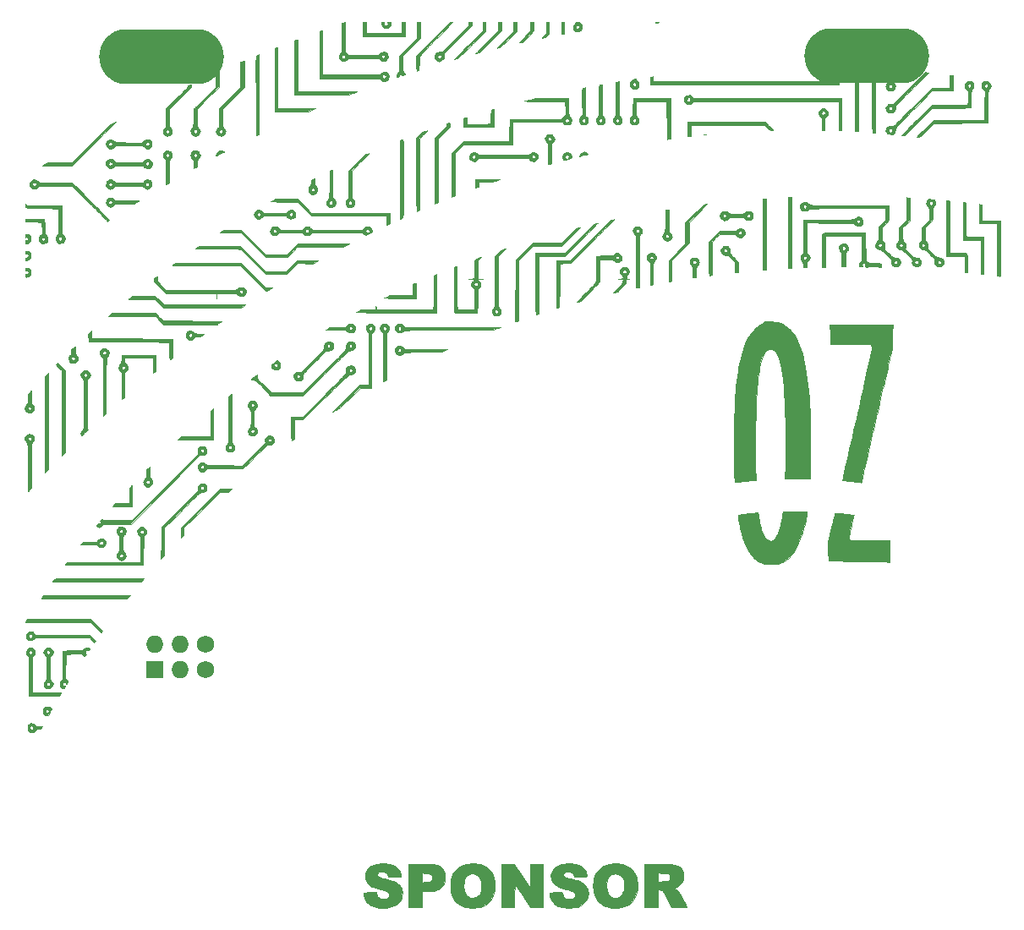
<source format=gbr>
%TF.GenerationSoftware,KiCad,Pcbnew,(5.1.10)-1*%
%TF.CreationDate,2021-10-02T23:44:58-05:00*%
%TF.ProjectId,OzSec 2021 - Sponsor,4f7a5365-6320-4323-9032-31202d205370,rev?*%
%TF.SameCoordinates,Original*%
%TF.FileFunction,Copper,L1,Top*%
%TF.FilePolarity,Positive*%
%FSLAX46Y46*%
G04 Gerber Fmt 4.6, Leading zero omitted, Abs format (unit mm)*
G04 Created by KiCad (PCBNEW (5.1.10)-1) date 2021-10-02 23:44:58*
%MOMM*%
%LPD*%
G01*
G04 APERTURE LIST*
%TA.AperFunction,EtchedComponent*%
%ADD10C,0.010000*%
%TD*%
%TA.AperFunction,ComponentPad*%
%ADD11C,1.727200*%
%TD*%
%TA.AperFunction,ComponentPad*%
%ADD12O,1.727200X1.727200*%
%TD*%
%TA.AperFunction,ComponentPad*%
%ADD13R,1.727200X1.727200*%
%TD*%
%TA.AperFunction,ComponentPad*%
%ADD14O,12.500000X5.500000*%
%TD*%
G04 APERTURE END LIST*
D10*
%TO.C,G\u002A\u002A\u002A*%
G36*
X122984391Y-130584920D02*
G01*
X123158522Y-130589933D01*
X123316875Y-130599343D01*
X123449825Y-130613147D01*
X123525834Y-130626111D01*
X123780151Y-130696585D01*
X124000041Y-130791003D01*
X124186983Y-130910884D01*
X124342454Y-131057747D01*
X124467934Y-131233111D01*
X124564901Y-131438495D01*
X124634834Y-131675417D01*
X124657120Y-131788292D01*
X124663474Y-131840079D01*
X124654853Y-131862699D01*
X124625995Y-131868187D01*
X124622168Y-131868252D01*
X124587481Y-131869744D01*
X124517343Y-131873595D01*
X124418547Y-131879404D01*
X124297885Y-131886766D01*
X124162149Y-131895278D01*
X124097334Y-131899417D01*
X123952215Y-131908446D01*
X123814616Y-131916472D01*
X123692474Y-131923074D01*
X123593727Y-131927830D01*
X123526313Y-131930319D01*
X123510774Y-131930582D01*
X123400465Y-131931167D01*
X123376274Y-131841328D01*
X123317604Y-131690109D01*
X123232052Y-131566735D01*
X123122895Y-131474879D01*
X123001072Y-131420378D01*
X122889542Y-131398902D01*
X122765773Y-131392490D01*
X122644539Y-131400551D01*
X122540612Y-131422499D01*
X122495741Y-131440501D01*
X122400357Y-131507378D01*
X122339313Y-131588273D01*
X122313168Y-131676416D01*
X122322479Y-131765036D01*
X122367806Y-131847363D01*
X122449708Y-131916627D01*
X122456141Y-131920417D01*
X122502967Y-131940410D01*
X122585396Y-131968014D01*
X122697725Y-132001561D01*
X122834254Y-132039382D01*
X122989280Y-132079811D01*
X123070750Y-132100187D01*
X123342277Y-132169849D01*
X123576163Y-132236136D01*
X123776771Y-132300926D01*
X123948465Y-132366101D01*
X124095610Y-132433539D01*
X124222570Y-132505122D01*
X124333709Y-132582729D01*
X124433391Y-132668240D01*
X124468225Y-132702242D01*
X124603421Y-132862965D01*
X124701427Y-133036895D01*
X124764019Y-133228562D01*
X124792966Y-133442499D01*
X124795521Y-133538989D01*
X124780424Y-133772617D01*
X124734038Y-133981720D01*
X124653566Y-134173081D01*
X124536212Y-134353484D01*
X124392636Y-134516247D01*
X124302580Y-134604100D01*
X124226608Y-134669208D01*
X124151564Y-134721232D01*
X124064293Y-134769831D01*
X124011636Y-134796023D01*
X123760600Y-134895850D01*
X123480178Y-134966121D01*
X123171429Y-135006696D01*
X122835413Y-135017433D01*
X122485315Y-134999285D01*
X122184618Y-134958215D01*
X121914009Y-134890830D01*
X121702672Y-134811228D01*
X121524811Y-134709771D01*
X121363176Y-134572588D01*
X121220717Y-134404152D01*
X121100379Y-134208933D01*
X121005111Y-133991405D01*
X120937860Y-133756037D01*
X120912838Y-133613003D01*
X120898399Y-133506256D01*
X121518908Y-133469477D01*
X121677535Y-133460149D01*
X121822980Y-133451735D01*
X121949724Y-133444544D01*
X122052243Y-133438885D01*
X122125020Y-133435065D01*
X122162532Y-133433393D01*
X122165875Y-133433350D01*
X122185829Y-133451949D01*
X122192334Y-133486472D01*
X122206553Y-133585270D01*
X122244952Y-133698707D01*
X122301146Y-133812136D01*
X122368746Y-133910908D01*
X122386181Y-133931050D01*
X122498518Y-134032039D01*
X122624018Y-134099875D01*
X122771292Y-134138426D01*
X122871465Y-134148976D01*
X123044409Y-134145750D01*
X123189634Y-134112659D01*
X123310367Y-134048726D01*
X123369439Y-133998131D01*
X123452210Y-133892060D01*
X123493111Y-133782551D01*
X123492073Y-133671618D01*
X123449028Y-133561272D01*
X123387256Y-133478020D01*
X123335717Y-133429541D01*
X123270484Y-133385381D01*
X123186566Y-133343524D01*
X123078971Y-133301956D01*
X122942709Y-133258662D01*
X122772789Y-133211627D01*
X122648102Y-133179642D01*
X122376879Y-133107198D01*
X122143279Y-133034782D01*
X121942645Y-132960287D01*
X121770319Y-132881607D01*
X121621644Y-132796634D01*
X121491964Y-132703260D01*
X121385681Y-132608371D01*
X121252152Y-132453803D01*
X121156852Y-132288409D01*
X121097531Y-132106672D01*
X121071938Y-131903080D01*
X121070500Y-131835917D01*
X121089854Y-131614132D01*
X121147081Y-131409840D01*
X121240935Y-131224361D01*
X121370167Y-131059017D01*
X121533528Y-130915130D01*
X121729770Y-130794020D01*
X121957644Y-130697009D01*
X122213833Y-130625862D01*
X122322523Y-130608866D01*
X122463547Y-130596276D01*
X122627281Y-130588089D01*
X122804103Y-130584305D01*
X122984391Y-130584920D01*
G37*
X122984391Y-130584920D02*
X123158522Y-130589933D01*
X123316875Y-130599343D01*
X123449825Y-130613147D01*
X123525834Y-130626111D01*
X123780151Y-130696585D01*
X124000041Y-130791003D01*
X124186983Y-130910884D01*
X124342454Y-131057747D01*
X124467934Y-131233111D01*
X124564901Y-131438495D01*
X124634834Y-131675417D01*
X124657120Y-131788292D01*
X124663474Y-131840079D01*
X124654853Y-131862699D01*
X124625995Y-131868187D01*
X124622168Y-131868252D01*
X124587481Y-131869744D01*
X124517343Y-131873595D01*
X124418547Y-131879404D01*
X124297885Y-131886766D01*
X124162149Y-131895278D01*
X124097334Y-131899417D01*
X123952215Y-131908446D01*
X123814616Y-131916472D01*
X123692474Y-131923074D01*
X123593727Y-131927830D01*
X123526313Y-131930319D01*
X123510774Y-131930582D01*
X123400465Y-131931167D01*
X123376274Y-131841328D01*
X123317604Y-131690109D01*
X123232052Y-131566735D01*
X123122895Y-131474879D01*
X123001072Y-131420378D01*
X122889542Y-131398902D01*
X122765773Y-131392490D01*
X122644539Y-131400551D01*
X122540612Y-131422499D01*
X122495741Y-131440501D01*
X122400357Y-131507378D01*
X122339313Y-131588273D01*
X122313168Y-131676416D01*
X122322479Y-131765036D01*
X122367806Y-131847363D01*
X122449708Y-131916627D01*
X122456141Y-131920417D01*
X122502967Y-131940410D01*
X122585396Y-131968014D01*
X122697725Y-132001561D01*
X122834254Y-132039382D01*
X122989280Y-132079811D01*
X123070750Y-132100187D01*
X123342277Y-132169849D01*
X123576163Y-132236136D01*
X123776771Y-132300926D01*
X123948465Y-132366101D01*
X124095610Y-132433539D01*
X124222570Y-132505122D01*
X124333709Y-132582729D01*
X124433391Y-132668240D01*
X124468225Y-132702242D01*
X124603421Y-132862965D01*
X124701427Y-133036895D01*
X124764019Y-133228562D01*
X124792966Y-133442499D01*
X124795521Y-133538989D01*
X124780424Y-133772617D01*
X124734038Y-133981720D01*
X124653566Y-134173081D01*
X124536212Y-134353484D01*
X124392636Y-134516247D01*
X124302580Y-134604100D01*
X124226608Y-134669208D01*
X124151564Y-134721232D01*
X124064293Y-134769831D01*
X124011636Y-134796023D01*
X123760600Y-134895850D01*
X123480178Y-134966121D01*
X123171429Y-135006696D01*
X122835413Y-135017433D01*
X122485315Y-134999285D01*
X122184618Y-134958215D01*
X121914009Y-134890830D01*
X121702672Y-134811228D01*
X121524811Y-134709771D01*
X121363176Y-134572588D01*
X121220717Y-134404152D01*
X121100379Y-134208933D01*
X121005111Y-133991405D01*
X120937860Y-133756037D01*
X120912838Y-133613003D01*
X120898399Y-133506256D01*
X121518908Y-133469477D01*
X121677535Y-133460149D01*
X121822980Y-133451735D01*
X121949724Y-133444544D01*
X122052243Y-133438885D01*
X122125020Y-133435065D01*
X122162532Y-133433393D01*
X122165875Y-133433350D01*
X122185829Y-133451949D01*
X122192334Y-133486472D01*
X122206553Y-133585270D01*
X122244952Y-133698707D01*
X122301146Y-133812136D01*
X122368746Y-133910908D01*
X122386181Y-133931050D01*
X122498518Y-134032039D01*
X122624018Y-134099875D01*
X122771292Y-134138426D01*
X122871465Y-134148976D01*
X123044409Y-134145750D01*
X123189634Y-134112659D01*
X123310367Y-134048726D01*
X123369439Y-133998131D01*
X123452210Y-133892060D01*
X123493111Y-133782551D01*
X123492073Y-133671618D01*
X123449028Y-133561272D01*
X123387256Y-133478020D01*
X123335717Y-133429541D01*
X123270484Y-133385381D01*
X123186566Y-133343524D01*
X123078971Y-133301956D01*
X122942709Y-133258662D01*
X122772789Y-133211627D01*
X122648102Y-133179642D01*
X122376879Y-133107198D01*
X122143279Y-133034782D01*
X121942645Y-132960287D01*
X121770319Y-132881607D01*
X121621644Y-132796634D01*
X121491964Y-132703260D01*
X121385681Y-132608371D01*
X121252152Y-132453803D01*
X121156852Y-132288409D01*
X121097531Y-132106672D01*
X121071938Y-131903080D01*
X121070500Y-131835917D01*
X121089854Y-131614132D01*
X121147081Y-131409840D01*
X121240935Y-131224361D01*
X121370167Y-131059017D01*
X121533528Y-130915130D01*
X121729770Y-130794020D01*
X121957644Y-130697009D01*
X122213833Y-130625862D01*
X122322523Y-130608866D01*
X122463547Y-130596276D01*
X122627281Y-130588089D01*
X122804103Y-130584305D01*
X122984391Y-130584920D01*
G36*
X132042255Y-130584121D02*
G01*
X132346920Y-130612221D01*
X132623846Y-130667541D01*
X132876132Y-130751038D01*
X133106878Y-130863672D01*
X133319184Y-131006399D01*
X133457048Y-131123395D01*
X133564090Y-131237371D01*
X133672308Y-131378705D01*
X133772548Y-131533700D01*
X133855658Y-131688660D01*
X133893985Y-131777192D01*
X133974628Y-132034123D01*
X134028883Y-132312432D01*
X134057002Y-132604020D01*
X134059235Y-132900786D01*
X134035832Y-133194631D01*
X133987044Y-133477454D01*
X133913123Y-133741156D01*
X133826697Y-133952584D01*
X133688941Y-134191140D01*
X133521074Y-134400581D01*
X133324204Y-134580383D01*
X133099436Y-134730026D01*
X132847878Y-134848987D01*
X132570634Y-134936746D01*
X132268812Y-134992779D01*
X131943517Y-135016567D01*
X131595857Y-135007586D01*
X131590334Y-135007188D01*
X131359743Y-134980519D01*
X131130250Y-134935479D01*
X130912619Y-134874956D01*
X130717615Y-134801836D01*
X130589853Y-134738877D01*
X130387147Y-134602699D01*
X130197971Y-134432215D01*
X130029157Y-134234917D01*
X129887539Y-134018301D01*
X129828562Y-133904023D01*
X129734259Y-133660448D01*
X129666521Y-133392228D01*
X129625327Y-133107420D01*
X129618122Y-132963347D01*
X130961498Y-132963347D01*
X130980380Y-133187776D01*
X131019300Y-133379831D01*
X131078913Y-133542310D01*
X131159873Y-133678008D01*
X131202338Y-133729853D01*
X131332235Y-133850003D01*
X131475147Y-133933544D01*
X131636126Y-133982451D01*
X131820224Y-133998698D01*
X131886667Y-133997240D01*
X132066913Y-133976371D01*
X132193427Y-133940920D01*
X132300093Y-133888262D01*
X132400306Y-133810536D01*
X132437670Y-133774516D01*
X132517004Y-133682957D01*
X132578230Y-133582849D01*
X132625585Y-133464653D01*
X132663307Y-133318829D01*
X132680821Y-133227204D01*
X132696906Y-133101604D01*
X132706955Y-132952084D01*
X132710978Y-132790892D01*
X132708983Y-132630276D01*
X132700979Y-132482484D01*
X132686974Y-132359764D01*
X132680186Y-132322750D01*
X132620262Y-132123685D01*
X132531483Y-131954321D01*
X132415276Y-131815978D01*
X132273071Y-131709971D01*
X132106295Y-131637621D01*
X131916377Y-131600244D01*
X131894950Y-131598386D01*
X131700390Y-131601904D01*
X131524666Y-131642912D01*
X131369320Y-131720262D01*
X131235890Y-131832805D01*
X131125919Y-131979392D01*
X131040945Y-132158875D01*
X131008686Y-132259250D01*
X130991228Y-132346194D01*
X130976709Y-132467599D01*
X130965950Y-132615644D01*
X130961998Y-132703750D01*
X130961498Y-132963347D01*
X129618122Y-132963347D01*
X129610656Y-132814081D01*
X129622487Y-132520267D01*
X129660799Y-132234036D01*
X129725572Y-131963444D01*
X129816784Y-131716549D01*
X129834356Y-131678683D01*
X129975045Y-131430348D01*
X130144096Y-131212993D01*
X130340915Y-131027276D01*
X130553167Y-130880696D01*
X130751932Y-130776448D01*
X130954622Y-130696830D01*
X131169850Y-130639614D01*
X131406231Y-130602571D01*
X131672376Y-130583474D01*
X131706750Y-130582282D01*
X132042255Y-130584121D01*
G37*
X132042255Y-130584121D02*
X132346920Y-130612221D01*
X132623846Y-130667541D01*
X132876132Y-130751038D01*
X133106878Y-130863672D01*
X133319184Y-131006399D01*
X133457048Y-131123395D01*
X133564090Y-131237371D01*
X133672308Y-131378705D01*
X133772548Y-131533700D01*
X133855658Y-131688660D01*
X133893985Y-131777192D01*
X133974628Y-132034123D01*
X134028883Y-132312432D01*
X134057002Y-132604020D01*
X134059235Y-132900786D01*
X134035832Y-133194631D01*
X133987044Y-133477454D01*
X133913123Y-133741156D01*
X133826697Y-133952584D01*
X133688941Y-134191140D01*
X133521074Y-134400581D01*
X133324204Y-134580383D01*
X133099436Y-134730026D01*
X132847878Y-134848987D01*
X132570634Y-134936746D01*
X132268812Y-134992779D01*
X131943517Y-135016567D01*
X131595857Y-135007586D01*
X131590334Y-135007188D01*
X131359743Y-134980519D01*
X131130250Y-134935479D01*
X130912619Y-134874956D01*
X130717615Y-134801836D01*
X130589853Y-134738877D01*
X130387147Y-134602699D01*
X130197971Y-134432215D01*
X130029157Y-134234917D01*
X129887539Y-134018301D01*
X129828562Y-133904023D01*
X129734259Y-133660448D01*
X129666521Y-133392228D01*
X129625327Y-133107420D01*
X129618122Y-132963347D01*
X130961498Y-132963347D01*
X130980380Y-133187776D01*
X131019300Y-133379831D01*
X131078913Y-133542310D01*
X131159873Y-133678008D01*
X131202338Y-133729853D01*
X131332235Y-133850003D01*
X131475147Y-133933544D01*
X131636126Y-133982451D01*
X131820224Y-133998698D01*
X131886667Y-133997240D01*
X132066913Y-133976371D01*
X132193427Y-133940920D01*
X132300093Y-133888262D01*
X132400306Y-133810536D01*
X132437670Y-133774516D01*
X132517004Y-133682957D01*
X132578230Y-133582849D01*
X132625585Y-133464653D01*
X132663307Y-133318829D01*
X132680821Y-133227204D01*
X132696906Y-133101604D01*
X132706955Y-132952084D01*
X132710978Y-132790892D01*
X132708983Y-132630276D01*
X132700979Y-132482484D01*
X132686974Y-132359764D01*
X132680186Y-132322750D01*
X132620262Y-132123685D01*
X132531483Y-131954321D01*
X132415276Y-131815978D01*
X132273071Y-131709971D01*
X132106295Y-131637621D01*
X131916377Y-131600244D01*
X131894950Y-131598386D01*
X131700390Y-131601904D01*
X131524666Y-131642912D01*
X131369320Y-131720262D01*
X131235890Y-131832805D01*
X131125919Y-131979392D01*
X131040945Y-132158875D01*
X131008686Y-132259250D01*
X130991228Y-132346194D01*
X130976709Y-132467599D01*
X130965950Y-132615644D01*
X130961998Y-132703750D01*
X130961498Y-132963347D01*
X129618122Y-132963347D01*
X129610656Y-132814081D01*
X129622487Y-132520267D01*
X129660799Y-132234036D01*
X129725572Y-131963444D01*
X129816784Y-131716549D01*
X129834356Y-131678683D01*
X129975045Y-131430348D01*
X130144096Y-131212993D01*
X130340915Y-131027276D01*
X130553167Y-130880696D01*
X130751932Y-130776448D01*
X130954622Y-130696830D01*
X131169850Y-130639614D01*
X131406231Y-130602571D01*
X131672376Y-130583474D01*
X131706750Y-130582282D01*
X132042255Y-130584121D01*
G36*
X141797997Y-130585115D02*
G01*
X141933838Y-130597035D01*
X142208889Y-130645529D01*
X142449843Y-130717992D01*
X142658137Y-130815380D01*
X142835205Y-130938650D01*
X142982482Y-131088755D01*
X143101403Y-131266653D01*
X143174549Y-131423167D01*
X143199647Y-131495404D01*
X143224231Y-131580999D01*
X143246051Y-131669767D01*
X143262862Y-131751528D01*
X143272415Y-131816098D01*
X143272464Y-131853296D01*
X143270406Y-131857483D01*
X143248013Y-131860915D01*
X143189944Y-131866220D01*
X143102793Y-131872985D01*
X142993156Y-131880796D01*
X142867626Y-131889236D01*
X142732800Y-131897893D01*
X142595271Y-131906352D01*
X142461635Y-131914197D01*
X142338487Y-131921015D01*
X142232421Y-131926391D01*
X142150033Y-131929911D01*
X142098293Y-131931159D01*
X142047166Y-131929230D01*
X142018478Y-131916409D01*
X142000826Y-131882160D01*
X141985668Y-131827112D01*
X141930158Y-131679260D01*
X141846791Y-131562728D01*
X141734307Y-131476394D01*
X141591448Y-131419139D01*
X141505885Y-131400676D01*
X141339294Y-131387770D01*
X141197383Y-131408512D01*
X141078744Y-131463208D01*
X141025451Y-131505479D01*
X140970889Y-131564077D01*
X140942394Y-131620035D01*
X140930958Y-131679816D01*
X140927689Y-131744176D01*
X140940580Y-131790590D01*
X140976499Y-131840216D01*
X140986925Y-131852245D01*
X141021507Y-131886474D01*
X141064044Y-131916709D01*
X141119788Y-131944826D01*
X141193990Y-131972701D01*
X141291902Y-132002211D01*
X141418777Y-132035232D01*
X141579867Y-132073640D01*
X141655084Y-132090938D01*
X141898177Y-132150809D01*
X142130918Y-132216566D01*
X142345875Y-132285776D01*
X142535617Y-132356000D01*
X142692714Y-132424804D01*
X142728725Y-132442902D01*
X142930799Y-132569412D01*
X143099928Y-132720383D01*
X143234638Y-132893279D01*
X143333459Y-133085565D01*
X143394917Y-133294704D01*
X143417542Y-133518160D01*
X143414542Y-133624500D01*
X143396363Y-133787010D01*
X143362439Y-133932644D01*
X143307867Y-134078388D01*
X143247252Y-134204161D01*
X143123985Y-134396751D01*
X142966904Y-134566084D01*
X142778662Y-134710400D01*
X142561915Y-134827938D01*
X142319317Y-134916937D01*
X142094186Y-134968933D01*
X142001230Y-134981484D01*
X141879459Y-134992709D01*
X141740133Y-135002095D01*
X141594510Y-135009128D01*
X141453849Y-135013295D01*
X141329409Y-135014081D01*
X141232450Y-135010975D01*
X141210584Y-135009225D01*
X140956376Y-134979880D01*
X140738749Y-134943845D01*
X140552210Y-134899116D01*
X140391264Y-134843689D01*
X140250420Y-134775559D01*
X140124184Y-134692723D01*
X140007064Y-134593175D01*
X139969577Y-134556416D01*
X139877452Y-134457436D01*
X139807028Y-134365642D01*
X139745693Y-134263420D01*
X139710076Y-134193959D01*
X139649174Y-134056751D01*
X139597197Y-133913631D01*
X139557519Y-133775921D01*
X139533518Y-133654941D01*
X139527834Y-133582779D01*
X139527834Y-133505496D01*
X140125792Y-133469293D01*
X140281910Y-133459927D01*
X140425206Y-133451492D01*
X140549957Y-133444314D01*
X140650439Y-133438716D01*
X140720930Y-133435021D01*
X140755707Y-133433554D01*
X140757424Y-133433545D01*
X140782534Y-133450485D01*
X140804931Y-133503266D01*
X140817986Y-133554155D01*
X140871789Y-133731037D01*
X140947693Y-133874074D01*
X141048400Y-133987047D01*
X141176615Y-134073739D01*
X141196585Y-134083833D01*
X141256131Y-134110803D01*
X141309603Y-134127978D01*
X141369617Y-134137516D01*
X141448789Y-134141573D01*
X141538667Y-134142325D01*
X141646348Y-134140930D01*
X141722868Y-134135631D01*
X141779340Y-134124794D01*
X141826874Y-134106788D01*
X141845861Y-134097220D01*
X141965152Y-134015865D01*
X142049774Y-133919255D01*
X142097926Y-133811768D01*
X142107803Y-133697780D01*
X142077602Y-133581668D01*
X142067259Y-133559873D01*
X142030030Y-133500119D01*
X141980578Y-133447172D01*
X141914557Y-133399015D01*
X141827626Y-133353629D01*
X141715440Y-133308997D01*
X141573657Y-133263102D01*
X141397933Y-133213926D01*
X141229664Y-133170784D01*
X140916151Y-133084475D01*
X140642754Y-132991193D01*
X140407620Y-132889526D01*
X140208896Y-132778063D01*
X140044733Y-132655390D01*
X139913277Y-132520096D01*
X139812677Y-132370770D01*
X139741081Y-132205999D01*
X139696638Y-132024370D01*
X139692663Y-131998798D01*
X139681412Y-131783957D01*
X139709763Y-131578008D01*
X139775414Y-131383842D01*
X139876061Y-131204352D01*
X140009402Y-131042429D01*
X140173134Y-130900966D01*
X140364953Y-130782853D01*
X140582556Y-130690984D01*
X140776667Y-130637678D01*
X140909187Y-130615623D01*
X141072232Y-130598343D01*
X141254218Y-130586246D01*
X141443563Y-130579737D01*
X141628684Y-130579225D01*
X141797997Y-130585115D01*
G37*
X141797997Y-130585115D02*
X141933838Y-130597035D01*
X142208889Y-130645529D01*
X142449843Y-130717992D01*
X142658137Y-130815380D01*
X142835205Y-130938650D01*
X142982482Y-131088755D01*
X143101403Y-131266653D01*
X143174549Y-131423167D01*
X143199647Y-131495404D01*
X143224231Y-131580999D01*
X143246051Y-131669767D01*
X143262862Y-131751528D01*
X143272415Y-131816098D01*
X143272464Y-131853296D01*
X143270406Y-131857483D01*
X143248013Y-131860915D01*
X143189944Y-131866220D01*
X143102793Y-131872985D01*
X142993156Y-131880796D01*
X142867626Y-131889236D01*
X142732800Y-131897893D01*
X142595271Y-131906352D01*
X142461635Y-131914197D01*
X142338487Y-131921015D01*
X142232421Y-131926391D01*
X142150033Y-131929911D01*
X142098293Y-131931159D01*
X142047166Y-131929230D01*
X142018478Y-131916409D01*
X142000826Y-131882160D01*
X141985668Y-131827112D01*
X141930158Y-131679260D01*
X141846791Y-131562728D01*
X141734307Y-131476394D01*
X141591448Y-131419139D01*
X141505885Y-131400676D01*
X141339294Y-131387770D01*
X141197383Y-131408512D01*
X141078744Y-131463208D01*
X141025451Y-131505479D01*
X140970889Y-131564077D01*
X140942394Y-131620035D01*
X140930958Y-131679816D01*
X140927689Y-131744176D01*
X140940580Y-131790590D01*
X140976499Y-131840216D01*
X140986925Y-131852245D01*
X141021507Y-131886474D01*
X141064044Y-131916709D01*
X141119788Y-131944826D01*
X141193990Y-131972701D01*
X141291902Y-132002211D01*
X141418777Y-132035232D01*
X141579867Y-132073640D01*
X141655084Y-132090938D01*
X141898177Y-132150809D01*
X142130918Y-132216566D01*
X142345875Y-132285776D01*
X142535617Y-132356000D01*
X142692714Y-132424804D01*
X142728725Y-132442902D01*
X142930799Y-132569412D01*
X143099928Y-132720383D01*
X143234638Y-132893279D01*
X143333459Y-133085565D01*
X143394917Y-133294704D01*
X143417542Y-133518160D01*
X143414542Y-133624500D01*
X143396363Y-133787010D01*
X143362439Y-133932644D01*
X143307867Y-134078388D01*
X143247252Y-134204161D01*
X143123985Y-134396751D01*
X142966904Y-134566084D01*
X142778662Y-134710400D01*
X142561915Y-134827938D01*
X142319317Y-134916937D01*
X142094186Y-134968933D01*
X142001230Y-134981484D01*
X141879459Y-134992709D01*
X141740133Y-135002095D01*
X141594510Y-135009128D01*
X141453849Y-135013295D01*
X141329409Y-135014081D01*
X141232450Y-135010975D01*
X141210584Y-135009225D01*
X140956376Y-134979880D01*
X140738749Y-134943845D01*
X140552210Y-134899116D01*
X140391264Y-134843689D01*
X140250420Y-134775559D01*
X140124184Y-134692723D01*
X140007064Y-134593175D01*
X139969577Y-134556416D01*
X139877452Y-134457436D01*
X139807028Y-134365642D01*
X139745693Y-134263420D01*
X139710076Y-134193959D01*
X139649174Y-134056751D01*
X139597197Y-133913631D01*
X139557519Y-133775921D01*
X139533518Y-133654941D01*
X139527834Y-133582779D01*
X139527834Y-133505496D01*
X140125792Y-133469293D01*
X140281910Y-133459927D01*
X140425206Y-133451492D01*
X140549957Y-133444314D01*
X140650439Y-133438716D01*
X140720930Y-133435021D01*
X140755707Y-133433554D01*
X140757424Y-133433545D01*
X140782534Y-133450485D01*
X140804931Y-133503266D01*
X140817986Y-133554155D01*
X140871789Y-133731037D01*
X140947693Y-133874074D01*
X141048400Y-133987047D01*
X141176615Y-134073739D01*
X141196585Y-134083833D01*
X141256131Y-134110803D01*
X141309603Y-134127978D01*
X141369617Y-134137516D01*
X141448789Y-134141573D01*
X141538667Y-134142325D01*
X141646348Y-134140930D01*
X141722868Y-134135631D01*
X141779340Y-134124794D01*
X141826874Y-134106788D01*
X141845861Y-134097220D01*
X141965152Y-134015865D01*
X142049774Y-133919255D01*
X142097926Y-133811768D01*
X142107803Y-133697780D01*
X142077602Y-133581668D01*
X142067259Y-133559873D01*
X142030030Y-133500119D01*
X141980578Y-133447172D01*
X141914557Y-133399015D01*
X141827626Y-133353629D01*
X141715440Y-133308997D01*
X141573657Y-133263102D01*
X141397933Y-133213926D01*
X141229664Y-133170784D01*
X140916151Y-133084475D01*
X140642754Y-132991193D01*
X140407620Y-132889526D01*
X140208896Y-132778063D01*
X140044733Y-132655390D01*
X139913277Y-132520096D01*
X139812677Y-132370770D01*
X139741081Y-132205999D01*
X139696638Y-132024370D01*
X139692663Y-131998798D01*
X139681412Y-131783957D01*
X139709763Y-131578008D01*
X139775414Y-131383842D01*
X139876061Y-131204352D01*
X140009402Y-131042429D01*
X140173134Y-130900966D01*
X140364953Y-130782853D01*
X140582556Y-130690984D01*
X140776667Y-130637678D01*
X140909187Y-130615623D01*
X141072232Y-130598343D01*
X141254218Y-130586246D01*
X141443563Y-130579737D01*
X141628684Y-130579225D01*
X141797997Y-130585115D01*
G36*
X146280535Y-130582106D02*
G01*
X146441270Y-130588442D01*
X146577390Y-130600650D01*
X146608084Y-130604924D01*
X146915455Y-130670119D01*
X147194878Y-130766880D01*
X147445734Y-130894444D01*
X147667405Y-131052048D01*
X147859273Y-131238928D01*
X148020718Y-131454323D01*
X148151123Y-131697467D01*
X148249868Y-131967599D01*
X148316335Y-132263955D01*
X148349905Y-132585771D01*
X148354160Y-132759383D01*
X148339101Y-133105608D01*
X148294226Y-133422198D01*
X148219207Y-133709894D01*
X148113715Y-133969435D01*
X147977420Y-134201562D01*
X147809994Y-134407015D01*
X147611108Y-134586535D01*
X147509679Y-134660126D01*
X147282364Y-134791804D01*
X147034290Y-134891794D01*
X146759979Y-134962239D01*
X146716296Y-134970378D01*
X146586003Y-134988043D01*
X146427213Y-135001090D01*
X146253558Y-135009095D01*
X146078665Y-135011636D01*
X145916163Y-135008289D01*
X145785670Y-134999269D01*
X145471678Y-134949953D01*
X145186907Y-134870294D01*
X144930496Y-134759732D01*
X144701584Y-134617711D01*
X144499311Y-134443672D01*
X144322814Y-134237059D01*
X144171235Y-133997312D01*
X144136313Y-133930505D01*
X144040405Y-133703518D01*
X143971321Y-133455791D01*
X143928185Y-133182965D01*
X143910120Y-132880682D01*
X143909419Y-132801519D01*
X143910509Y-132774357D01*
X145248097Y-132774357D01*
X145254805Y-132986886D01*
X145277486Y-133190773D01*
X145315726Y-133376705D01*
X145369109Y-133535370D01*
X145390613Y-133581408D01*
X145487070Y-133725945D01*
X145612231Y-133842531D01*
X145761369Y-133929189D01*
X145929761Y-133983944D01*
X146112681Y-134004819D01*
X146305405Y-133989838D01*
X146347750Y-133981726D01*
X146516920Y-133927589D01*
X146660005Y-133841878D01*
X146777889Y-133723589D01*
X146871453Y-133571718D01*
X146941580Y-133385261D01*
X146968876Y-133275250D01*
X146987281Y-133157534D01*
X146999690Y-133013772D01*
X147006074Y-132855350D01*
X147006402Y-132693652D01*
X147000645Y-132540061D01*
X146988771Y-132405962D01*
X146971453Y-132305567D01*
X146905743Y-132103951D01*
X146815363Y-131936539D01*
X146699720Y-131802712D01*
X146558219Y-131701854D01*
X146390266Y-131633348D01*
X146304695Y-131612672D01*
X146111293Y-131593857D01*
X145928783Y-131613599D01*
X145761137Y-131669599D01*
X145612328Y-131759557D01*
X145486329Y-131881173D01*
X145387114Y-132032148D01*
X145327974Y-132178031D01*
X145284266Y-132360618D01*
X145257779Y-132562497D01*
X145248097Y-132774357D01*
X143910509Y-132774357D01*
X143922313Y-132480419D01*
X143961594Y-132189309D01*
X144028435Y-131924170D01*
X144124009Y-131680985D01*
X144249489Y-131455737D01*
X144340240Y-131326713D01*
X144515074Y-131131579D01*
X144721668Y-130962386D01*
X144956986Y-130820963D01*
X145217992Y-130709138D01*
X145496834Y-130629798D01*
X145613842Y-130610506D01*
X145761837Y-130595842D01*
X145929698Y-130586055D01*
X146106304Y-130581393D01*
X146280535Y-130582106D01*
G37*
X146280535Y-130582106D02*
X146441270Y-130588442D01*
X146577390Y-130600650D01*
X146608084Y-130604924D01*
X146915455Y-130670119D01*
X147194878Y-130766880D01*
X147445734Y-130894444D01*
X147667405Y-131052048D01*
X147859273Y-131238928D01*
X148020718Y-131454323D01*
X148151123Y-131697467D01*
X148249868Y-131967599D01*
X148316335Y-132263955D01*
X148349905Y-132585771D01*
X148354160Y-132759383D01*
X148339101Y-133105608D01*
X148294226Y-133422198D01*
X148219207Y-133709894D01*
X148113715Y-133969435D01*
X147977420Y-134201562D01*
X147809994Y-134407015D01*
X147611108Y-134586535D01*
X147509679Y-134660126D01*
X147282364Y-134791804D01*
X147034290Y-134891794D01*
X146759979Y-134962239D01*
X146716296Y-134970378D01*
X146586003Y-134988043D01*
X146427213Y-135001090D01*
X146253558Y-135009095D01*
X146078665Y-135011636D01*
X145916163Y-135008289D01*
X145785670Y-134999269D01*
X145471678Y-134949953D01*
X145186907Y-134870294D01*
X144930496Y-134759732D01*
X144701584Y-134617711D01*
X144499311Y-134443672D01*
X144322814Y-134237059D01*
X144171235Y-133997312D01*
X144136313Y-133930505D01*
X144040405Y-133703518D01*
X143971321Y-133455791D01*
X143928185Y-133182965D01*
X143910120Y-132880682D01*
X143909419Y-132801519D01*
X143910509Y-132774357D01*
X145248097Y-132774357D01*
X145254805Y-132986886D01*
X145277486Y-133190773D01*
X145315726Y-133376705D01*
X145369109Y-133535370D01*
X145390613Y-133581408D01*
X145487070Y-133725945D01*
X145612231Y-133842531D01*
X145761369Y-133929189D01*
X145929761Y-133983944D01*
X146112681Y-134004819D01*
X146305405Y-133989838D01*
X146347750Y-133981726D01*
X146516920Y-133927589D01*
X146660005Y-133841878D01*
X146777889Y-133723589D01*
X146871453Y-133571718D01*
X146941580Y-133385261D01*
X146968876Y-133275250D01*
X146987281Y-133157534D01*
X146999690Y-133013772D01*
X147006074Y-132855350D01*
X147006402Y-132693652D01*
X147000645Y-132540061D01*
X146988771Y-132405962D01*
X146971453Y-132305567D01*
X146905743Y-132103951D01*
X146815363Y-131936539D01*
X146699720Y-131802712D01*
X146558219Y-131701854D01*
X146390266Y-131633348D01*
X146304695Y-131612672D01*
X146111293Y-131593857D01*
X145928783Y-131613599D01*
X145761137Y-131669599D01*
X145612328Y-131759557D01*
X145486329Y-131881173D01*
X145387114Y-132032148D01*
X145327974Y-132178031D01*
X145284266Y-132360618D01*
X145257779Y-132562497D01*
X145248097Y-132774357D01*
X143910509Y-132774357D01*
X143922313Y-132480419D01*
X143961594Y-132189309D01*
X144028435Y-131924170D01*
X144124009Y-131680985D01*
X144249489Y-131455737D01*
X144340240Y-131326713D01*
X144515074Y-131131579D01*
X144721668Y-130962386D01*
X144956986Y-130820963D01*
X145217992Y-130709138D01*
X145496834Y-130629798D01*
X145613842Y-130610506D01*
X145761837Y-130595842D01*
X145929698Y-130586055D01*
X146106304Y-130581393D01*
X146280535Y-130582106D01*
G36*
X126727292Y-130645658D02*
G01*
X127008288Y-130647549D01*
X127250571Y-130649505D01*
X127457761Y-130651866D01*
X127633476Y-130654968D01*
X127781336Y-130659151D01*
X127904961Y-130664752D01*
X128007970Y-130672110D01*
X128093982Y-130681564D01*
X128166617Y-130693452D01*
X128229493Y-130708111D01*
X128286231Y-130725881D01*
X128340450Y-130747099D01*
X128395769Y-130772103D01*
X128455808Y-130801233D01*
X128470806Y-130808622D01*
X128648113Y-130919058D01*
X128800063Y-131061285D01*
X128923364Y-131230961D01*
X129014722Y-131423748D01*
X129061674Y-131587299D01*
X129079509Y-131709273D01*
X129089039Y-131857337D01*
X129090284Y-132016073D01*
X129083265Y-132170064D01*
X129068002Y-132303893D01*
X129060675Y-132343310D01*
X128994064Y-132562409D01*
X128892753Y-132757959D01*
X128758101Y-132928588D01*
X128591463Y-133072930D01*
X128394197Y-133189615D01*
X128167661Y-133277274D01*
X128121493Y-133290515D01*
X128066786Y-133304107D01*
X128009917Y-133314891D01*
X127944698Y-133323318D01*
X127864943Y-133329836D01*
X127764464Y-133334894D01*
X127637074Y-133338941D01*
X127476587Y-133342425D01*
X127383459Y-133344073D01*
X126806667Y-133353779D01*
X126806667Y-134936834D01*
X125452000Y-134936834D01*
X125452000Y-132464948D01*
X126806667Y-132464948D01*
X127118875Y-132455791D01*
X127258804Y-132450275D01*
X127363965Y-132442515D01*
X127441898Y-132431627D01*
X127500146Y-132416730D01*
X127521525Y-132408659D01*
X127627590Y-132343603D01*
X127707686Y-132253327D01*
X127760727Y-132145662D01*
X127785626Y-132028440D01*
X127781295Y-131909493D01*
X127746649Y-131796653D01*
X127680599Y-131697752D01*
X127626897Y-131649434D01*
X127568759Y-131611241D01*
X127506762Y-131582961D01*
X127432730Y-131562783D01*
X127338487Y-131548898D01*
X127215856Y-131539494D01*
X127108292Y-131534591D01*
X126806667Y-131523163D01*
X126806667Y-132464948D01*
X125452000Y-132464948D01*
X125452000Y-130637324D01*
X126727292Y-130645658D01*
G37*
X126727292Y-130645658D02*
X127008288Y-130647549D01*
X127250571Y-130649505D01*
X127457761Y-130651866D01*
X127633476Y-130654968D01*
X127781336Y-130659151D01*
X127904961Y-130664752D01*
X128007970Y-130672110D01*
X128093982Y-130681564D01*
X128166617Y-130693452D01*
X128229493Y-130708111D01*
X128286231Y-130725881D01*
X128340450Y-130747099D01*
X128395769Y-130772103D01*
X128455808Y-130801233D01*
X128470806Y-130808622D01*
X128648113Y-130919058D01*
X128800063Y-131061285D01*
X128923364Y-131230961D01*
X129014722Y-131423748D01*
X129061674Y-131587299D01*
X129079509Y-131709273D01*
X129089039Y-131857337D01*
X129090284Y-132016073D01*
X129083265Y-132170064D01*
X129068002Y-132303893D01*
X129060675Y-132343310D01*
X128994064Y-132562409D01*
X128892753Y-132757959D01*
X128758101Y-132928588D01*
X128591463Y-133072930D01*
X128394197Y-133189615D01*
X128167661Y-133277274D01*
X128121493Y-133290515D01*
X128066786Y-133304107D01*
X128009917Y-133314891D01*
X127944698Y-133323318D01*
X127864943Y-133329836D01*
X127764464Y-133334894D01*
X127637074Y-133338941D01*
X127476587Y-133342425D01*
X127383459Y-133344073D01*
X126806667Y-133353779D01*
X126806667Y-134936834D01*
X125452000Y-134936834D01*
X125452000Y-132464948D01*
X126806667Y-132464948D01*
X127118875Y-132455791D01*
X127258804Y-132450275D01*
X127363965Y-132442515D01*
X127441898Y-132431627D01*
X127500146Y-132416730D01*
X127521525Y-132408659D01*
X127627590Y-132343603D01*
X127707686Y-132253327D01*
X127760727Y-132145662D01*
X127785626Y-132028440D01*
X127781295Y-131909493D01*
X127746649Y-131796653D01*
X127680599Y-131697752D01*
X127626897Y-131649434D01*
X127568759Y-131611241D01*
X127506762Y-131582961D01*
X127432730Y-131562783D01*
X127338487Y-131548898D01*
X127215856Y-131539494D01*
X127108292Y-131534591D01*
X126806667Y-131523163D01*
X126806667Y-132464948D01*
X125452000Y-132464948D01*
X125452000Y-130637324D01*
X126727292Y-130645658D01*
G36*
X138892834Y-134936834D02*
G01*
X138252542Y-134936429D01*
X137612250Y-134936025D01*
X136829084Y-133786371D01*
X136045917Y-132636717D01*
X136040444Y-133786775D01*
X136034972Y-134936834D01*
X134765334Y-134936834D01*
X134765334Y-130640000D01*
X135395042Y-130640773D01*
X136024750Y-130641545D01*
X137612250Y-132978917D01*
X137617721Y-131809459D01*
X137623192Y-130640000D01*
X138892834Y-130640000D01*
X138892834Y-134936834D01*
G37*
X138892834Y-134936834D02*
X138252542Y-134936429D01*
X137612250Y-134936025D01*
X136829084Y-133786371D01*
X136045917Y-132636717D01*
X136040444Y-133786775D01*
X136034972Y-134936834D01*
X134765334Y-134936834D01*
X134765334Y-130640000D01*
X135395042Y-130640773D01*
X136024750Y-130641545D01*
X137612250Y-132978917D01*
X137617721Y-131809459D01*
X137623192Y-130640000D01*
X138892834Y-130640000D01*
X138892834Y-134936834D01*
G36*
X150285792Y-130640018D02*
G01*
X150592395Y-130640400D01*
X150860166Y-130641635D01*
X151092602Y-130643866D01*
X151293199Y-130647239D01*
X151465453Y-130651899D01*
X151612860Y-130657991D01*
X151738916Y-130665659D01*
X151847117Y-130675050D01*
X151940959Y-130686307D01*
X152023938Y-130699577D01*
X152099550Y-130715003D01*
X152100834Y-130715294D01*
X152305472Y-130782006D01*
X152487512Y-130882400D01*
X152643724Y-131013325D01*
X152770881Y-131171630D01*
X152865755Y-131354164D01*
X152914908Y-131509803D01*
X152934964Y-131632461D01*
X152944888Y-131776714D01*
X152944676Y-131926690D01*
X152934324Y-132066512D01*
X152915106Y-132175428D01*
X152865374Y-132330812D01*
X152798530Y-132464744D01*
X152706686Y-132590651D01*
X152610523Y-132694015D01*
X152443178Y-132837825D01*
X152269131Y-132941829D01*
X152084169Y-133008483D01*
X152061428Y-133013999D01*
X151951228Y-133039436D01*
X152105091Y-133110705D01*
X152186319Y-133149999D01*
X152250045Y-133186855D01*
X152304999Y-133228804D01*
X152359915Y-133283380D01*
X152423523Y-133358116D01*
X152492091Y-133444584D01*
X152545724Y-133519181D01*
X152608789Y-133618375D01*
X152683006Y-133745166D01*
X152770096Y-133902558D01*
X152871783Y-134093552D01*
X152947137Y-134238334D01*
X153025192Y-134389367D01*
X153097626Y-134529483D01*
X153161995Y-134653958D01*
X153215856Y-134758067D01*
X153256765Y-134837087D01*
X153282277Y-134886293D01*
X153289449Y-134900057D01*
X153292684Y-134909806D01*
X153288425Y-134917642D01*
X153272737Y-134923731D01*
X153241687Y-134928243D01*
X153191339Y-134931345D01*
X153117761Y-134933204D01*
X153017018Y-134933988D01*
X152885175Y-134933865D01*
X152718299Y-134933003D01*
X152544883Y-134931807D01*
X151780659Y-134926250D01*
X151431652Y-134280667D01*
X151325543Y-134084447D01*
X151237478Y-133921888D01*
X151165383Y-133789402D01*
X151107184Y-133683403D01*
X151060809Y-133600303D01*
X151024182Y-133536516D01*
X150995231Y-133488454D01*
X150971882Y-133452531D01*
X150952061Y-133425159D01*
X150933693Y-133402752D01*
X150914706Y-133381722D01*
X150907450Y-133373937D01*
X150799214Y-133284951D01*
X150670112Y-133229573D01*
X150555927Y-133208438D01*
X150428667Y-133195136D01*
X150428667Y-134936834D01*
X149074000Y-134936834D01*
X149074000Y-132375667D01*
X150428667Y-132375667D01*
X150740875Y-132375163D01*
X150916558Y-132371917D01*
X151060201Y-132362279D01*
X151181729Y-132345452D01*
X151228456Y-132336074D01*
X151367855Y-132293799D01*
X151471463Y-132234146D01*
X151543663Y-132153084D01*
X151588839Y-132046581D01*
X151600734Y-131993709D01*
X151601930Y-131911242D01*
X151583273Y-131817363D01*
X151549869Y-131729438D01*
X151506821Y-131664836D01*
X151502969Y-131661059D01*
X151458527Y-131623452D01*
X151411089Y-131594409D01*
X151354405Y-131572692D01*
X151282223Y-131557064D01*
X151188291Y-131546286D01*
X151066359Y-131539120D01*
X150910174Y-131534328D01*
X150857292Y-131533200D01*
X150428667Y-131524654D01*
X150428667Y-132375667D01*
X149074000Y-132375667D01*
X149074000Y-130640000D01*
X150285792Y-130640018D01*
G37*
X150285792Y-130640018D02*
X150592395Y-130640400D01*
X150860166Y-130641635D01*
X151092602Y-130643866D01*
X151293199Y-130647239D01*
X151465453Y-130651899D01*
X151612860Y-130657991D01*
X151738916Y-130665659D01*
X151847117Y-130675050D01*
X151940959Y-130686307D01*
X152023938Y-130699577D01*
X152099550Y-130715003D01*
X152100834Y-130715294D01*
X152305472Y-130782006D01*
X152487512Y-130882400D01*
X152643724Y-131013325D01*
X152770881Y-131171630D01*
X152865755Y-131354164D01*
X152914908Y-131509803D01*
X152934964Y-131632461D01*
X152944888Y-131776714D01*
X152944676Y-131926690D01*
X152934324Y-132066512D01*
X152915106Y-132175428D01*
X152865374Y-132330812D01*
X152798530Y-132464744D01*
X152706686Y-132590651D01*
X152610523Y-132694015D01*
X152443178Y-132837825D01*
X152269131Y-132941829D01*
X152084169Y-133008483D01*
X152061428Y-133013999D01*
X151951228Y-133039436D01*
X152105091Y-133110705D01*
X152186319Y-133149999D01*
X152250045Y-133186855D01*
X152304999Y-133228804D01*
X152359915Y-133283380D01*
X152423523Y-133358116D01*
X152492091Y-133444584D01*
X152545724Y-133519181D01*
X152608789Y-133618375D01*
X152683006Y-133745166D01*
X152770096Y-133902558D01*
X152871783Y-134093552D01*
X152947137Y-134238334D01*
X153025192Y-134389367D01*
X153097626Y-134529483D01*
X153161995Y-134653958D01*
X153215856Y-134758067D01*
X153256765Y-134837087D01*
X153282277Y-134886293D01*
X153289449Y-134900057D01*
X153292684Y-134909806D01*
X153288425Y-134917642D01*
X153272737Y-134923731D01*
X153241687Y-134928243D01*
X153191339Y-134931345D01*
X153117761Y-134933204D01*
X153017018Y-134933988D01*
X152885175Y-134933865D01*
X152718299Y-134933003D01*
X152544883Y-134931807D01*
X151780659Y-134926250D01*
X151431652Y-134280667D01*
X151325543Y-134084447D01*
X151237478Y-133921888D01*
X151165383Y-133789402D01*
X151107184Y-133683403D01*
X151060809Y-133600303D01*
X151024182Y-133536516D01*
X150995231Y-133488454D01*
X150971882Y-133452531D01*
X150952061Y-133425159D01*
X150933693Y-133402752D01*
X150914706Y-133381722D01*
X150907450Y-133373937D01*
X150799214Y-133284951D01*
X150670112Y-133229573D01*
X150555927Y-133208438D01*
X150428667Y-133195136D01*
X150428667Y-134936834D01*
X149074000Y-134936834D01*
X149074000Y-132375667D01*
X150428667Y-132375667D01*
X150740875Y-132375163D01*
X150916558Y-132371917D01*
X151060201Y-132362279D01*
X151181729Y-132345452D01*
X151228456Y-132336074D01*
X151367855Y-132293799D01*
X151471463Y-132234146D01*
X151543663Y-132153084D01*
X151588839Y-132046581D01*
X151600734Y-131993709D01*
X151601930Y-131911242D01*
X151583273Y-131817363D01*
X151549869Y-131729438D01*
X151506821Y-131664836D01*
X151502969Y-131661059D01*
X151458527Y-131623452D01*
X151411089Y-131594409D01*
X151354405Y-131572692D01*
X151282223Y-131557064D01*
X151188291Y-131546286D01*
X151066359Y-131539120D01*
X150910174Y-131534328D01*
X150857292Y-131533200D01*
X150428667Y-131524654D01*
X150428667Y-132375667D01*
X149074000Y-132375667D01*
X149074000Y-130640000D01*
X150285792Y-130640018D01*
G36*
X87778194Y-116544231D02*
G01*
X87903070Y-116599256D01*
X88023480Y-116695722D01*
X88028610Y-116700878D01*
X88144304Y-116818167D01*
X88436069Y-116818167D01*
X88541689Y-116819192D01*
X88630270Y-116822006D01*
X88694180Y-116826215D01*
X88725787Y-116831425D01*
X88727834Y-116833205D01*
X88718756Y-116858204D01*
X88694886Y-116909750D01*
X88661263Y-116976990D01*
X88659042Y-116981293D01*
X88590250Y-117114344D01*
X88378584Y-117115039D01*
X88166917Y-117115734D01*
X88074717Y-117242733D01*
X88020925Y-117310131D01*
X87967444Y-117366216D01*
X87925587Y-117399159D01*
X87924569Y-117399698D01*
X87866504Y-117419903D01*
X87787440Y-117435949D01*
X87705969Y-117445159D01*
X87640683Y-117444853D01*
X87627167Y-117442538D01*
X87585669Y-117434075D01*
X87525900Y-117423523D01*
X87517558Y-117422152D01*
X87449738Y-117398547D01*
X87383892Y-117356838D01*
X87374683Y-117348750D01*
X87309667Y-117288016D01*
X87309667Y-117023080D01*
X87500406Y-117023080D01*
X87532973Y-117102729D01*
X87562039Y-117137295D01*
X87633451Y-117187572D01*
X87704200Y-117198735D01*
X87768400Y-117170629D01*
X87794964Y-117143396D01*
X87834416Y-117061612D01*
X87839461Y-116970297D01*
X87810977Y-116883306D01*
X87775487Y-116836230D01*
X87717913Y-116793210D01*
X87663088Y-116787224D01*
X87604082Y-116819111D01*
X87558375Y-116862490D01*
X87508848Y-116941051D01*
X87500406Y-117023080D01*
X87309667Y-117023080D01*
X87309667Y-116691432D01*
X87394724Y-116629817D01*
X87522227Y-116559310D01*
X87650649Y-116530848D01*
X87778194Y-116544231D01*
G37*
X87778194Y-116544231D02*
X87903070Y-116599256D01*
X88023480Y-116695722D01*
X88028610Y-116700878D01*
X88144304Y-116818167D01*
X88436069Y-116818167D01*
X88541689Y-116819192D01*
X88630270Y-116822006D01*
X88694180Y-116826215D01*
X88725787Y-116831425D01*
X88727834Y-116833205D01*
X88718756Y-116858204D01*
X88694886Y-116909750D01*
X88661263Y-116976990D01*
X88659042Y-116981293D01*
X88590250Y-117114344D01*
X88378584Y-117115039D01*
X88166917Y-117115734D01*
X88074717Y-117242733D01*
X88020925Y-117310131D01*
X87967444Y-117366216D01*
X87925587Y-117399159D01*
X87924569Y-117399698D01*
X87866504Y-117419903D01*
X87787440Y-117435949D01*
X87705969Y-117445159D01*
X87640683Y-117444853D01*
X87627167Y-117442538D01*
X87585669Y-117434075D01*
X87525900Y-117423523D01*
X87517558Y-117422152D01*
X87449738Y-117398547D01*
X87383892Y-117356838D01*
X87374683Y-117348750D01*
X87309667Y-117288016D01*
X87309667Y-117023080D01*
X87500406Y-117023080D01*
X87532973Y-117102729D01*
X87562039Y-117137295D01*
X87633451Y-117187572D01*
X87704200Y-117198735D01*
X87768400Y-117170629D01*
X87794964Y-117143396D01*
X87834416Y-117061612D01*
X87839461Y-116970297D01*
X87810977Y-116883306D01*
X87775487Y-116836230D01*
X87717913Y-116793210D01*
X87663088Y-116787224D01*
X87604082Y-116819111D01*
X87558375Y-116862490D01*
X87508848Y-116941051D01*
X87500406Y-117023080D01*
X87309667Y-117023080D01*
X87309667Y-116691432D01*
X87394724Y-116629817D01*
X87522227Y-116559310D01*
X87650649Y-116530848D01*
X87778194Y-116544231D01*
G36*
X89319637Y-114881017D02*
G01*
X89455506Y-114918261D01*
X89570903Y-114983266D01*
X89600959Y-115008709D01*
X89646217Y-115054368D01*
X89674959Y-115089629D01*
X89680334Y-115101210D01*
X89670379Y-115124728D01*
X89642777Y-115178639D01*
X89600923Y-115256599D01*
X89548212Y-115352268D01*
X89499206Y-115439592D01*
X89318079Y-115759834D01*
X89217612Y-115759834D01*
X89098296Y-115741378D01*
X89011092Y-115706985D01*
X88918607Y-115647487D01*
X88855644Y-115572433D01*
X88818607Y-115474856D01*
X88803895Y-115347790D01*
X88803472Y-115317682D01*
X89071752Y-115317682D01*
X89088665Y-115393751D01*
X89109742Y-115428222D01*
X89177099Y-115492294D01*
X89244695Y-115514053D01*
X89312350Y-115493492D01*
X89373668Y-115438175D01*
X89419381Y-115356399D01*
X89424169Y-115272613D01*
X89388239Y-115192948D01*
X89364462Y-115165539D01*
X89308597Y-115123200D01*
X89254783Y-115103931D01*
X89249225Y-115103667D01*
X89177230Y-115122361D01*
X89120606Y-115171351D01*
X89083923Y-115240004D01*
X89071752Y-115317682D01*
X88803472Y-115317682D01*
X88803289Y-115304750D01*
X88814943Y-115158628D01*
X88850569Y-115046061D01*
X88912732Y-114964082D01*
X89003998Y-114909722D01*
X89126934Y-114880015D01*
X89174755Y-114875126D01*
X89319637Y-114881017D01*
G37*
X89319637Y-114881017D02*
X89455506Y-114918261D01*
X89570903Y-114983266D01*
X89600959Y-115008709D01*
X89646217Y-115054368D01*
X89674959Y-115089629D01*
X89680334Y-115101210D01*
X89670379Y-115124728D01*
X89642777Y-115178639D01*
X89600923Y-115256599D01*
X89548212Y-115352268D01*
X89499206Y-115439592D01*
X89318079Y-115759834D01*
X89217612Y-115759834D01*
X89098296Y-115741378D01*
X89011092Y-115706985D01*
X88918607Y-115647487D01*
X88855644Y-115572433D01*
X88818607Y-115474856D01*
X88803895Y-115347790D01*
X88803472Y-115317682D01*
X89071752Y-115317682D01*
X89088665Y-115393751D01*
X89109742Y-115428222D01*
X89177099Y-115492294D01*
X89244695Y-115514053D01*
X89312350Y-115493492D01*
X89373668Y-115438175D01*
X89419381Y-115356399D01*
X89424169Y-115272613D01*
X89388239Y-115192948D01*
X89364462Y-115165539D01*
X89308597Y-115123200D01*
X89254783Y-115103931D01*
X89249225Y-115103667D01*
X89177230Y-115122361D01*
X89120606Y-115171351D01*
X89083923Y-115240004D01*
X89071752Y-115317682D01*
X88803472Y-115317682D01*
X88803289Y-115304750D01*
X88814943Y-115158628D01*
X88850569Y-115046061D01*
X88912732Y-114964082D01*
X89003998Y-114909722D01*
X89126934Y-114880015D01*
X89174755Y-114875126D01*
X89319637Y-114881017D01*
G36*
X87708727Y-108979966D02*
G01*
X87816708Y-109025136D01*
X87907620Y-109097270D01*
X87975897Y-109192853D01*
X88015974Y-109308370D01*
X88022287Y-109440303D01*
X88018570Y-109471332D01*
X87985796Y-109595327D01*
X87923840Y-109704857D01*
X87826643Y-109810425D01*
X87818721Y-109817616D01*
X87711834Y-109913717D01*
X87711834Y-113452379D01*
X89181535Y-113457815D01*
X90651236Y-113463250D01*
X90560975Y-113611417D01*
X90470715Y-113759584D01*
X88957168Y-113765014D01*
X87443621Y-113770445D01*
X87429578Y-112357431D01*
X87427085Y-112098203D01*
X87424734Y-111837276D01*
X87422562Y-111580093D01*
X87420610Y-111332101D01*
X87418917Y-111098742D01*
X87417522Y-110885461D01*
X87416464Y-110697703D01*
X87415784Y-110540912D01*
X87415520Y-110420532D01*
X87415518Y-110411930D01*
X87415500Y-109879442D01*
X87312117Y-109792885D01*
X87226621Y-109710004D01*
X87173641Y-109626236D01*
X87147068Y-109528195D01*
X87140682Y-109417218D01*
X87145409Y-109368004D01*
X87394334Y-109368004D01*
X87407568Y-109455669D01*
X87442723Y-109533628D01*
X87492976Y-109591832D01*
X87551505Y-109620234D01*
X87566452Y-109621500D01*
X87605274Y-109607031D01*
X87659274Y-109569345D01*
X87704035Y-109529035D01*
X87752875Y-109476134D01*
X87786386Y-109432070D01*
X87796500Y-109409834D01*
X87780858Y-109376071D01*
X87741186Y-109328453D01*
X87688368Y-109277063D01*
X87633288Y-109231988D01*
X87586829Y-109203311D01*
X87568076Y-109198167D01*
X87509653Y-109215739D01*
X87452183Y-109259589D01*
X87409269Y-109316421D01*
X87394334Y-109368004D01*
X87145409Y-109368004D01*
X87153418Y-109284635D01*
X87193621Y-109179595D01*
X87265348Y-109094362D01*
X87338017Y-109041398D01*
X87463817Y-108984581D01*
X87589242Y-108965275D01*
X87708727Y-108979966D01*
G37*
X87708727Y-108979966D02*
X87816708Y-109025136D01*
X87907620Y-109097270D01*
X87975897Y-109192853D01*
X88015974Y-109308370D01*
X88022287Y-109440303D01*
X88018570Y-109471332D01*
X87985796Y-109595327D01*
X87923840Y-109704857D01*
X87826643Y-109810425D01*
X87818721Y-109817616D01*
X87711834Y-109913717D01*
X87711834Y-113452379D01*
X89181535Y-113457815D01*
X90651236Y-113463250D01*
X90560975Y-113611417D01*
X90470715Y-113759584D01*
X88957168Y-113765014D01*
X87443621Y-113770445D01*
X87429578Y-112357431D01*
X87427085Y-112098203D01*
X87424734Y-111837276D01*
X87422562Y-111580093D01*
X87420610Y-111332101D01*
X87418917Y-111098742D01*
X87417522Y-110885461D01*
X87416464Y-110697703D01*
X87415784Y-110540912D01*
X87415520Y-110420532D01*
X87415518Y-110411930D01*
X87415500Y-109879442D01*
X87312117Y-109792885D01*
X87226621Y-109710004D01*
X87173641Y-109626236D01*
X87147068Y-109528195D01*
X87140682Y-109417218D01*
X87145409Y-109368004D01*
X87394334Y-109368004D01*
X87407568Y-109455669D01*
X87442723Y-109533628D01*
X87492976Y-109591832D01*
X87551505Y-109620234D01*
X87566452Y-109621500D01*
X87605274Y-109607031D01*
X87659274Y-109569345D01*
X87704035Y-109529035D01*
X87752875Y-109476134D01*
X87786386Y-109432070D01*
X87796500Y-109409834D01*
X87780858Y-109376071D01*
X87741186Y-109328453D01*
X87688368Y-109277063D01*
X87633288Y-109231988D01*
X87586829Y-109203311D01*
X87568076Y-109198167D01*
X87509653Y-109215739D01*
X87452183Y-109259589D01*
X87409269Y-109316421D01*
X87394334Y-109368004D01*
X87145409Y-109368004D01*
X87153418Y-109284635D01*
X87193621Y-109179595D01*
X87265348Y-109094362D01*
X87338017Y-109041398D01*
X87463817Y-108984581D01*
X87589242Y-108965275D01*
X87708727Y-108979966D01*
G36*
X89512381Y-108995421D02*
G01*
X89616633Y-109049985D01*
X89706116Y-109131835D01*
X89774728Y-109240322D01*
X89815955Y-109372478D01*
X89821588Y-109473712D01*
X89797319Y-109567466D01*
X89739901Y-109661223D01*
X89647021Y-109761574D01*
X89511000Y-109891065D01*
X89511000Y-112102093D01*
X89640805Y-112242922D01*
X89727727Y-112343946D01*
X89784934Y-112428569D01*
X89816951Y-112505288D01*
X89828300Y-112582602D01*
X89828500Y-112595580D01*
X89810742Y-112689621D01*
X89763001Y-112790978D01*
X89693575Y-112888897D01*
X89610765Y-112972622D01*
X89522869Y-113031400D01*
X89479250Y-113048171D01*
X89416751Y-113062901D01*
X89361531Y-113067776D01*
X89296397Y-113063060D01*
X89222704Y-113052084D01*
X89134994Y-113028907D01*
X89067057Y-112986937D01*
X89008592Y-112917874D01*
X88965688Y-112845050D01*
X88912062Y-112729810D01*
X88885811Y-112629614D01*
X88885817Y-112629393D01*
X89176223Y-112629393D01*
X89201166Y-112697721D01*
X89247550Y-112746622D01*
X89283645Y-112761333D01*
X89353082Y-112766770D01*
X89427260Y-112759132D01*
X89486814Y-112741069D01*
X89502306Y-112731433D01*
X89522750Y-112691932D01*
X89531266Y-112627470D01*
X89527211Y-112553887D01*
X89512013Y-112492248D01*
X89470118Y-112429872D01*
X89406012Y-112403318D01*
X89320636Y-112412969D01*
X89318145Y-112413705D01*
X89256826Y-112441218D01*
X89210079Y-112477726D01*
X89204849Y-112484330D01*
X89176269Y-112554105D01*
X89176223Y-112629393D01*
X88885817Y-112629393D01*
X88888443Y-112536712D01*
X88921471Y-112443350D01*
X88986404Y-112341777D01*
X89084752Y-112224240D01*
X89087159Y-112221575D01*
X89214667Y-112080567D01*
X89214667Y-109933811D01*
X89087744Y-109798131D01*
X88984708Y-109676883D01*
X88914930Y-109569613D01*
X88879965Y-109478930D01*
X88876000Y-109443221D01*
X88879611Y-109418957D01*
X89175370Y-109418957D01*
X89199154Y-109506587D01*
X89246316Y-109570406D01*
X89292406Y-109609516D01*
X89332695Y-109618491D01*
X89385258Y-109599845D01*
X89400976Y-109591917D01*
X89481962Y-109534715D01*
X89522005Y-109467626D01*
X89521225Y-109389966D01*
X89479739Y-109301054D01*
X89456831Y-109268726D01*
X89396762Y-109213303D01*
X89333911Y-109199964D01*
X89269424Y-109228814D01*
X89246316Y-109249261D01*
X89191091Y-109330509D01*
X89175370Y-109418957D01*
X88879611Y-109418957D01*
X88883358Y-109393790D01*
X88902234Y-109324125D01*
X88918282Y-109277246D01*
X88983061Y-109154514D01*
X89069667Y-109062950D01*
X89172002Y-109001905D01*
X89283966Y-108970733D01*
X89399459Y-108968788D01*
X89512381Y-108995421D01*
G37*
X89512381Y-108995421D02*
X89616633Y-109049985D01*
X89706116Y-109131835D01*
X89774728Y-109240322D01*
X89815955Y-109372478D01*
X89821588Y-109473712D01*
X89797319Y-109567466D01*
X89739901Y-109661223D01*
X89647021Y-109761574D01*
X89511000Y-109891065D01*
X89511000Y-112102093D01*
X89640805Y-112242922D01*
X89727727Y-112343946D01*
X89784934Y-112428569D01*
X89816951Y-112505288D01*
X89828300Y-112582602D01*
X89828500Y-112595580D01*
X89810742Y-112689621D01*
X89763001Y-112790978D01*
X89693575Y-112888897D01*
X89610765Y-112972622D01*
X89522869Y-113031400D01*
X89479250Y-113048171D01*
X89416751Y-113062901D01*
X89361531Y-113067776D01*
X89296397Y-113063060D01*
X89222704Y-113052084D01*
X89134994Y-113028907D01*
X89067057Y-112986937D01*
X89008592Y-112917874D01*
X88965688Y-112845050D01*
X88912062Y-112729810D01*
X88885811Y-112629614D01*
X88885817Y-112629393D01*
X89176223Y-112629393D01*
X89201166Y-112697721D01*
X89247550Y-112746622D01*
X89283645Y-112761333D01*
X89353082Y-112766770D01*
X89427260Y-112759132D01*
X89486814Y-112741069D01*
X89502306Y-112731433D01*
X89522750Y-112691932D01*
X89531266Y-112627470D01*
X89527211Y-112553887D01*
X89512013Y-112492248D01*
X89470118Y-112429872D01*
X89406012Y-112403318D01*
X89320636Y-112412969D01*
X89318145Y-112413705D01*
X89256826Y-112441218D01*
X89210079Y-112477726D01*
X89204849Y-112484330D01*
X89176269Y-112554105D01*
X89176223Y-112629393D01*
X88885817Y-112629393D01*
X88888443Y-112536712D01*
X88921471Y-112443350D01*
X88986404Y-112341777D01*
X89084752Y-112224240D01*
X89087159Y-112221575D01*
X89214667Y-112080567D01*
X89214667Y-109933811D01*
X89087744Y-109798131D01*
X88984708Y-109676883D01*
X88914930Y-109569613D01*
X88879965Y-109478930D01*
X88876000Y-109443221D01*
X88879611Y-109418957D01*
X89175370Y-109418957D01*
X89199154Y-109506587D01*
X89246316Y-109570406D01*
X89292406Y-109609516D01*
X89332695Y-109618491D01*
X89385258Y-109599845D01*
X89400976Y-109591917D01*
X89481962Y-109534715D01*
X89522005Y-109467626D01*
X89521225Y-109389966D01*
X89479739Y-109301054D01*
X89456831Y-109268726D01*
X89396762Y-109213303D01*
X89333911Y-109199964D01*
X89269424Y-109228814D01*
X89246316Y-109249261D01*
X89191091Y-109330509D01*
X89175370Y-109418957D01*
X88879611Y-109418957D01*
X88883358Y-109393790D01*
X88902234Y-109324125D01*
X88918282Y-109277246D01*
X88983061Y-109154514D01*
X89069667Y-109062950D01*
X89172002Y-109001905D01*
X89283966Y-108970733D01*
X89399459Y-108968788D01*
X89512381Y-108995421D01*
G36*
X93280891Y-108974714D02*
G01*
X93385553Y-109000187D01*
X93457498Y-109036006D01*
X93478354Y-109054653D01*
X93481497Y-109075678D01*
X93464521Y-109110127D01*
X93430136Y-109161617D01*
X93391138Y-109216305D01*
X93364626Y-109241824D01*
X93339313Y-109244029D01*
X93303911Y-109228778D01*
X93302267Y-109227958D01*
X93226748Y-109210392D01*
X93156792Y-109233809D01*
X93095830Y-109296915D01*
X93088256Y-109308764D01*
X93053078Y-109384869D01*
X93052180Y-109452395D01*
X93085554Y-109527597D01*
X93088162Y-109531915D01*
X93130332Y-109601080D01*
X93061624Y-109706160D01*
X93021080Y-109762500D01*
X92986442Y-109800789D01*
X92969002Y-109811620D01*
X92945250Y-109796023D01*
X92905356Y-109754646D01*
X92857687Y-109696224D01*
X92854708Y-109692295D01*
X92764330Y-109572590D01*
X92000207Y-109586654D01*
X91822179Y-109590241D01*
X91655734Y-109594188D01*
X91506061Y-109598326D01*
X91378352Y-109602488D01*
X91277795Y-109606505D01*
X91209580Y-109610210D01*
X91179795Y-109613210D01*
X91130734Y-109639279D01*
X91109100Y-109671226D01*
X91106198Y-109700465D01*
X91103084Y-109768020D01*
X91099842Y-109869875D01*
X91096558Y-110002013D01*
X91093317Y-110160418D01*
X91090205Y-110341073D01*
X91087306Y-110539963D01*
X91084706Y-110753070D01*
X91083342Y-110884256D01*
X91071992Y-112051763D01*
X91201836Y-112202627D01*
X91331681Y-112353491D01*
X91255155Y-112474454D01*
X91203895Y-112554047D01*
X91170588Y-112600749D01*
X91151478Y-112618015D01*
X91142812Y-112609299D01*
X91140834Y-112579664D01*
X91127165Y-112525635D01*
X91093886Y-112469265D01*
X91090163Y-112464787D01*
X91026448Y-112417298D01*
X90954059Y-112403032D01*
X90881495Y-112417070D01*
X90817255Y-112454496D01*
X90769838Y-112510394D01*
X90747743Y-112579847D01*
X90758890Y-112656434D01*
X90802003Y-112714986D01*
X90872884Y-112755207D01*
X90958804Y-112771091D01*
X90997334Y-112768925D01*
X91049325Y-112763250D01*
X91067148Y-112768810D01*
X91058510Y-112790660D01*
X91050308Y-112803642D01*
X91022703Y-112848307D01*
X90984795Y-112911752D01*
X90962408Y-112949959D01*
X90915859Y-113016821D01*
X90869152Y-113046755D01*
X90810705Y-113043593D01*
X90749250Y-113020499D01*
X90649562Y-112953687D01*
X90572075Y-112855571D01*
X90520612Y-112732982D01*
X90498998Y-112592754D01*
X90498574Y-112572607D01*
X90512636Y-112439426D01*
X90558164Y-112331967D01*
X90637839Y-112244914D01*
X90678536Y-112215483D01*
X90774223Y-112153049D01*
X90788195Y-111201300D01*
X90791250Y-110981205D01*
X90794075Y-110754624D01*
X90796594Y-110529271D01*
X90798734Y-110312858D01*
X90800419Y-110113099D01*
X90801576Y-109937707D01*
X90802129Y-109794395D01*
X90802167Y-109755609D01*
X90802167Y-109261667D01*
X91061459Y-109260575D01*
X91149143Y-109259733D01*
X91271273Y-109257880D01*
X91419976Y-109255173D01*
X91587381Y-109251765D01*
X91765615Y-109247812D01*
X91946807Y-109243468D01*
X92001753Y-109242082D01*
X92190772Y-109237111D01*
X92342426Y-109232622D01*
X92461675Y-109228208D01*
X92553478Y-109223456D01*
X92622795Y-109217958D01*
X92674584Y-109211304D01*
X92713805Y-109203083D01*
X92745418Y-109192886D01*
X92774381Y-109180303D01*
X92779628Y-109177786D01*
X92834909Y-109147577D01*
X92869982Y-109121787D01*
X92876500Y-109111745D01*
X92892288Y-109089391D01*
X92932658Y-109053214D01*
X92964343Y-109028966D01*
X93034745Y-108986288D01*
X93103707Y-108968076D01*
X93160134Y-108965452D01*
X93280891Y-108974714D01*
G37*
X93280891Y-108974714D02*
X93385553Y-109000187D01*
X93457498Y-109036006D01*
X93478354Y-109054653D01*
X93481497Y-109075678D01*
X93464521Y-109110127D01*
X93430136Y-109161617D01*
X93391138Y-109216305D01*
X93364626Y-109241824D01*
X93339313Y-109244029D01*
X93303911Y-109228778D01*
X93302267Y-109227958D01*
X93226748Y-109210392D01*
X93156792Y-109233809D01*
X93095830Y-109296915D01*
X93088256Y-109308764D01*
X93053078Y-109384869D01*
X93052180Y-109452395D01*
X93085554Y-109527597D01*
X93088162Y-109531915D01*
X93130332Y-109601080D01*
X93061624Y-109706160D01*
X93021080Y-109762500D01*
X92986442Y-109800789D01*
X92969002Y-109811620D01*
X92945250Y-109796023D01*
X92905356Y-109754646D01*
X92857687Y-109696224D01*
X92854708Y-109692295D01*
X92764330Y-109572590D01*
X92000207Y-109586654D01*
X91822179Y-109590241D01*
X91655734Y-109594188D01*
X91506061Y-109598326D01*
X91378352Y-109602488D01*
X91277795Y-109606505D01*
X91209580Y-109610210D01*
X91179795Y-109613210D01*
X91130734Y-109639279D01*
X91109100Y-109671226D01*
X91106198Y-109700465D01*
X91103084Y-109768020D01*
X91099842Y-109869875D01*
X91096558Y-110002013D01*
X91093317Y-110160418D01*
X91090205Y-110341073D01*
X91087306Y-110539963D01*
X91084706Y-110753070D01*
X91083342Y-110884256D01*
X91071992Y-112051763D01*
X91201836Y-112202627D01*
X91331681Y-112353491D01*
X91255155Y-112474454D01*
X91203895Y-112554047D01*
X91170588Y-112600749D01*
X91151478Y-112618015D01*
X91142812Y-112609299D01*
X91140834Y-112579664D01*
X91127165Y-112525635D01*
X91093886Y-112469265D01*
X91090163Y-112464787D01*
X91026448Y-112417298D01*
X90954059Y-112403032D01*
X90881495Y-112417070D01*
X90817255Y-112454496D01*
X90769838Y-112510394D01*
X90747743Y-112579847D01*
X90758890Y-112656434D01*
X90802003Y-112714986D01*
X90872884Y-112755207D01*
X90958804Y-112771091D01*
X90997334Y-112768925D01*
X91049325Y-112763250D01*
X91067148Y-112768810D01*
X91058510Y-112790660D01*
X91050308Y-112803642D01*
X91022703Y-112848307D01*
X90984795Y-112911752D01*
X90962408Y-112949959D01*
X90915859Y-113016821D01*
X90869152Y-113046755D01*
X90810705Y-113043593D01*
X90749250Y-113020499D01*
X90649562Y-112953687D01*
X90572075Y-112855571D01*
X90520612Y-112732982D01*
X90498998Y-112592754D01*
X90498574Y-112572607D01*
X90512636Y-112439426D01*
X90558164Y-112331967D01*
X90637839Y-112244914D01*
X90678536Y-112215483D01*
X90774223Y-112153049D01*
X90788195Y-111201300D01*
X90791250Y-110981205D01*
X90794075Y-110754624D01*
X90796594Y-110529271D01*
X90798734Y-110312858D01*
X90800419Y-110113099D01*
X90801576Y-109937707D01*
X90802129Y-109794395D01*
X90802167Y-109755609D01*
X90802167Y-109261667D01*
X91061459Y-109260575D01*
X91149143Y-109259733D01*
X91271273Y-109257880D01*
X91419976Y-109255173D01*
X91587381Y-109251765D01*
X91765615Y-109247812D01*
X91946807Y-109243468D01*
X92001753Y-109242082D01*
X92190772Y-109237111D01*
X92342426Y-109232622D01*
X92461675Y-109228208D01*
X92553478Y-109223456D01*
X92622795Y-109217958D01*
X92674584Y-109211304D01*
X92713805Y-109203083D01*
X92745418Y-109192886D01*
X92774381Y-109180303D01*
X92779628Y-109177786D01*
X92834909Y-109147577D01*
X92869982Y-109121787D01*
X92876500Y-109111745D01*
X92892288Y-109089391D01*
X92932658Y-109053214D01*
X92964343Y-109028966D01*
X93034745Y-108986288D01*
X93103707Y-108968076D01*
X93160134Y-108965452D01*
X93280891Y-108974714D01*
G36*
X87647875Y-107331037D02*
G01*
X87687221Y-107339071D01*
X87744462Y-107358551D01*
X87799741Y-107391209D01*
X87863098Y-107444073D01*
X87928928Y-107508245D01*
X88071939Y-107653000D01*
X93468499Y-107653000D01*
X93529317Y-107711209D01*
X93565048Y-107746617D01*
X93623315Y-107805720D01*
X93697384Y-107881629D01*
X93780519Y-107967457D01*
X93824802Y-108013414D01*
X94059469Y-108257411D01*
X94002443Y-108346637D01*
X93967740Y-108397844D01*
X93942023Y-108430190D01*
X93934473Y-108436014D01*
X93916548Y-108421854D01*
X93874253Y-108382683D01*
X93812946Y-108323628D01*
X93737982Y-108249819D01*
X93691417Y-108203334D01*
X93459305Y-107970500D01*
X88016288Y-107970500D01*
X87954019Y-108053933D01*
X87866914Y-108146873D01*
X87766797Y-108204808D01*
X87645159Y-108231794D01*
X87574250Y-108234950D01*
X87425872Y-108218164D01*
X87304167Y-108169949D01*
X87211624Y-108093619D01*
X87150731Y-107992487D01*
X87123975Y-107869866D01*
X87130349Y-107778935D01*
X87373167Y-107778935D01*
X87386515Y-107842499D01*
X87419511Y-107909578D01*
X87461579Y-107960203D01*
X87473708Y-107968804D01*
X87539202Y-107988260D01*
X87616320Y-107986825D01*
X87670673Y-107969873D01*
X87721933Y-107921920D01*
X87756888Y-107851254D01*
X87767186Y-107776740D01*
X87764537Y-107757861D01*
X87734251Y-107695248D01*
X87679854Y-107638283D01*
X87615647Y-107599373D01*
X87570509Y-107589500D01*
X87519339Y-107605837D01*
X87461851Y-107646784D01*
X87410647Y-107700242D01*
X87378329Y-107754115D01*
X87373167Y-107778935D01*
X87130349Y-107778935D01*
X87133845Y-107729069D01*
X87148662Y-107668206D01*
X87205478Y-107538166D01*
X87289212Y-107436125D01*
X87394461Y-107365387D01*
X87515817Y-107329257D01*
X87647875Y-107331037D01*
G37*
X87647875Y-107331037D02*
X87687221Y-107339071D01*
X87744462Y-107358551D01*
X87799741Y-107391209D01*
X87863098Y-107444073D01*
X87928928Y-107508245D01*
X88071939Y-107653000D01*
X93468499Y-107653000D01*
X93529317Y-107711209D01*
X93565048Y-107746617D01*
X93623315Y-107805720D01*
X93697384Y-107881629D01*
X93780519Y-107967457D01*
X93824802Y-108013414D01*
X94059469Y-108257411D01*
X94002443Y-108346637D01*
X93967740Y-108397844D01*
X93942023Y-108430190D01*
X93934473Y-108436014D01*
X93916548Y-108421854D01*
X93874253Y-108382683D01*
X93812946Y-108323628D01*
X93737982Y-108249819D01*
X93691417Y-108203334D01*
X93459305Y-107970500D01*
X88016288Y-107970500D01*
X87954019Y-108053933D01*
X87866914Y-108146873D01*
X87766797Y-108204808D01*
X87645159Y-108231794D01*
X87574250Y-108234950D01*
X87425872Y-108218164D01*
X87304167Y-108169949D01*
X87211624Y-108093619D01*
X87150731Y-107992487D01*
X87123975Y-107869866D01*
X87130349Y-107778935D01*
X87373167Y-107778935D01*
X87386515Y-107842499D01*
X87419511Y-107909578D01*
X87461579Y-107960203D01*
X87473708Y-107968804D01*
X87539202Y-107988260D01*
X87616320Y-107986825D01*
X87670673Y-107969873D01*
X87721933Y-107921920D01*
X87756888Y-107851254D01*
X87767186Y-107776740D01*
X87764537Y-107757861D01*
X87734251Y-107695248D01*
X87679854Y-107638283D01*
X87615647Y-107599373D01*
X87570509Y-107589500D01*
X87519339Y-107605837D01*
X87461851Y-107646784D01*
X87410647Y-107700242D01*
X87378329Y-107754115D01*
X87373167Y-107778935D01*
X87130349Y-107778935D01*
X87133845Y-107729069D01*
X87148662Y-107668206D01*
X87205478Y-107538166D01*
X87289212Y-107436125D01*
X87394461Y-107365387D01*
X87515817Y-107329257D01*
X87647875Y-107331037D01*
G36*
X94173100Y-106674181D02*
G01*
X94302563Y-106804129D01*
X94422141Y-106924970D01*
X94528620Y-107033394D01*
X94618786Y-107126093D01*
X94689426Y-107199758D01*
X94737327Y-107251081D01*
X94759274Y-107276751D01*
X94760334Y-107278843D01*
X94748417Y-107305538D01*
X94719556Y-107348592D01*
X94684082Y-107394508D01*
X94652327Y-107429789D01*
X94635954Y-107441334D01*
X94618371Y-107426885D01*
X94574430Y-107385803D01*
X94507609Y-107321482D01*
X94421390Y-107237318D01*
X94319254Y-107136706D01*
X94204680Y-107023041D01*
X94096438Y-106915023D01*
X93570444Y-106388713D01*
X90323639Y-106399536D01*
X89880337Y-106400963D01*
X89477571Y-106402144D01*
X89113541Y-106403068D01*
X88786450Y-106403727D01*
X88494500Y-106404111D01*
X88235892Y-106404209D01*
X88008830Y-106404014D01*
X87811515Y-106403514D01*
X87642150Y-106402702D01*
X87498935Y-106401566D01*
X87380074Y-106400097D01*
X87283768Y-106398287D01*
X87208219Y-106396124D01*
X87151630Y-106393601D01*
X87112202Y-106390706D01*
X87088138Y-106387432D01*
X87077640Y-106383767D01*
X87076834Y-106382280D01*
X87087790Y-106351876D01*
X87116713Y-106297512D01*
X87157684Y-106230180D01*
X87163986Y-106220434D01*
X87251139Y-106086667D01*
X93585867Y-106086667D01*
X94173100Y-106674181D01*
G37*
X94173100Y-106674181D02*
X94302563Y-106804129D01*
X94422141Y-106924970D01*
X94528620Y-107033394D01*
X94618786Y-107126093D01*
X94689426Y-107199758D01*
X94737327Y-107251081D01*
X94759274Y-107276751D01*
X94760334Y-107278843D01*
X94748417Y-107305538D01*
X94719556Y-107348592D01*
X94684082Y-107394508D01*
X94652327Y-107429789D01*
X94635954Y-107441334D01*
X94618371Y-107426885D01*
X94574430Y-107385803D01*
X94507609Y-107321482D01*
X94421390Y-107237318D01*
X94319254Y-107136706D01*
X94204680Y-107023041D01*
X94096438Y-106915023D01*
X93570444Y-106388713D01*
X90323639Y-106399536D01*
X89880337Y-106400963D01*
X89477571Y-106402144D01*
X89113541Y-106403068D01*
X88786450Y-106403727D01*
X88494500Y-106404111D01*
X88235892Y-106404209D01*
X88008830Y-106404014D01*
X87811515Y-106403514D01*
X87642150Y-106402702D01*
X87498935Y-106401566D01*
X87380074Y-106400097D01*
X87283768Y-106398287D01*
X87208219Y-106396124D01*
X87151630Y-106393601D01*
X87112202Y-106390706D01*
X87088138Y-106387432D01*
X87077640Y-106383767D01*
X87076834Y-106382280D01*
X87087790Y-106351876D01*
X87116713Y-106297512D01*
X87157684Y-106230180D01*
X87163986Y-106220434D01*
X87251139Y-106086667D01*
X93585867Y-106086667D01*
X94173100Y-106674181D01*
G36*
X92220334Y-103677065D02*
G01*
X92612657Y-103677447D01*
X93004887Y-103677984D01*
X93393811Y-103678664D01*
X93776216Y-103679476D01*
X94148889Y-103680408D01*
X94508616Y-103681449D01*
X94852186Y-103682587D01*
X95176385Y-103683811D01*
X95477999Y-103685109D01*
X95753817Y-103686469D01*
X96000625Y-103687882D01*
X96215210Y-103689334D01*
X96394359Y-103690814D01*
X96534859Y-103692312D01*
X96552033Y-103692532D01*
X97528816Y-103705417D01*
X97392665Y-103869459D01*
X97256514Y-104033500D01*
X92949840Y-104033500D01*
X92526114Y-104033423D01*
X92113781Y-104033198D01*
X91714829Y-104032831D01*
X91331243Y-104032330D01*
X90965011Y-104031702D01*
X90618119Y-104030955D01*
X90292554Y-104030096D01*
X89990303Y-104029132D01*
X89713353Y-104028070D01*
X89463690Y-104026918D01*
X89243300Y-104025684D01*
X89054171Y-104024374D01*
X88898290Y-104022996D01*
X88777642Y-104021557D01*
X88694216Y-104020064D01*
X88649996Y-104018525D01*
X88643096Y-104017625D01*
X88654251Y-103994245D01*
X88684234Y-103944696D01*
X88727721Y-103877574D01*
X88754221Y-103838116D01*
X88865417Y-103674482D01*
X92220334Y-103677065D01*
G37*
X92220334Y-103677065D02*
X92612657Y-103677447D01*
X93004887Y-103677984D01*
X93393811Y-103678664D01*
X93776216Y-103679476D01*
X94148889Y-103680408D01*
X94508616Y-103681449D01*
X94852186Y-103682587D01*
X95176385Y-103683811D01*
X95477999Y-103685109D01*
X95753817Y-103686469D01*
X96000625Y-103687882D01*
X96215210Y-103689334D01*
X96394359Y-103690814D01*
X96534859Y-103692312D01*
X96552033Y-103692532D01*
X97528816Y-103705417D01*
X97392665Y-103869459D01*
X97256514Y-104033500D01*
X92949840Y-104033500D01*
X92526114Y-104033423D01*
X92113781Y-104033198D01*
X91714829Y-104032831D01*
X91331243Y-104032330D01*
X90965011Y-104031702D01*
X90618119Y-104030955D01*
X90292554Y-104030096D01*
X89990303Y-104029132D01*
X89713353Y-104028070D01*
X89463690Y-104026918D01*
X89243300Y-104025684D01*
X89054171Y-104024374D01*
X88898290Y-104022996D01*
X88777642Y-104021557D01*
X88694216Y-104020064D01*
X88649996Y-104018525D01*
X88643096Y-104017625D01*
X88654251Y-103994245D01*
X88684234Y-103944696D01*
X88727721Y-103877574D01*
X88754221Y-103838116D01*
X88865417Y-103674482D01*
X92220334Y-103677065D01*
G36*
X98026117Y-102024071D02*
G01*
X98254728Y-102024341D01*
X98452409Y-102024777D01*
X98617202Y-102025378D01*
X98747151Y-102026147D01*
X98840300Y-102027082D01*
X98894691Y-102028185D01*
X98909000Y-102029224D01*
X98896061Y-102050166D01*
X98861362Y-102095080D01*
X98811081Y-102156137D01*
X98781009Y-102191457D01*
X98653018Y-102340167D01*
X89803728Y-102340167D01*
X89883084Y-102229042D01*
X89930283Y-102164564D01*
X89972397Y-102109790D01*
X89996012Y-102081471D01*
X90001669Y-102077267D01*
X90011717Y-102073381D01*
X90027845Y-102069795D01*
X90051743Y-102066488D01*
X90085099Y-102063442D01*
X90129603Y-102060637D01*
X90186945Y-102058055D01*
X90258813Y-102055674D01*
X90346897Y-102053477D01*
X90452887Y-102051444D01*
X90578471Y-102049556D01*
X90725339Y-102047793D01*
X90895181Y-102046137D01*
X91089684Y-102044567D01*
X91310540Y-102043064D01*
X91559437Y-102041610D01*
X91838064Y-102040185D01*
X92148112Y-102038770D01*
X92491268Y-102037344D01*
X92869223Y-102035890D01*
X93283665Y-102034388D01*
X93736285Y-102032817D01*
X94228771Y-102031160D01*
X94469292Y-102030363D01*
X94899592Y-102029006D01*
X95318529Y-102027809D01*
X95724144Y-102026773D01*
X96114483Y-102025898D01*
X96487587Y-102025186D01*
X96841501Y-102024636D01*
X97174268Y-102024249D01*
X97483931Y-102024025D01*
X97768533Y-102023966D01*
X98026117Y-102024071D01*
G37*
X98026117Y-102024071D02*
X98254728Y-102024341D01*
X98452409Y-102024777D01*
X98617202Y-102025378D01*
X98747151Y-102026147D01*
X98840300Y-102027082D01*
X98894691Y-102028185D01*
X98909000Y-102029224D01*
X98896061Y-102050166D01*
X98861362Y-102095080D01*
X98811081Y-102156137D01*
X98781009Y-102191457D01*
X98653018Y-102340167D01*
X89803728Y-102340167D01*
X89883084Y-102229042D01*
X89930283Y-102164564D01*
X89972397Y-102109790D01*
X89996012Y-102081471D01*
X90001669Y-102077267D01*
X90011717Y-102073381D01*
X90027845Y-102069795D01*
X90051743Y-102066488D01*
X90085099Y-102063442D01*
X90129603Y-102060637D01*
X90186945Y-102058055D01*
X90258813Y-102055674D01*
X90346897Y-102053477D01*
X90452887Y-102051444D01*
X90578471Y-102049556D01*
X90725339Y-102047793D01*
X90895181Y-102046137D01*
X91089684Y-102044567D01*
X91310540Y-102043064D01*
X91559437Y-102041610D01*
X91838064Y-102040185D01*
X92148112Y-102038770D01*
X92491268Y-102037344D01*
X92869223Y-102035890D01*
X93283665Y-102034388D01*
X93736285Y-102032817D01*
X94228771Y-102031160D01*
X94469292Y-102030363D01*
X94899592Y-102029006D01*
X95318529Y-102027809D01*
X95724144Y-102026773D01*
X96114483Y-102025898D01*
X96487587Y-102025186D01*
X96841501Y-102024636D01*
X97174268Y-102024249D01*
X97483931Y-102024025D01*
X97768533Y-102023966D01*
X98026117Y-102024071D01*
G36*
X98889851Y-96919379D02*
G01*
X99000011Y-96985295D01*
X99014796Y-96998068D01*
X99110593Y-97107698D01*
X99165569Y-97227282D01*
X99180407Y-97358435D01*
X99178676Y-97385564D01*
X99153484Y-97517311D01*
X99100182Y-97626199D01*
X99011984Y-97725941D01*
X99008811Y-97728859D01*
X98953248Y-97787732D01*
X98922178Y-97847568D01*
X98905520Y-97919359D01*
X98901851Y-97960453D01*
X98897831Y-98039865D01*
X98893565Y-98153582D01*
X98889156Y-98297591D01*
X98884708Y-98467879D01*
X98880327Y-98660434D01*
X98876116Y-98871242D01*
X98872178Y-99096290D01*
X98868620Y-99331566D01*
X98868343Y-99351549D01*
X98865032Y-99583761D01*
X98861675Y-99803176D01*
X98858342Y-100006179D01*
X98855105Y-100189152D01*
X98852032Y-100348478D01*
X98849195Y-100480542D01*
X98846663Y-100581725D01*
X98844507Y-100648412D01*
X98842798Y-100676986D01*
X98842562Y-100677787D01*
X98820133Y-100679496D01*
X98758055Y-100681193D01*
X98658868Y-100682874D01*
X98525109Y-100684533D01*
X98359317Y-100686163D01*
X98164031Y-100687759D01*
X97941789Y-100689315D01*
X97695129Y-100690825D01*
X97426590Y-100692284D01*
X97138711Y-100693685D01*
X96834030Y-100695022D01*
X96515085Y-100696289D01*
X96184415Y-100697482D01*
X95844558Y-100698593D01*
X95498053Y-100699616D01*
X95147438Y-100700547D01*
X94795252Y-100701379D01*
X94444033Y-100702106D01*
X94096320Y-100702723D01*
X93754651Y-100703223D01*
X93421565Y-100703600D01*
X93099600Y-100703849D01*
X92791294Y-100703964D01*
X92499186Y-100703938D01*
X92225815Y-100703767D01*
X91973719Y-100703444D01*
X91745437Y-100702963D01*
X91543506Y-100702318D01*
X91370466Y-100701504D01*
X91228854Y-100700514D01*
X91121210Y-100699343D01*
X91050072Y-100697985D01*
X91017978Y-100696434D01*
X91016339Y-100695937D01*
X91032173Y-100669940D01*
X91066532Y-100620225D01*
X91112430Y-100556856D01*
X91119433Y-100547395D01*
X91214449Y-100419381D01*
X94876516Y-100403818D01*
X95266961Y-100402117D01*
X95645924Y-100400385D01*
X96011245Y-100398635D01*
X96360764Y-100396881D01*
X96692319Y-100395136D01*
X97003750Y-100393413D01*
X97292897Y-100391726D01*
X97557599Y-100390089D01*
X97795695Y-100388515D01*
X98005025Y-100387018D01*
X98183428Y-100385610D01*
X98328744Y-100384306D01*
X98438812Y-100383119D01*
X98511472Y-100382062D01*
X98544562Y-100381150D01*
X98546442Y-100380922D01*
X98548112Y-100359025D01*
X98550188Y-100298490D01*
X98552601Y-100203009D01*
X98555281Y-100076276D01*
X98558161Y-99921983D01*
X98561171Y-99743823D01*
X98564242Y-99545488D01*
X98567305Y-99330672D01*
X98570230Y-99107920D01*
X98586160Y-97842250D01*
X98463660Y-97731006D01*
X98353014Y-97610455D01*
X98282751Y-97487402D01*
X98254317Y-97368008D01*
X98528408Y-97368008D01*
X98546846Y-97434626D01*
X98589409Y-97490762D01*
X98661288Y-97544668D01*
X98735505Y-97556438D01*
X98810013Y-97526041D01*
X98847128Y-97494628D01*
X98893737Y-97432595D01*
X98908878Y-97363852D01*
X98909000Y-97355417D01*
X98896661Y-97284816D01*
X98853779Y-97223008D01*
X98847128Y-97216205D01*
X98788339Y-97169955D01*
X98733255Y-97158736D01*
X98673053Y-97183102D01*
X98612728Y-97230880D01*
X98550215Y-97301807D01*
X98528408Y-97368008D01*
X98254317Y-97368008D01*
X98253281Y-97363659D01*
X98265012Y-97241039D01*
X98318351Y-97121358D01*
X98324310Y-97112143D01*
X98415102Y-97007955D01*
X98524337Y-96935382D01*
X98644729Y-96895626D01*
X98768995Y-96889890D01*
X98889851Y-96919379D01*
G37*
X98889851Y-96919379D02*
X99000011Y-96985295D01*
X99014796Y-96998068D01*
X99110593Y-97107698D01*
X99165569Y-97227282D01*
X99180407Y-97358435D01*
X99178676Y-97385564D01*
X99153484Y-97517311D01*
X99100182Y-97626199D01*
X99011984Y-97725941D01*
X99008811Y-97728859D01*
X98953248Y-97787732D01*
X98922178Y-97847568D01*
X98905520Y-97919359D01*
X98901851Y-97960453D01*
X98897831Y-98039865D01*
X98893565Y-98153582D01*
X98889156Y-98297591D01*
X98884708Y-98467879D01*
X98880327Y-98660434D01*
X98876116Y-98871242D01*
X98872178Y-99096290D01*
X98868620Y-99331566D01*
X98868343Y-99351549D01*
X98865032Y-99583761D01*
X98861675Y-99803176D01*
X98858342Y-100006179D01*
X98855105Y-100189152D01*
X98852032Y-100348478D01*
X98849195Y-100480542D01*
X98846663Y-100581725D01*
X98844507Y-100648412D01*
X98842798Y-100676986D01*
X98842562Y-100677787D01*
X98820133Y-100679496D01*
X98758055Y-100681193D01*
X98658868Y-100682874D01*
X98525109Y-100684533D01*
X98359317Y-100686163D01*
X98164031Y-100687759D01*
X97941789Y-100689315D01*
X97695129Y-100690825D01*
X97426590Y-100692284D01*
X97138711Y-100693685D01*
X96834030Y-100695022D01*
X96515085Y-100696289D01*
X96184415Y-100697482D01*
X95844558Y-100698593D01*
X95498053Y-100699616D01*
X95147438Y-100700547D01*
X94795252Y-100701379D01*
X94444033Y-100702106D01*
X94096320Y-100702723D01*
X93754651Y-100703223D01*
X93421565Y-100703600D01*
X93099600Y-100703849D01*
X92791294Y-100703964D01*
X92499186Y-100703938D01*
X92225815Y-100703767D01*
X91973719Y-100703444D01*
X91745437Y-100702963D01*
X91543506Y-100702318D01*
X91370466Y-100701504D01*
X91228854Y-100700514D01*
X91121210Y-100699343D01*
X91050072Y-100697985D01*
X91017978Y-100696434D01*
X91016339Y-100695937D01*
X91032173Y-100669940D01*
X91066532Y-100620225D01*
X91112430Y-100556856D01*
X91119433Y-100547395D01*
X91214449Y-100419381D01*
X94876516Y-100403818D01*
X95266961Y-100402117D01*
X95645924Y-100400385D01*
X96011245Y-100398635D01*
X96360764Y-100396881D01*
X96692319Y-100395136D01*
X97003750Y-100393413D01*
X97292897Y-100391726D01*
X97557599Y-100390089D01*
X97795695Y-100388515D01*
X98005025Y-100387018D01*
X98183428Y-100385610D01*
X98328744Y-100384306D01*
X98438812Y-100383119D01*
X98511472Y-100382062D01*
X98544562Y-100381150D01*
X98546442Y-100380922D01*
X98548112Y-100359025D01*
X98550188Y-100298490D01*
X98552601Y-100203009D01*
X98555281Y-100076276D01*
X98558161Y-99921983D01*
X98561171Y-99743823D01*
X98564242Y-99545488D01*
X98567305Y-99330672D01*
X98570230Y-99107920D01*
X98586160Y-97842250D01*
X98463660Y-97731006D01*
X98353014Y-97610455D01*
X98282751Y-97487402D01*
X98254317Y-97368008D01*
X98528408Y-97368008D01*
X98546846Y-97434626D01*
X98589409Y-97490762D01*
X98661288Y-97544668D01*
X98735505Y-97556438D01*
X98810013Y-97526041D01*
X98847128Y-97494628D01*
X98893737Y-97432595D01*
X98908878Y-97363852D01*
X98909000Y-97355417D01*
X98896661Y-97284816D01*
X98853779Y-97223008D01*
X98847128Y-97216205D01*
X98788339Y-97169955D01*
X98733255Y-97158736D01*
X98673053Y-97183102D01*
X98612728Y-97230880D01*
X98550215Y-97301807D01*
X98528408Y-97368008D01*
X98254317Y-97368008D01*
X98253281Y-97363659D01*
X98265012Y-97241039D01*
X98318351Y-97121358D01*
X98324310Y-97112143D01*
X98415102Y-97007955D01*
X98524337Y-96935382D01*
X98644729Y-96895626D01*
X98768995Y-96889890D01*
X98889851Y-96919379D01*
G36*
X164860952Y-95295247D02*
G01*
X165008480Y-95295941D01*
X165128050Y-95296996D01*
X165215644Y-95298394D01*
X165267242Y-95300121D01*
X165279061Y-95301259D01*
X165323372Y-95311976D01*
X165273849Y-95624613D01*
X165186900Y-96124974D01*
X165089755Y-96590486D01*
X164980860Y-97027741D01*
X164858662Y-97443333D01*
X164810759Y-97589974D01*
X164646792Y-98047788D01*
X164475771Y-98464505D01*
X164297261Y-98840840D01*
X164110826Y-99177507D01*
X163916033Y-99475222D01*
X163712445Y-99734699D01*
X163499630Y-99956655D01*
X163277151Y-100141803D01*
X163245084Y-100164915D01*
X163043393Y-100292648D01*
X162822175Y-100406665D01*
X162595613Y-100500487D01*
X162377891Y-100567634D01*
X162347750Y-100574805D01*
X162274128Y-100586455D01*
X162167203Y-100596635D01*
X162035984Y-100605102D01*
X161889484Y-100611611D01*
X161736713Y-100615918D01*
X161586682Y-100617779D01*
X161448404Y-100616950D01*
X161330888Y-100613186D01*
X161243147Y-100606244D01*
X161233658Y-100604992D01*
X160957037Y-100545109D01*
X160685742Y-100446106D01*
X160425814Y-100311192D01*
X160183292Y-100143575D01*
X159964215Y-99946462D01*
X159933709Y-99914507D01*
X159729290Y-99673106D01*
X159538006Y-99399551D01*
X159359341Y-99092636D01*
X159192783Y-98751152D01*
X159037817Y-98373891D01*
X158893929Y-97959646D01*
X158760605Y-97507207D01*
X158637330Y-97015368D01*
X158569867Y-96709834D01*
X158532303Y-96526994D01*
X158497767Y-96349971D01*
X158467047Y-96183588D01*
X158440932Y-96032668D01*
X158420211Y-95902035D01*
X158405673Y-95796510D01*
X158398107Y-95720918D01*
X158398302Y-95680081D01*
X158400555Y-95674696D01*
X158427826Y-95666480D01*
X158492007Y-95654476D01*
X158587905Y-95639312D01*
X158710327Y-95621619D01*
X158854081Y-95602025D01*
X159013974Y-95581161D01*
X159184812Y-95559656D01*
X159361405Y-95538140D01*
X159538558Y-95517243D01*
X159711080Y-95497593D01*
X159873778Y-95479821D01*
X160021459Y-95464557D01*
X160148930Y-95452429D01*
X160250999Y-95444069D01*
X160322474Y-95440104D01*
X160337189Y-95439866D01*
X160413795Y-95439834D01*
X160438409Y-95635625D01*
X160477036Y-95912711D01*
X160523262Y-96193533D01*
X160575334Y-96469572D01*
X160631496Y-96732307D01*
X160689992Y-96973220D01*
X160749069Y-97183792D01*
X160772622Y-97258081D01*
X160865510Y-97502538D01*
X160972284Y-97717379D01*
X161091121Y-97900423D01*
X161220198Y-98049486D01*
X161357690Y-98162384D01*
X161501775Y-98236936D01*
X161615250Y-98266712D01*
X161715856Y-98263876D01*
X161829492Y-98230482D01*
X161945247Y-98170884D01*
X162046619Y-98094521D01*
X162169536Y-97960068D01*
X162285415Y-97784243D01*
X162394124Y-97567442D01*
X162495529Y-97310062D01*
X162589498Y-97012496D01*
X162675896Y-96675142D01*
X162754591Y-96298393D01*
X162825450Y-95882645D01*
X162851725Y-95704417D01*
X162908556Y-95302250D01*
X164071653Y-95296396D01*
X164290817Y-95295487D01*
X164498102Y-95295004D01*
X164689486Y-95294929D01*
X164860952Y-95295247D01*
G37*
X164860952Y-95295247D02*
X165008480Y-95295941D01*
X165128050Y-95296996D01*
X165215644Y-95298394D01*
X165267242Y-95300121D01*
X165279061Y-95301259D01*
X165323372Y-95311976D01*
X165273849Y-95624613D01*
X165186900Y-96124974D01*
X165089755Y-96590486D01*
X164980860Y-97027741D01*
X164858662Y-97443333D01*
X164810759Y-97589974D01*
X164646792Y-98047788D01*
X164475771Y-98464505D01*
X164297261Y-98840840D01*
X164110826Y-99177507D01*
X163916033Y-99475222D01*
X163712445Y-99734699D01*
X163499630Y-99956655D01*
X163277151Y-100141803D01*
X163245084Y-100164915D01*
X163043393Y-100292648D01*
X162822175Y-100406665D01*
X162595613Y-100500487D01*
X162377891Y-100567634D01*
X162347750Y-100574805D01*
X162274128Y-100586455D01*
X162167203Y-100596635D01*
X162035984Y-100605102D01*
X161889484Y-100611611D01*
X161736713Y-100615918D01*
X161586682Y-100617779D01*
X161448404Y-100616950D01*
X161330888Y-100613186D01*
X161243147Y-100606244D01*
X161233658Y-100604992D01*
X160957037Y-100545109D01*
X160685742Y-100446106D01*
X160425814Y-100311192D01*
X160183292Y-100143575D01*
X159964215Y-99946462D01*
X159933709Y-99914507D01*
X159729290Y-99673106D01*
X159538006Y-99399551D01*
X159359341Y-99092636D01*
X159192783Y-98751152D01*
X159037817Y-98373891D01*
X158893929Y-97959646D01*
X158760605Y-97507207D01*
X158637330Y-97015368D01*
X158569867Y-96709834D01*
X158532303Y-96526994D01*
X158497767Y-96349971D01*
X158467047Y-96183588D01*
X158440932Y-96032668D01*
X158420211Y-95902035D01*
X158405673Y-95796510D01*
X158398107Y-95720918D01*
X158398302Y-95680081D01*
X158400555Y-95674696D01*
X158427826Y-95666480D01*
X158492007Y-95654476D01*
X158587905Y-95639312D01*
X158710327Y-95621619D01*
X158854081Y-95602025D01*
X159013974Y-95581161D01*
X159184812Y-95559656D01*
X159361405Y-95538140D01*
X159538558Y-95517243D01*
X159711080Y-95497593D01*
X159873778Y-95479821D01*
X160021459Y-95464557D01*
X160148930Y-95452429D01*
X160250999Y-95444069D01*
X160322474Y-95440104D01*
X160337189Y-95439866D01*
X160413795Y-95439834D01*
X160438409Y-95635625D01*
X160477036Y-95912711D01*
X160523262Y-96193533D01*
X160575334Y-96469572D01*
X160631496Y-96732307D01*
X160689992Y-96973220D01*
X160749069Y-97183792D01*
X160772622Y-97258081D01*
X160865510Y-97502538D01*
X160972284Y-97717379D01*
X161091121Y-97900423D01*
X161220198Y-98049486D01*
X161357690Y-98162384D01*
X161501775Y-98236936D01*
X161615250Y-98266712D01*
X161715856Y-98263876D01*
X161829492Y-98230482D01*
X161945247Y-98170884D01*
X162046619Y-98094521D01*
X162169536Y-97960068D01*
X162285415Y-97784243D01*
X162394124Y-97567442D01*
X162495529Y-97310062D01*
X162589498Y-97012496D01*
X162675896Y-96675142D01*
X162754591Y-96298393D01*
X162825450Y-95882645D01*
X162851725Y-95704417D01*
X162908556Y-95302250D01*
X164071653Y-95296396D01*
X164290817Y-95295487D01*
X164498102Y-95295004D01*
X164689486Y-95294929D01*
X164860952Y-95295247D01*
G36*
X168193687Y-95470750D02*
G01*
X168285086Y-95478817D01*
X168402959Y-95490209D01*
X168542118Y-95504350D01*
X168697379Y-95520662D01*
X168863557Y-95538567D01*
X169035464Y-95557488D01*
X169207916Y-95576846D01*
X169375727Y-95596065D01*
X169533712Y-95614566D01*
X169676683Y-95631772D01*
X169799457Y-95647105D01*
X169896847Y-95659987D01*
X169963668Y-95669841D01*
X169994734Y-95676089D01*
X169996249Y-95676915D01*
X169992612Y-95698163D01*
X169980441Y-95756800D01*
X169960595Y-95848936D01*
X169933931Y-95970682D01*
X169901307Y-96118148D01*
X169863581Y-96287444D01*
X169821610Y-96474681D01*
X169776254Y-96675969D01*
X169761421Y-96741584D01*
X169696253Y-97031209D01*
X169640663Y-97281879D01*
X169594229Y-97495775D01*
X169556529Y-97675077D01*
X169527141Y-97821965D01*
X169505644Y-97938620D01*
X169491615Y-98027222D01*
X169484633Y-98089951D01*
X169484275Y-98128989D01*
X169489662Y-98146090D01*
X169505001Y-98152900D01*
X169538027Y-98158987D01*
X169590745Y-98164390D01*
X169665156Y-98169148D01*
X169763264Y-98173299D01*
X169887072Y-98176881D01*
X170038582Y-98179932D01*
X170219797Y-98182490D01*
X170432720Y-98184594D01*
X170679355Y-98186282D01*
X170961703Y-98187592D01*
X171281767Y-98188561D01*
X171641551Y-98189230D01*
X171759375Y-98189379D01*
X173606167Y-98191500D01*
X173606167Y-100414000D01*
X173526792Y-100412509D01*
X173453095Y-100403398D01*
X173374604Y-100382924D01*
X173362750Y-100378643D01*
X173287784Y-100351470D01*
X173213832Y-100326859D01*
X173204000Y-100323830D01*
X173170700Y-100320005D01*
X173096488Y-100316338D01*
X172981228Y-100312827D01*
X172824787Y-100309470D01*
X172627030Y-100306266D01*
X172387823Y-100303212D01*
X172107031Y-100300308D01*
X171784519Y-100297552D01*
X171420154Y-100294941D01*
X171013801Y-100292476D01*
X170565325Y-100290153D01*
X170293584Y-100288904D01*
X167457250Y-100276417D01*
X167451743Y-99318426D01*
X167446235Y-98360434D01*
X167776309Y-96916009D01*
X167831248Y-96675813D01*
X167883456Y-96447979D01*
X167932168Y-96235823D01*
X167976617Y-96042663D01*
X168016038Y-95871815D01*
X168049664Y-95726596D01*
X168076728Y-95610323D01*
X168096466Y-95526312D01*
X168108110Y-95477882D01*
X168111049Y-95466906D01*
X168133946Y-95466587D01*
X168193687Y-95470750D01*
G37*
X168193687Y-95470750D02*
X168285086Y-95478817D01*
X168402959Y-95490209D01*
X168542118Y-95504350D01*
X168697379Y-95520662D01*
X168863557Y-95538567D01*
X169035464Y-95557488D01*
X169207916Y-95576846D01*
X169375727Y-95596065D01*
X169533712Y-95614566D01*
X169676683Y-95631772D01*
X169799457Y-95647105D01*
X169896847Y-95659987D01*
X169963668Y-95669841D01*
X169994734Y-95676089D01*
X169996249Y-95676915D01*
X169992612Y-95698163D01*
X169980441Y-95756800D01*
X169960595Y-95848936D01*
X169933931Y-95970682D01*
X169901307Y-96118148D01*
X169863581Y-96287444D01*
X169821610Y-96474681D01*
X169776254Y-96675969D01*
X169761421Y-96741584D01*
X169696253Y-97031209D01*
X169640663Y-97281879D01*
X169594229Y-97495775D01*
X169556529Y-97675077D01*
X169527141Y-97821965D01*
X169505644Y-97938620D01*
X169491615Y-98027222D01*
X169484633Y-98089951D01*
X169484275Y-98128989D01*
X169489662Y-98146090D01*
X169505001Y-98152900D01*
X169538027Y-98158987D01*
X169590745Y-98164390D01*
X169665156Y-98169148D01*
X169763264Y-98173299D01*
X169887072Y-98176881D01*
X170038582Y-98179932D01*
X170219797Y-98182490D01*
X170432720Y-98184594D01*
X170679355Y-98186282D01*
X170961703Y-98187592D01*
X171281767Y-98188561D01*
X171641551Y-98189230D01*
X171759375Y-98189379D01*
X173606167Y-98191500D01*
X173606167Y-100414000D01*
X173526792Y-100412509D01*
X173453095Y-100403398D01*
X173374604Y-100382924D01*
X173362750Y-100378643D01*
X173287784Y-100351470D01*
X173213832Y-100326859D01*
X173204000Y-100323830D01*
X173170700Y-100320005D01*
X173096488Y-100316338D01*
X172981228Y-100312827D01*
X172824787Y-100309470D01*
X172627030Y-100306266D01*
X172387823Y-100303212D01*
X172107031Y-100300308D01*
X171784519Y-100297552D01*
X171420154Y-100294941D01*
X171013801Y-100292476D01*
X170565325Y-100290153D01*
X170293584Y-100288904D01*
X167457250Y-100276417D01*
X167451743Y-99318426D01*
X167446235Y-98360434D01*
X167776309Y-96916009D01*
X167831248Y-96675813D01*
X167883456Y-96447979D01*
X167932168Y-96235823D01*
X167976617Y-96042663D01*
X168016038Y-95871815D01*
X168049664Y-95726596D01*
X168076728Y-95610323D01*
X168096466Y-95526312D01*
X168108110Y-95477882D01*
X168111049Y-95466906D01*
X168133946Y-95466587D01*
X168193687Y-95470750D01*
G36*
X96795379Y-96877443D02*
G01*
X96911643Y-96906209D01*
X96996946Y-96958161D01*
X97055270Y-97036576D01*
X97090600Y-97144734D01*
X97104406Y-97247347D01*
X97104517Y-97374917D01*
X97078628Y-97480908D01*
X97021828Y-97579047D01*
X96959691Y-97651860D01*
X96904174Y-97715763D01*
X96858908Y-97777213D01*
X96835151Y-97819811D01*
X96827695Y-97861994D01*
X96821617Y-97944478D01*
X96816984Y-98065249D01*
X96813862Y-98222296D01*
X96812318Y-98413606D01*
X96812157Y-98511379D01*
X96812385Y-98704722D01*
X96813609Y-98860899D01*
X96816703Y-98985079D01*
X96822540Y-99082430D01*
X96831995Y-99158120D01*
X96845942Y-99217317D01*
X96865254Y-99265188D01*
X96890806Y-99306903D01*
X96923471Y-99347628D01*
X96960509Y-99388613D01*
X97043797Y-99505791D01*
X97092239Y-99634095D01*
X97105495Y-99766077D01*
X97083222Y-99894289D01*
X97025079Y-100011286D01*
X96991047Y-100054003D01*
X96899555Y-100129132D01*
X96790046Y-100178599D01*
X96673579Y-100200184D01*
X96561212Y-100191664D01*
X96474834Y-100157699D01*
X96350966Y-100062702D01*
X96264838Y-99951825D01*
X96217128Y-99829561D01*
X96209570Y-99716223D01*
X96477105Y-99716223D01*
X96492888Y-99772835D01*
X96496363Y-99782933D01*
X96541387Y-99865310D01*
X96602532Y-99910399D01*
X96673867Y-99917049D01*
X96749463Y-99884108D01*
X96797625Y-99841411D01*
X96845134Y-99768609D01*
X96850550Y-99699116D01*
X96813870Y-99633433D01*
X96799275Y-99618729D01*
X96719763Y-99566096D01*
X96639033Y-99549102D01*
X96565251Y-99567291D01*
X96506582Y-99620209D01*
X96497018Y-99635563D01*
X96478454Y-99676794D01*
X96477105Y-99716223D01*
X96209570Y-99716223D01*
X96208514Y-99700403D01*
X96239674Y-99568845D01*
X96311286Y-99439382D01*
X96357778Y-99382015D01*
X96410649Y-99318304D01*
X96453388Y-99257999D01*
X96474304Y-99219476D01*
X96480567Y-99181549D01*
X96485772Y-99107874D01*
X96489921Y-99005022D01*
X96493014Y-98879566D01*
X96495051Y-98738077D01*
X96496033Y-98587127D01*
X96495960Y-98433289D01*
X96494832Y-98283133D01*
X96492650Y-98143232D01*
X96489414Y-98020158D01*
X96485125Y-97920482D01*
X96479783Y-97850777D01*
X96474218Y-97819464D01*
X96448958Y-97774861D01*
X96403897Y-97713517D01*
X96350168Y-97650275D01*
X96290809Y-97579305D01*
X96252627Y-97514009D01*
X96231217Y-97441378D01*
X96222171Y-97348408D01*
X96222002Y-97338290D01*
X96479665Y-97338290D01*
X96499815Y-97388871D01*
X96527416Y-97425243D01*
X96594970Y-97480786D01*
X96666283Y-97495157D01*
X96736463Y-97468304D01*
X96779869Y-97427876D01*
X96825155Y-97348337D01*
X96834667Y-97291917D01*
X96814770Y-97209731D01*
X96779869Y-97155958D01*
X96715131Y-97104644D01*
X96645669Y-97090559D01*
X96579418Y-97110537D01*
X96524316Y-97161412D01*
X96488299Y-97240017D01*
X96481466Y-97274995D01*
X96479665Y-97338290D01*
X96222002Y-97338290D01*
X96220834Y-97268533D01*
X96233572Y-97126201D01*
X96272240Y-97016195D01*
X96337520Y-96936861D01*
X96365844Y-96916615D01*
X96409405Y-96893268D01*
X96456277Y-96878848D01*
X96518150Y-96871337D01*
X96606714Y-96868718D01*
X96644167Y-96868584D01*
X96795379Y-96877443D01*
G37*
X96795379Y-96877443D02*
X96911643Y-96906209D01*
X96996946Y-96958161D01*
X97055270Y-97036576D01*
X97090600Y-97144734D01*
X97104406Y-97247347D01*
X97104517Y-97374917D01*
X97078628Y-97480908D01*
X97021828Y-97579047D01*
X96959691Y-97651860D01*
X96904174Y-97715763D01*
X96858908Y-97777213D01*
X96835151Y-97819811D01*
X96827695Y-97861994D01*
X96821617Y-97944478D01*
X96816984Y-98065249D01*
X96813862Y-98222296D01*
X96812318Y-98413606D01*
X96812157Y-98511379D01*
X96812385Y-98704722D01*
X96813609Y-98860899D01*
X96816703Y-98985079D01*
X96822540Y-99082430D01*
X96831995Y-99158120D01*
X96845942Y-99217317D01*
X96865254Y-99265188D01*
X96890806Y-99306903D01*
X96923471Y-99347628D01*
X96960509Y-99388613D01*
X97043797Y-99505791D01*
X97092239Y-99634095D01*
X97105495Y-99766077D01*
X97083222Y-99894289D01*
X97025079Y-100011286D01*
X96991047Y-100054003D01*
X96899555Y-100129132D01*
X96790046Y-100178599D01*
X96673579Y-100200184D01*
X96561212Y-100191664D01*
X96474834Y-100157699D01*
X96350966Y-100062702D01*
X96264838Y-99951825D01*
X96217128Y-99829561D01*
X96209570Y-99716223D01*
X96477105Y-99716223D01*
X96492888Y-99772835D01*
X96496363Y-99782933D01*
X96541387Y-99865310D01*
X96602532Y-99910399D01*
X96673867Y-99917049D01*
X96749463Y-99884108D01*
X96797625Y-99841411D01*
X96845134Y-99768609D01*
X96850550Y-99699116D01*
X96813870Y-99633433D01*
X96799275Y-99618729D01*
X96719763Y-99566096D01*
X96639033Y-99549102D01*
X96565251Y-99567291D01*
X96506582Y-99620209D01*
X96497018Y-99635563D01*
X96478454Y-99676794D01*
X96477105Y-99716223D01*
X96209570Y-99716223D01*
X96208514Y-99700403D01*
X96239674Y-99568845D01*
X96311286Y-99439382D01*
X96357778Y-99382015D01*
X96410649Y-99318304D01*
X96453388Y-99257999D01*
X96474304Y-99219476D01*
X96480567Y-99181549D01*
X96485772Y-99107874D01*
X96489921Y-99005022D01*
X96493014Y-98879566D01*
X96495051Y-98738077D01*
X96496033Y-98587127D01*
X96495960Y-98433289D01*
X96494832Y-98283133D01*
X96492650Y-98143232D01*
X96489414Y-98020158D01*
X96485125Y-97920482D01*
X96479783Y-97850777D01*
X96474218Y-97819464D01*
X96448958Y-97774861D01*
X96403897Y-97713517D01*
X96350168Y-97650275D01*
X96290809Y-97579305D01*
X96252627Y-97514009D01*
X96231217Y-97441378D01*
X96222171Y-97348408D01*
X96222002Y-97338290D01*
X96479665Y-97338290D01*
X96499815Y-97388871D01*
X96527416Y-97425243D01*
X96594970Y-97480786D01*
X96666283Y-97495157D01*
X96736463Y-97468304D01*
X96779869Y-97427876D01*
X96825155Y-97348337D01*
X96834667Y-97291917D01*
X96814770Y-97209731D01*
X96779869Y-97155958D01*
X96715131Y-97104644D01*
X96645669Y-97090559D01*
X96579418Y-97110537D01*
X96524316Y-97161412D01*
X96488299Y-97240017D01*
X96481466Y-97274995D01*
X96479665Y-97338290D01*
X96222002Y-97338290D01*
X96220834Y-97268533D01*
X96233572Y-97126201D01*
X96272240Y-97016195D01*
X96337520Y-96936861D01*
X96365844Y-96916615D01*
X96409405Y-96893268D01*
X96456277Y-96878848D01*
X96518150Y-96871337D01*
X96606714Y-96868718D01*
X96644167Y-96868584D01*
X96795379Y-96877443D01*
G36*
X104891045Y-92522544D02*
G01*
X104991232Y-92549508D01*
X105072284Y-92599135D01*
X105105770Y-92630357D01*
X105166234Y-92706052D01*
X105201081Y-92787228D01*
X105215477Y-92888282D01*
X105216667Y-92939389D01*
X105199513Y-93071209D01*
X105151550Y-93192494D01*
X105078025Y-93292491D01*
X105021494Y-93339355D01*
X104966194Y-93370239D01*
X104904942Y-93389848D01*
X104823543Y-93401896D01*
X104763836Y-93406725D01*
X104638618Y-93421185D01*
X104553830Y-93445057D01*
X104531438Y-93457018D01*
X104498272Y-93480360D01*
X104457718Y-93512072D01*
X104408166Y-93553707D01*
X104348005Y-93606821D01*
X104275623Y-93672967D01*
X104189409Y-93753701D01*
X104087752Y-93850575D01*
X103969042Y-93965145D01*
X103831666Y-94098964D01*
X103674015Y-94253588D01*
X103494478Y-94430570D01*
X103291442Y-94631465D01*
X103063297Y-94857827D01*
X102808432Y-95111210D01*
X102544375Y-95374103D01*
X100962167Y-96950185D01*
X100961136Y-98338134D01*
X100960105Y-99726084D01*
X100799979Y-99895417D01*
X100639852Y-100064750D01*
X100652565Y-98498740D01*
X100665278Y-96932729D01*
X102506603Y-95090906D01*
X104347929Y-93249084D01*
X104334869Y-93066928D01*
X104329735Y-92947349D01*
X104560500Y-92947349D01*
X104574840Y-92984362D01*
X104611174Y-93036186D01*
X104659469Y-93091792D01*
X104709694Y-93140152D01*
X104751818Y-93170236D01*
X104767557Y-93175000D01*
X104799224Y-93160552D01*
X104846327Y-93123379D01*
X104881278Y-93089442D01*
X104941575Y-93006321D01*
X104962268Y-92928286D01*
X104943819Y-92859233D01*
X104886694Y-92803059D01*
X104844546Y-92781341D01*
X104787714Y-92762951D01*
X104740113Y-92766564D01*
X104700850Y-92780897D01*
X104630088Y-92824999D01*
X104579871Y-92884311D01*
X104560503Y-92946614D01*
X104560500Y-92947349D01*
X104329735Y-92947349D01*
X104329121Y-92933058D01*
X104334842Y-92831558D01*
X104353577Y-92753643D01*
X104386870Y-92690532D01*
X104405255Y-92666695D01*
X104503221Y-92581445D01*
X104624742Y-92530949D01*
X104761679Y-92514872D01*
X104891045Y-92522544D01*
G37*
X104891045Y-92522544D02*
X104991232Y-92549508D01*
X105072284Y-92599135D01*
X105105770Y-92630357D01*
X105166234Y-92706052D01*
X105201081Y-92787228D01*
X105215477Y-92888282D01*
X105216667Y-92939389D01*
X105199513Y-93071209D01*
X105151550Y-93192494D01*
X105078025Y-93292491D01*
X105021494Y-93339355D01*
X104966194Y-93370239D01*
X104904942Y-93389848D01*
X104823543Y-93401896D01*
X104763836Y-93406725D01*
X104638618Y-93421185D01*
X104553830Y-93445057D01*
X104531438Y-93457018D01*
X104498272Y-93480360D01*
X104457718Y-93512072D01*
X104408166Y-93553707D01*
X104348005Y-93606821D01*
X104275623Y-93672967D01*
X104189409Y-93753701D01*
X104087752Y-93850575D01*
X103969042Y-93965145D01*
X103831666Y-94098964D01*
X103674015Y-94253588D01*
X103494478Y-94430570D01*
X103291442Y-94631465D01*
X103063297Y-94857827D01*
X102808432Y-95111210D01*
X102544375Y-95374103D01*
X100962167Y-96950185D01*
X100961136Y-98338134D01*
X100960105Y-99726084D01*
X100799979Y-99895417D01*
X100639852Y-100064750D01*
X100652565Y-98498740D01*
X100665278Y-96932729D01*
X102506603Y-95090906D01*
X104347929Y-93249084D01*
X104334869Y-93066928D01*
X104329735Y-92947349D01*
X104560500Y-92947349D01*
X104574840Y-92984362D01*
X104611174Y-93036186D01*
X104659469Y-93091792D01*
X104709694Y-93140152D01*
X104751818Y-93170236D01*
X104767557Y-93175000D01*
X104799224Y-93160552D01*
X104846327Y-93123379D01*
X104881278Y-93089442D01*
X104941575Y-93006321D01*
X104962268Y-92928286D01*
X104943819Y-92859233D01*
X104886694Y-92803059D01*
X104844546Y-92781341D01*
X104787714Y-92762951D01*
X104740113Y-92766564D01*
X104700850Y-92780897D01*
X104630088Y-92824999D01*
X104579871Y-92884311D01*
X104560503Y-92946614D01*
X104560500Y-92947349D01*
X104329735Y-92947349D01*
X104329121Y-92933058D01*
X104334842Y-92831558D01*
X104353577Y-92753643D01*
X104386870Y-92690532D01*
X104405255Y-92666695D01*
X104503221Y-92581445D01*
X104624742Y-92530949D01*
X104761679Y-92514872D01*
X104891045Y-92522544D01*
G36*
X94789379Y-98049758D02*
G01*
X94893915Y-98075142D01*
X94972127Y-98126357D01*
X95029246Y-98205842D01*
X95039761Y-98227952D01*
X95067571Y-98325900D01*
X95077840Y-98443156D01*
X95071258Y-98564482D01*
X95048512Y-98674641D01*
X95016187Y-98749418D01*
X94942493Y-98830445D01*
X94841143Y-98887908D01*
X94721208Y-98919298D01*
X94591756Y-98922106D01*
X94476480Y-98898721D01*
X94391263Y-98859812D01*
X94306884Y-98794702D01*
X94262506Y-98751050D01*
X94152468Y-98636528D01*
X93375332Y-98630972D01*
X92598196Y-98625417D01*
X92668879Y-98535790D01*
X94469072Y-98535790D01*
X94505478Y-98600912D01*
X94529124Y-98623535D01*
X94587956Y-98663881D01*
X94640163Y-98673784D01*
X94695810Y-98651894D01*
X94764963Y-98596855D01*
X94771390Y-98590971D01*
X94822003Y-98538570D01*
X94856390Y-98491971D01*
X94866167Y-98466667D01*
X94850767Y-98432693D01*
X94811810Y-98384524D01*
X94760160Y-98332610D01*
X94706678Y-98287399D01*
X94662229Y-98259342D01*
X94646121Y-98255000D01*
X94584594Y-98268244D01*
X94535569Y-98312486D01*
X94505432Y-98362601D01*
X94469212Y-98458067D01*
X94469072Y-98535790D01*
X92668879Y-98535790D01*
X92823550Y-98339667D01*
X94137909Y-98339667D01*
X94221579Y-98253262D01*
X94328132Y-98156980D01*
X94433253Y-98094442D01*
X94549782Y-98059538D01*
X94653289Y-98047767D01*
X94789379Y-98049758D01*
G37*
X94789379Y-98049758D02*
X94893915Y-98075142D01*
X94972127Y-98126357D01*
X95029246Y-98205842D01*
X95039761Y-98227952D01*
X95067571Y-98325900D01*
X95077840Y-98443156D01*
X95071258Y-98564482D01*
X95048512Y-98674641D01*
X95016187Y-98749418D01*
X94942493Y-98830445D01*
X94841143Y-98887908D01*
X94721208Y-98919298D01*
X94591756Y-98922106D01*
X94476480Y-98898721D01*
X94391263Y-98859812D01*
X94306884Y-98794702D01*
X94262506Y-98751050D01*
X94152468Y-98636528D01*
X93375332Y-98630972D01*
X92598196Y-98625417D01*
X92668879Y-98535790D01*
X94469072Y-98535790D01*
X94505478Y-98600912D01*
X94529124Y-98623535D01*
X94587956Y-98663881D01*
X94640163Y-98673784D01*
X94695810Y-98651894D01*
X94764963Y-98596855D01*
X94771390Y-98590971D01*
X94822003Y-98538570D01*
X94856390Y-98491971D01*
X94866167Y-98466667D01*
X94850767Y-98432693D01*
X94811810Y-98384524D01*
X94760160Y-98332610D01*
X94706678Y-98287399D01*
X94662229Y-98259342D01*
X94646121Y-98255000D01*
X94584594Y-98268244D01*
X94535569Y-98312486D01*
X94505432Y-98362601D01*
X94469212Y-98458067D01*
X94469072Y-98535790D01*
X92668879Y-98535790D01*
X92823550Y-98339667D01*
X94137909Y-98339667D01*
X94221579Y-98253262D01*
X94328132Y-98156980D01*
X94433253Y-98094442D01*
X94549782Y-98059538D01*
X94653289Y-98047767D01*
X94789379Y-98049758D01*
G36*
X107323599Y-93006636D02*
G01*
X107460970Y-93008237D01*
X107577880Y-93010803D01*
X107669046Y-93014176D01*
X107729181Y-93018200D01*
X107753000Y-93022719D01*
X107753139Y-93023373D01*
X107735339Y-93043721D01*
X107692305Y-93085646D01*
X107630669Y-93142856D01*
X107563560Y-93203290D01*
X107381036Y-93365500D01*
X106539491Y-93365500D01*
X104735079Y-95170005D01*
X102930667Y-96974509D01*
X102930667Y-97631719D01*
X102782500Y-97778750D01*
X102634334Y-97925781D01*
X102633256Y-97428932D01*
X102632178Y-96932084D01*
X104607048Y-94969363D01*
X106581917Y-93006643D01*
X107171056Y-93006155D01*
X107323599Y-93006636D01*
G37*
X107323599Y-93006636D02*
X107460970Y-93008237D01*
X107577880Y-93010803D01*
X107669046Y-93014176D01*
X107729181Y-93018200D01*
X107753000Y-93022719D01*
X107753139Y-93023373D01*
X107735339Y-93043721D01*
X107692305Y-93085646D01*
X107630669Y-93142856D01*
X107563560Y-93203290D01*
X107381036Y-93365500D01*
X106539491Y-93365500D01*
X104735079Y-95170005D01*
X102930667Y-96974509D01*
X102930667Y-97631719D01*
X102782500Y-97778750D01*
X102634334Y-97925781D01*
X102633256Y-97428932D01*
X102632178Y-96932084D01*
X104607048Y-94969363D01*
X106581917Y-93006643D01*
X107171056Y-93006155D01*
X107323599Y-93006636D01*
G36*
X104898284Y-88811395D02*
G01*
X105001315Y-88836594D01*
X105077294Y-88884575D01*
X105132844Y-88960235D01*
X105174583Y-89068470D01*
X105188328Y-89119682D01*
X105209797Y-89270575D01*
X105196084Y-89402838D01*
X105147993Y-89513945D01*
X105066329Y-89601370D01*
X105026615Y-89627883D01*
X104978436Y-89649951D01*
X104917233Y-89664651D01*
X104832559Y-89673831D01*
X104740937Y-89678442D01*
X104528750Y-89686080D01*
X97649584Y-96558570D01*
X96305500Y-96567865D01*
X96005193Y-96570296D01*
X95737680Y-96573193D01*
X95504298Y-96576528D01*
X95306383Y-96580270D01*
X95145271Y-96584389D01*
X95022299Y-96588856D01*
X94938801Y-96593641D01*
X94896115Y-96598713D01*
X94893495Y-96599437D01*
X94836244Y-96629870D01*
X94776905Y-96678385D01*
X94761949Y-96694177D01*
X94717369Y-96734834D01*
X94652574Y-96782277D01*
X94579020Y-96829454D01*
X94508162Y-96869314D01*
X94451455Y-96894805D01*
X94427061Y-96900334D01*
X94399347Y-96890987D01*
X94345872Y-96866423D01*
X94277949Y-96831857D01*
X94274544Y-96830049D01*
X94209280Y-96793189D01*
X94161875Y-96762355D01*
X94141957Y-96743850D01*
X94141840Y-96743176D01*
X94154081Y-96719115D01*
X94186351Y-96674218D01*
X94218998Y-96633545D01*
X94267867Y-96579430D01*
X94307468Y-96551540D01*
X94352896Y-96541478D01*
X94386261Y-96540500D01*
X94479736Y-96528382D01*
X94539653Y-96491287D01*
X94567416Y-96428103D01*
X94569834Y-96395367D01*
X94563860Y-96336997D01*
X94549173Y-96296148D01*
X94546077Y-96292377D01*
X94540643Y-96269201D01*
X94560426Y-96229892D01*
X94608448Y-96168668D01*
X94614477Y-96161633D01*
X94706634Y-96054645D01*
X94782001Y-96128239D01*
X94857368Y-96201834D01*
X97691967Y-96201834D01*
X101015109Y-92878630D01*
X104338250Y-89555427D01*
X104338250Y-89282023D01*
X104338418Y-89252681D01*
X104589805Y-89252681D01*
X104593094Y-89300534D01*
X104631710Y-89353448D01*
X104634036Y-89355794D01*
X104679465Y-89393042D01*
X104725893Y-89404813D01*
X104775856Y-89401056D01*
X104845079Y-89381439D01*
X104904661Y-89348056D01*
X104911831Y-89341879D01*
X104951928Y-89279820D01*
X104957917Y-89210348D01*
X104934445Y-89143080D01*
X104886161Y-89087632D01*
X104817712Y-89053619D01*
X104769532Y-89047500D01*
X104716176Y-89061985D01*
X104660965Y-89097651D01*
X104618310Y-89142814D01*
X104602544Y-89182883D01*
X104597147Y-89221053D01*
X104589805Y-89252681D01*
X104338418Y-89252681D01*
X104338908Y-89167161D01*
X104341633Y-89086168D01*
X104347555Y-89030594D01*
X104357804Y-88991985D01*
X104373510Y-88961888D01*
X104382796Y-88948685D01*
X104442795Y-88882685D01*
X104512563Y-88839076D01*
X104601572Y-88814243D01*
X104719292Y-88804570D01*
X104761584Y-88804084D01*
X104898284Y-88811395D01*
G37*
X104898284Y-88811395D02*
X105001315Y-88836594D01*
X105077294Y-88884575D01*
X105132844Y-88960235D01*
X105174583Y-89068470D01*
X105188328Y-89119682D01*
X105209797Y-89270575D01*
X105196084Y-89402838D01*
X105147993Y-89513945D01*
X105066329Y-89601370D01*
X105026615Y-89627883D01*
X104978436Y-89649951D01*
X104917233Y-89664651D01*
X104832559Y-89673831D01*
X104740937Y-89678442D01*
X104528750Y-89686080D01*
X97649584Y-96558570D01*
X96305500Y-96567865D01*
X96005193Y-96570296D01*
X95737680Y-96573193D01*
X95504298Y-96576528D01*
X95306383Y-96580270D01*
X95145271Y-96584389D01*
X95022299Y-96588856D01*
X94938801Y-96593641D01*
X94896115Y-96598713D01*
X94893495Y-96599437D01*
X94836244Y-96629870D01*
X94776905Y-96678385D01*
X94761949Y-96694177D01*
X94717369Y-96734834D01*
X94652574Y-96782277D01*
X94579020Y-96829454D01*
X94508162Y-96869314D01*
X94451455Y-96894805D01*
X94427061Y-96900334D01*
X94399347Y-96890987D01*
X94345872Y-96866423D01*
X94277949Y-96831857D01*
X94274544Y-96830049D01*
X94209280Y-96793189D01*
X94161875Y-96762355D01*
X94141957Y-96743850D01*
X94141840Y-96743176D01*
X94154081Y-96719115D01*
X94186351Y-96674218D01*
X94218998Y-96633545D01*
X94267867Y-96579430D01*
X94307468Y-96551540D01*
X94352896Y-96541478D01*
X94386261Y-96540500D01*
X94479736Y-96528382D01*
X94539653Y-96491287D01*
X94567416Y-96428103D01*
X94569834Y-96395367D01*
X94563860Y-96336997D01*
X94549173Y-96296148D01*
X94546077Y-96292377D01*
X94540643Y-96269201D01*
X94560426Y-96229892D01*
X94608448Y-96168668D01*
X94614477Y-96161633D01*
X94706634Y-96054645D01*
X94782001Y-96128239D01*
X94857368Y-96201834D01*
X97691967Y-96201834D01*
X101015109Y-92878630D01*
X104338250Y-89555427D01*
X104338250Y-89282023D01*
X104338418Y-89252681D01*
X104589805Y-89252681D01*
X104593094Y-89300534D01*
X104631710Y-89353448D01*
X104634036Y-89355794D01*
X104679465Y-89393042D01*
X104725893Y-89404813D01*
X104775856Y-89401056D01*
X104845079Y-89381439D01*
X104904661Y-89348056D01*
X104911831Y-89341879D01*
X104951928Y-89279820D01*
X104957917Y-89210348D01*
X104934445Y-89143080D01*
X104886161Y-89087632D01*
X104817712Y-89053619D01*
X104769532Y-89047500D01*
X104716176Y-89061985D01*
X104660965Y-89097651D01*
X104618310Y-89142814D01*
X104602544Y-89182883D01*
X104597147Y-89221053D01*
X104589805Y-89252681D01*
X104338418Y-89252681D01*
X104338908Y-89167161D01*
X104341633Y-89086168D01*
X104347555Y-89030594D01*
X104357804Y-88991985D01*
X104373510Y-88961888D01*
X104382796Y-88948685D01*
X104442795Y-88882685D01*
X104512563Y-88839076D01*
X104601572Y-88814243D01*
X104719292Y-88804570D01*
X104761584Y-88804084D01*
X104898284Y-88811395D01*
G36*
X97753747Y-92690021D02*
G01*
X97755140Y-92750974D01*
X97755941Y-92846138D01*
X97756154Y-92971455D01*
X97755782Y-93122866D01*
X97754831Y-93296312D01*
X97753304Y-93487734D01*
X97751206Y-93693074D01*
X97750683Y-93738406D01*
X97738215Y-94798550D01*
X97439899Y-94812197D01*
X97341754Y-94815662D01*
X97209608Y-94818808D01*
X97051793Y-94821520D01*
X96876643Y-94823680D01*
X96692489Y-94825172D01*
X96507664Y-94825881D01*
X96456766Y-94825923D01*
X95771948Y-94826000D01*
X95840810Y-94746625D01*
X95900326Y-94678544D01*
X95964092Y-94606340D01*
X95980531Y-94587875D01*
X96051390Y-94508500D01*
X97490834Y-94508500D01*
X97490834Y-92926780D01*
X97615600Y-92791599D01*
X97672621Y-92732290D01*
X97718777Y-92688891D01*
X97746958Y-92667889D01*
X97751758Y-92667339D01*
X97753747Y-92690021D01*
G37*
X97753747Y-92690021D02*
X97755140Y-92750974D01*
X97755941Y-92846138D01*
X97756154Y-92971455D01*
X97755782Y-93122866D01*
X97754831Y-93296312D01*
X97753304Y-93487734D01*
X97751206Y-93693074D01*
X97750683Y-93738406D01*
X97738215Y-94798550D01*
X97439899Y-94812197D01*
X97341754Y-94815662D01*
X97209608Y-94818808D01*
X97051793Y-94821520D01*
X96876643Y-94823680D01*
X96692489Y-94825172D01*
X96507664Y-94825881D01*
X96456766Y-94825923D01*
X95771948Y-94826000D01*
X95840810Y-94746625D01*
X95900326Y-94678544D01*
X95964092Y-94606340D01*
X95980531Y-94587875D01*
X96051390Y-94508500D01*
X97490834Y-94508500D01*
X97490834Y-92926780D01*
X97615600Y-92791599D01*
X97672621Y-92732290D01*
X97718777Y-92688891D01*
X97746958Y-92667889D01*
X97751758Y-92667339D01*
X97753747Y-92690021D01*
G36*
X87592672Y-87598654D02*
G01*
X87701726Y-87653169D01*
X87799713Y-87735971D01*
X87878406Y-87840207D01*
X87927275Y-87951087D01*
X87936617Y-88055008D01*
X87907189Y-88171757D01*
X87839775Y-88299076D01*
X87775748Y-88386695D01*
X87669500Y-88518547D01*
X87669500Y-92936517D01*
X87498107Y-93129842D01*
X87431873Y-93204013D01*
X87376485Y-93265019D01*
X87337550Y-93306756D01*
X87320673Y-93323124D01*
X87320503Y-93323167D01*
X87319568Y-93302452D01*
X87318464Y-93242116D01*
X87317212Y-93144869D01*
X87315834Y-93013423D01*
X87314350Y-92850488D01*
X87312782Y-92658776D01*
X87311150Y-92440998D01*
X87309476Y-92199865D01*
X87307780Y-91938089D01*
X87306084Y-91658380D01*
X87304409Y-91363450D01*
X87302776Y-91056009D01*
X87302545Y-91010709D01*
X87300796Y-90698997D01*
X87298785Y-90397594D01*
X87296548Y-90109389D01*
X87294120Y-89837275D01*
X87291539Y-89584140D01*
X87288840Y-89352877D01*
X87286061Y-89146377D01*
X87283237Y-88967529D01*
X87280405Y-88819224D01*
X87277601Y-88704354D01*
X87274862Y-88625809D01*
X87272223Y-88586481D01*
X87272022Y-88585141D01*
X87253772Y-88507978D01*
X87224741Y-88455913D01*
X87185620Y-88419106D01*
X87110178Y-88338104D01*
X87051256Y-88232569D01*
X87013638Y-88115928D01*
X87006173Y-88041906D01*
X87292667Y-88041906D01*
X87305397Y-88082543D01*
X87340370Y-88130477D01*
X87363942Y-88157216D01*
X87414736Y-88208882D01*
X87452293Y-88232599D01*
X87488086Y-88234791D01*
X87498573Y-88232616D01*
X87557417Y-88206726D01*
X87593063Y-88180099D01*
X87619800Y-88133114D01*
X87637768Y-88063434D01*
X87644672Y-87988607D01*
X87638213Y-87926177D01*
X87629094Y-87904853D01*
X87596909Y-87887555D01*
X87537646Y-87876709D01*
X87466131Y-87872750D01*
X87397190Y-87876113D01*
X87345647Y-87887233D01*
X87330771Y-87896096D01*
X87312257Y-87931204D01*
X87297158Y-87986819D01*
X87295976Y-87993635D01*
X87292667Y-88041906D01*
X87006173Y-88041906D01*
X87002109Y-88001614D01*
X87011819Y-87931292D01*
X87057826Y-87833049D01*
X87135729Y-87741021D01*
X87235122Y-87663022D01*
X87345596Y-87606862D01*
X87456746Y-87580355D01*
X87480778Y-87579275D01*
X87592672Y-87598654D01*
G37*
X87592672Y-87598654D02*
X87701726Y-87653169D01*
X87799713Y-87735971D01*
X87878406Y-87840207D01*
X87927275Y-87951087D01*
X87936617Y-88055008D01*
X87907189Y-88171757D01*
X87839775Y-88299076D01*
X87775748Y-88386695D01*
X87669500Y-88518547D01*
X87669500Y-92936517D01*
X87498107Y-93129842D01*
X87431873Y-93204013D01*
X87376485Y-93265019D01*
X87337550Y-93306756D01*
X87320673Y-93323124D01*
X87320503Y-93323167D01*
X87319568Y-93302452D01*
X87318464Y-93242116D01*
X87317212Y-93144869D01*
X87315834Y-93013423D01*
X87314350Y-92850488D01*
X87312782Y-92658776D01*
X87311150Y-92440998D01*
X87309476Y-92199865D01*
X87307780Y-91938089D01*
X87306084Y-91658380D01*
X87304409Y-91363450D01*
X87302776Y-91056009D01*
X87302545Y-91010709D01*
X87300796Y-90698997D01*
X87298785Y-90397594D01*
X87296548Y-90109389D01*
X87294120Y-89837275D01*
X87291539Y-89584140D01*
X87288840Y-89352877D01*
X87286061Y-89146377D01*
X87283237Y-88967529D01*
X87280405Y-88819224D01*
X87277601Y-88704354D01*
X87274862Y-88625809D01*
X87272223Y-88586481D01*
X87272022Y-88585141D01*
X87253772Y-88507978D01*
X87224741Y-88455913D01*
X87185620Y-88419106D01*
X87110178Y-88338104D01*
X87051256Y-88232569D01*
X87013638Y-88115928D01*
X87006173Y-88041906D01*
X87292667Y-88041906D01*
X87305397Y-88082543D01*
X87340370Y-88130477D01*
X87363942Y-88157216D01*
X87414736Y-88208882D01*
X87452293Y-88232599D01*
X87488086Y-88234791D01*
X87498573Y-88232616D01*
X87557417Y-88206726D01*
X87593063Y-88180099D01*
X87619800Y-88133114D01*
X87637768Y-88063434D01*
X87644672Y-87988607D01*
X87638213Y-87926177D01*
X87629094Y-87904853D01*
X87596909Y-87887555D01*
X87537646Y-87876709D01*
X87466131Y-87872750D01*
X87397190Y-87876113D01*
X87345647Y-87887233D01*
X87330771Y-87896096D01*
X87312257Y-87931204D01*
X87297158Y-87986819D01*
X87295976Y-87993635D01*
X87292667Y-88041906D01*
X87006173Y-88041906D01*
X87002109Y-88001614D01*
X87011819Y-87931292D01*
X87057826Y-87833049D01*
X87135729Y-87741021D01*
X87235122Y-87663022D01*
X87345596Y-87606862D01*
X87456746Y-87580355D01*
X87480778Y-87579275D01*
X87592672Y-87598654D01*
G36*
X99480500Y-91896301D02*
G01*
X99585087Y-91976061D01*
X99687406Y-92075728D01*
X99750523Y-92189969D01*
X99775937Y-92321719D01*
X99776627Y-92350891D01*
X99756775Y-92491125D01*
X99701231Y-92619848D01*
X99615235Y-92729010D01*
X99504030Y-92810562D01*
X99465305Y-92828958D01*
X99382905Y-92852348D01*
X99297877Y-92849524D01*
X99234220Y-92834448D01*
X99108548Y-92779176D01*
X99003306Y-92695801D01*
X98924363Y-92591540D01*
X98877590Y-92473607D01*
X98867132Y-92383213D01*
X98871645Y-92343672D01*
X99124814Y-92343672D01*
X99126902Y-92387291D01*
X99148184Y-92426582D01*
X99196118Y-92474166D01*
X99207998Y-92484454D01*
X99283903Y-92539189D01*
X99345646Y-92557579D01*
X99400199Y-92539962D01*
X99446869Y-92496043D01*
X99486262Y-92428579D01*
X99503863Y-92353820D01*
X99499284Y-92284380D01*
X99472140Y-92232873D01*
X99455332Y-92220359D01*
X99374422Y-92195187D01*
X99290356Y-92198132D01*
X99213797Y-92225215D01*
X99155406Y-92272457D01*
X99125847Y-92335882D01*
X99124814Y-92343672D01*
X98871645Y-92343672D01*
X98879676Y-92273320D01*
X98919247Y-92172251D01*
X98990271Y-92071501D01*
X99075378Y-91982876D01*
X99205334Y-91859669D01*
X99205334Y-91131194D01*
X99342917Y-90994834D01*
X99480500Y-90858473D01*
X99480500Y-91896301D01*
G37*
X99480500Y-91896301D02*
X99585087Y-91976061D01*
X99687406Y-92075728D01*
X99750523Y-92189969D01*
X99775937Y-92321719D01*
X99776627Y-92350891D01*
X99756775Y-92491125D01*
X99701231Y-92619848D01*
X99615235Y-92729010D01*
X99504030Y-92810562D01*
X99465305Y-92828958D01*
X99382905Y-92852348D01*
X99297877Y-92849524D01*
X99234220Y-92834448D01*
X99108548Y-92779176D01*
X99003306Y-92695801D01*
X98924363Y-92591540D01*
X98877590Y-92473607D01*
X98867132Y-92383213D01*
X98871645Y-92343672D01*
X99124814Y-92343672D01*
X99126902Y-92387291D01*
X99148184Y-92426582D01*
X99196118Y-92474166D01*
X99207998Y-92484454D01*
X99283903Y-92539189D01*
X99345646Y-92557579D01*
X99400199Y-92539962D01*
X99446869Y-92496043D01*
X99486262Y-92428579D01*
X99503863Y-92353820D01*
X99499284Y-92284380D01*
X99472140Y-92232873D01*
X99455332Y-92220359D01*
X99374422Y-92195187D01*
X99290356Y-92198132D01*
X99213797Y-92225215D01*
X99155406Y-92272457D01*
X99125847Y-92335882D01*
X99124814Y-92343672D01*
X98871645Y-92343672D01*
X98879676Y-92273320D01*
X98919247Y-92172251D01*
X98990271Y-92071501D01*
X99075378Y-91982876D01*
X99205334Y-91859669D01*
X99205334Y-91131194D01*
X99342917Y-90994834D01*
X99480500Y-90858473D01*
X99480500Y-91896301D01*
G36*
X161417279Y-76284480D02*
G01*
X161772791Y-76294831D01*
X162094461Y-76325368D01*
X162386416Y-76377560D01*
X162652785Y-76452874D01*
X162897695Y-76552781D01*
X163125274Y-76678748D01*
X163339651Y-76832243D01*
X163544953Y-77014736D01*
X163586649Y-77056222D01*
X163795825Y-77292851D01*
X163996037Y-77569287D01*
X164186468Y-77883792D01*
X164366302Y-78234631D01*
X164534721Y-78620068D01*
X164690909Y-79038366D01*
X164834049Y-79487789D01*
X164963324Y-79966602D01*
X164971239Y-79998750D01*
X165073403Y-80449695D01*
X165167124Y-80933752D01*
X165252501Y-81451854D01*
X165329633Y-82004937D01*
X165398619Y-82593936D01*
X165459556Y-83219787D01*
X165512545Y-83883425D01*
X165557683Y-84585784D01*
X165595070Y-85327800D01*
X165624804Y-86110408D01*
X165628315Y-86221750D01*
X165631694Y-86360244D01*
X165634573Y-86536945D01*
X165636964Y-86747728D01*
X165638880Y-86988471D01*
X165640333Y-87255048D01*
X165641334Y-87543336D01*
X165641895Y-87849211D01*
X165642030Y-88168550D01*
X165641749Y-88497228D01*
X165641064Y-88831122D01*
X165639988Y-89166109D01*
X165638533Y-89498063D01*
X165636710Y-89822862D01*
X165634532Y-90136381D01*
X165632010Y-90434497D01*
X165629158Y-90713085D01*
X165625985Y-90968023D01*
X165622506Y-91195185D01*
X165618731Y-91390450D01*
X165614673Y-91549691D01*
X165612612Y-91612583D01*
X165599113Y-91986916D01*
X164369182Y-91993583D01*
X164144896Y-91994620D01*
X163933355Y-91995253D01*
X163738330Y-91995494D01*
X163563591Y-91995354D01*
X163412910Y-91994845D01*
X163290057Y-91993979D01*
X163198803Y-91992769D01*
X163142919Y-91991225D01*
X163126052Y-91989667D01*
X163123348Y-91966586D01*
X163122285Y-91906682D01*
X163122791Y-91815434D01*
X163124798Y-91698318D01*
X163128234Y-91560811D01*
X163133030Y-91408390D01*
X163133797Y-91386417D01*
X163138104Y-91237594D01*
X163141954Y-91050509D01*
X163145350Y-90829232D01*
X163148291Y-90577831D01*
X163150778Y-90300376D01*
X163152814Y-90000936D01*
X163154398Y-89683580D01*
X163155532Y-89352377D01*
X163156216Y-89011397D01*
X163156452Y-88664708D01*
X163156241Y-88316379D01*
X163155583Y-87970480D01*
X163154480Y-87631080D01*
X163152932Y-87302248D01*
X163150941Y-86988053D01*
X163148507Y-86692565D01*
X163145631Y-86419852D01*
X163142316Y-86173983D01*
X163138560Y-85959028D01*
X163134366Y-85779057D01*
X163132438Y-85713750D01*
X163113770Y-85165461D01*
X163093968Y-84656838D01*
X163072811Y-84185222D01*
X163050080Y-83747956D01*
X163025556Y-83342381D01*
X162999021Y-82965840D01*
X162970254Y-82615674D01*
X162939038Y-82289227D01*
X162905152Y-81983839D01*
X162868378Y-81696853D01*
X162828497Y-81425610D01*
X162785289Y-81167454D01*
X162738536Y-80919726D01*
X162736372Y-80908917D01*
X162660993Y-80561064D01*
X162582212Y-80253651D01*
X162499153Y-79984859D01*
X162410939Y-79752871D01*
X162316694Y-79555869D01*
X162215542Y-79392034D01*
X162106604Y-79259548D01*
X161989006Y-79156593D01*
X161861870Y-79081351D01*
X161853270Y-79077383D01*
X161724352Y-79041167D01*
X161586753Y-79041887D01*
X161448112Y-79077421D01*
X161316071Y-79145644D01*
X161198269Y-79244433D01*
X161179821Y-79264553D01*
X161076401Y-79399077D01*
X160978855Y-79561651D01*
X160887113Y-79752959D01*
X160801107Y-79973683D01*
X160720767Y-80224506D01*
X160646023Y-80506109D01*
X160576807Y-80819177D01*
X160513049Y-81164391D01*
X160454680Y-81542433D01*
X160401630Y-81953988D01*
X160353830Y-82399736D01*
X160311211Y-82880361D01*
X160273703Y-83396546D01*
X160241237Y-83948973D01*
X160213745Y-84538324D01*
X160191155Y-85165283D01*
X160173400Y-85830531D01*
X160160410Y-86534752D01*
X160152115Y-87278628D01*
X160148447Y-88062842D01*
X160149335Y-88888075D01*
X160151913Y-89386167D01*
X160153994Y-89683792D01*
X160156270Y-89976562D01*
X160158699Y-90260745D01*
X160161238Y-90532612D01*
X160163848Y-90788430D01*
X160166484Y-91024470D01*
X160169107Y-91237000D01*
X160171674Y-91422289D01*
X160174143Y-91576607D01*
X160176473Y-91696223D01*
X160178621Y-91777406D01*
X160178713Y-91780108D01*
X160192329Y-92173800D01*
X160025373Y-92188498D01*
X159914179Y-92198920D01*
X159769044Y-92213483D01*
X159598060Y-92231301D01*
X159409321Y-92251491D01*
X159210917Y-92273168D01*
X159010943Y-92295450D01*
X158817491Y-92317451D01*
X158638654Y-92338288D01*
X158485805Y-92356674D01*
X158327713Y-92375030D01*
X158209752Y-92386274D01*
X158130342Y-92390506D01*
X158087900Y-92387829D01*
X158079498Y-92382879D01*
X158075530Y-92351729D01*
X158070591Y-92282118D01*
X158064832Y-92177901D01*
X158058403Y-92042937D01*
X158051454Y-91881080D01*
X158044134Y-91696190D01*
X158036594Y-91492121D01*
X158028983Y-91272731D01*
X158021450Y-91041877D01*
X158014146Y-90803415D01*
X158007221Y-90561202D01*
X158003790Y-90433917D01*
X157999306Y-90227812D01*
X157995715Y-89987356D01*
X157992992Y-89717595D01*
X157991111Y-89423579D01*
X157990049Y-89110355D01*
X157989781Y-88782971D01*
X157990281Y-88446475D01*
X157991525Y-88105916D01*
X157993487Y-87766341D01*
X157996144Y-87432799D01*
X157999470Y-87110336D01*
X158003441Y-86804003D01*
X158008031Y-86518845D01*
X158013216Y-86259912D01*
X158018971Y-86032252D01*
X158025271Y-85840912D01*
X158026531Y-85809000D01*
X158056994Y-85133419D01*
X158091812Y-84497441D01*
X158131238Y-83898537D01*
X158175523Y-83334177D01*
X158224920Y-82801831D01*
X158279680Y-82298969D01*
X158340054Y-81823060D01*
X158406296Y-81371575D01*
X158478656Y-80941984D01*
X158546646Y-80584760D01*
X158661514Y-80057966D01*
X158786655Y-79570766D01*
X158922802Y-79121510D01*
X159070693Y-78708547D01*
X159231063Y-78330225D01*
X159404646Y-77984894D01*
X159592179Y-77670904D01*
X159794398Y-77386602D01*
X160012036Y-77130339D01*
X160147084Y-76992488D01*
X160269763Y-76877397D01*
X160384484Y-76778825D01*
X160500968Y-76689683D01*
X160628937Y-76602882D01*
X160778114Y-76511336D01*
X160916856Y-76431278D01*
X161176974Y-76284000D01*
X161417279Y-76284480D01*
G37*
X161417279Y-76284480D02*
X161772791Y-76294831D01*
X162094461Y-76325368D01*
X162386416Y-76377560D01*
X162652785Y-76452874D01*
X162897695Y-76552781D01*
X163125274Y-76678748D01*
X163339651Y-76832243D01*
X163544953Y-77014736D01*
X163586649Y-77056222D01*
X163795825Y-77292851D01*
X163996037Y-77569287D01*
X164186468Y-77883792D01*
X164366302Y-78234631D01*
X164534721Y-78620068D01*
X164690909Y-79038366D01*
X164834049Y-79487789D01*
X164963324Y-79966602D01*
X164971239Y-79998750D01*
X165073403Y-80449695D01*
X165167124Y-80933752D01*
X165252501Y-81451854D01*
X165329633Y-82004937D01*
X165398619Y-82593936D01*
X165459556Y-83219787D01*
X165512545Y-83883425D01*
X165557683Y-84585784D01*
X165595070Y-85327800D01*
X165624804Y-86110408D01*
X165628315Y-86221750D01*
X165631694Y-86360244D01*
X165634573Y-86536945D01*
X165636964Y-86747728D01*
X165638880Y-86988471D01*
X165640333Y-87255048D01*
X165641334Y-87543336D01*
X165641895Y-87849211D01*
X165642030Y-88168550D01*
X165641749Y-88497228D01*
X165641064Y-88831122D01*
X165639988Y-89166109D01*
X165638533Y-89498063D01*
X165636710Y-89822862D01*
X165634532Y-90136381D01*
X165632010Y-90434497D01*
X165629158Y-90713085D01*
X165625985Y-90968023D01*
X165622506Y-91195185D01*
X165618731Y-91390450D01*
X165614673Y-91549691D01*
X165612612Y-91612583D01*
X165599113Y-91986916D01*
X164369182Y-91993583D01*
X164144896Y-91994620D01*
X163933355Y-91995253D01*
X163738330Y-91995494D01*
X163563591Y-91995354D01*
X163412910Y-91994845D01*
X163290057Y-91993979D01*
X163198803Y-91992769D01*
X163142919Y-91991225D01*
X163126052Y-91989667D01*
X163123348Y-91966586D01*
X163122285Y-91906682D01*
X163122791Y-91815434D01*
X163124798Y-91698318D01*
X163128234Y-91560811D01*
X163133030Y-91408390D01*
X163133797Y-91386417D01*
X163138104Y-91237594D01*
X163141954Y-91050509D01*
X163145350Y-90829232D01*
X163148291Y-90577831D01*
X163150778Y-90300376D01*
X163152814Y-90000936D01*
X163154398Y-89683580D01*
X163155532Y-89352377D01*
X163156216Y-89011397D01*
X163156452Y-88664708D01*
X163156241Y-88316379D01*
X163155583Y-87970480D01*
X163154480Y-87631080D01*
X163152932Y-87302248D01*
X163150941Y-86988053D01*
X163148507Y-86692565D01*
X163145631Y-86419852D01*
X163142316Y-86173983D01*
X163138560Y-85959028D01*
X163134366Y-85779057D01*
X163132438Y-85713750D01*
X163113770Y-85165461D01*
X163093968Y-84656838D01*
X163072811Y-84185222D01*
X163050080Y-83747956D01*
X163025556Y-83342381D01*
X162999021Y-82965840D01*
X162970254Y-82615674D01*
X162939038Y-82289227D01*
X162905152Y-81983839D01*
X162868378Y-81696853D01*
X162828497Y-81425610D01*
X162785289Y-81167454D01*
X162738536Y-80919726D01*
X162736372Y-80908917D01*
X162660993Y-80561064D01*
X162582212Y-80253651D01*
X162499153Y-79984859D01*
X162410939Y-79752871D01*
X162316694Y-79555869D01*
X162215542Y-79392034D01*
X162106604Y-79259548D01*
X161989006Y-79156593D01*
X161861870Y-79081351D01*
X161853270Y-79077383D01*
X161724352Y-79041167D01*
X161586753Y-79041887D01*
X161448112Y-79077421D01*
X161316071Y-79145644D01*
X161198269Y-79244433D01*
X161179821Y-79264553D01*
X161076401Y-79399077D01*
X160978855Y-79561651D01*
X160887113Y-79752959D01*
X160801107Y-79973683D01*
X160720767Y-80224506D01*
X160646023Y-80506109D01*
X160576807Y-80819177D01*
X160513049Y-81164391D01*
X160454680Y-81542433D01*
X160401630Y-81953988D01*
X160353830Y-82399736D01*
X160311211Y-82880361D01*
X160273703Y-83396546D01*
X160241237Y-83948973D01*
X160213745Y-84538324D01*
X160191155Y-85165283D01*
X160173400Y-85830531D01*
X160160410Y-86534752D01*
X160152115Y-87278628D01*
X160148447Y-88062842D01*
X160149335Y-88888075D01*
X160151913Y-89386167D01*
X160153994Y-89683792D01*
X160156270Y-89976562D01*
X160158699Y-90260745D01*
X160161238Y-90532612D01*
X160163848Y-90788430D01*
X160166484Y-91024470D01*
X160169107Y-91237000D01*
X160171674Y-91422289D01*
X160174143Y-91576607D01*
X160176473Y-91696223D01*
X160178621Y-91777406D01*
X160178713Y-91780108D01*
X160192329Y-92173800D01*
X160025373Y-92188498D01*
X159914179Y-92198920D01*
X159769044Y-92213483D01*
X159598060Y-92231301D01*
X159409321Y-92251491D01*
X159210917Y-92273168D01*
X159010943Y-92295450D01*
X158817491Y-92317451D01*
X158638654Y-92338288D01*
X158485805Y-92356674D01*
X158327713Y-92375030D01*
X158209752Y-92386274D01*
X158130342Y-92390506D01*
X158087900Y-92387829D01*
X158079498Y-92382879D01*
X158075530Y-92351729D01*
X158070591Y-92282118D01*
X158064832Y-92177901D01*
X158058403Y-92042937D01*
X158051454Y-91881080D01*
X158044134Y-91696190D01*
X158036594Y-91492121D01*
X158028983Y-91272731D01*
X158021450Y-91041877D01*
X158014146Y-90803415D01*
X158007221Y-90561202D01*
X158003790Y-90433917D01*
X157999306Y-90227812D01*
X157995715Y-89987356D01*
X157992992Y-89717595D01*
X157991111Y-89423579D01*
X157990049Y-89110355D01*
X157989781Y-88782971D01*
X157990281Y-88446475D01*
X157991525Y-88105916D01*
X157993487Y-87766341D01*
X157996144Y-87432799D01*
X157999470Y-87110336D01*
X158003441Y-86804003D01*
X158008031Y-86518845D01*
X158013216Y-86259912D01*
X158018971Y-86032252D01*
X158025271Y-85840912D01*
X158026531Y-85809000D01*
X158056994Y-85133419D01*
X158091812Y-84497441D01*
X158131238Y-83898537D01*
X158175523Y-83334177D01*
X158224920Y-82801831D01*
X158279680Y-82298969D01*
X158340054Y-81823060D01*
X158406296Y-81371575D01*
X158478656Y-80941984D01*
X158546646Y-80584760D01*
X158661514Y-80057966D01*
X158786655Y-79570766D01*
X158922802Y-79121510D01*
X159070693Y-78708547D01*
X159231063Y-78330225D01*
X159404646Y-77984894D01*
X159592179Y-77670904D01*
X159794398Y-77386602D01*
X160012036Y-77130339D01*
X160147084Y-76992488D01*
X160269763Y-76877397D01*
X160384484Y-76778825D01*
X160500968Y-76689683D01*
X160628937Y-76602882D01*
X160778114Y-76511336D01*
X160916856Y-76431278D01*
X161176974Y-76284000D01*
X161417279Y-76284480D01*
G36*
X173887125Y-77442875D02*
G01*
X173883997Y-77743127D01*
X173880180Y-78005065D01*
X173875415Y-78232705D01*
X173869439Y-78430064D01*
X173861992Y-78601159D01*
X173852813Y-78750007D01*
X173841639Y-78880623D01*
X173828211Y-78997026D01*
X173812267Y-79103232D01*
X173793546Y-79203258D01*
X173771786Y-79301119D01*
X173764295Y-79332000D01*
X173743313Y-79418329D01*
X173714000Y-79540987D01*
X173676796Y-79698072D01*
X173632138Y-79887682D01*
X173580467Y-80107914D01*
X173522221Y-80356867D01*
X173457838Y-80632639D01*
X173387758Y-80933327D01*
X173312420Y-81257029D01*
X173232263Y-81601844D01*
X173147724Y-81965868D01*
X173059244Y-82347201D01*
X172967262Y-82743940D01*
X172872215Y-83154182D01*
X172774543Y-83576027D01*
X172674686Y-84007571D01*
X172573081Y-84446913D01*
X172470168Y-84892151D01*
X172366385Y-85341382D01*
X172262172Y-85792704D01*
X172157967Y-86244215D01*
X172054210Y-86694014D01*
X171951339Y-87140198D01*
X171849793Y-87580865D01*
X171750011Y-88014113D01*
X171652432Y-88438040D01*
X171557494Y-88850744D01*
X171465638Y-89250322D01*
X171377301Y-89634873D01*
X171292922Y-90002495D01*
X171212941Y-90351285D01*
X171137796Y-90679341D01*
X171067926Y-90984761D01*
X171003770Y-91265644D01*
X170945768Y-91520087D01*
X170894357Y-91746188D01*
X170849977Y-91942045D01*
X170813066Y-92105755D01*
X170784064Y-92235417D01*
X170763410Y-92329129D01*
X170751542Y-92384989D01*
X170748667Y-92401058D01*
X170733721Y-92410128D01*
X170732792Y-92409971D01*
X170707951Y-92406441D01*
X170647531Y-92398294D01*
X170557934Y-92386381D01*
X170445559Y-92371550D01*
X170316808Y-92354652D01*
X170272417Y-92348846D01*
X170105916Y-92327777D01*
X169913288Y-92304527D01*
X169710544Y-92280957D01*
X169513696Y-92258931D01*
X169346375Y-92241097D01*
X169198720Y-92224966D01*
X169072180Y-92209342D01*
X168971586Y-92194942D01*
X168901773Y-92182478D01*
X168867573Y-92172666D01*
X168864910Y-92169931D01*
X168869521Y-92145914D01*
X168882773Y-92084335D01*
X168903835Y-91988892D01*
X168931875Y-91863283D01*
X168966063Y-91711206D01*
X169005567Y-91536359D01*
X169049557Y-91342439D01*
X169097201Y-91133146D01*
X169140867Y-90941917D01*
X169284610Y-90312950D01*
X169427575Y-89686727D01*
X169569440Y-89064675D01*
X169709883Y-88448222D01*
X169848584Y-87838797D01*
X169985220Y-87237825D01*
X170119472Y-86646736D01*
X170251016Y-86066956D01*
X170379533Y-85499913D01*
X170504700Y-84947034D01*
X170626196Y-84409748D01*
X170743701Y-83889482D01*
X170856892Y-83387662D01*
X170965448Y-82905718D01*
X171069049Y-82445077D01*
X171167372Y-82007165D01*
X171260097Y-81593411D01*
X171346901Y-81205242D01*
X171427465Y-80844086D01*
X171501466Y-80511371D01*
X171568583Y-80208523D01*
X171628495Y-79936971D01*
X171680880Y-79698142D01*
X171725417Y-79493464D01*
X171761785Y-79324364D01*
X171789663Y-79192270D01*
X171808729Y-79098610D01*
X171818574Y-79045361D01*
X171817437Y-78918813D01*
X171774024Y-78791155D01*
X171700214Y-78677151D01*
X171615516Y-78570000D01*
X170107883Y-78569948D01*
X169844053Y-78569736D01*
X169581317Y-78569139D01*
X169324546Y-78568194D01*
X169078610Y-78566933D01*
X168848379Y-78565392D01*
X168638724Y-78563605D01*
X168454515Y-78561607D01*
X168300623Y-78559433D01*
X168181917Y-78557116D01*
X168139875Y-78555994D01*
X167679500Y-78542092D01*
X167678852Y-78042754D01*
X167676958Y-77776675D01*
X167671902Y-77550407D01*
X167663504Y-77361533D01*
X167651586Y-77207637D01*
X167635967Y-77086302D01*
X167616468Y-76995111D01*
X167597018Y-76940167D01*
X167569312Y-76857187D01*
X167554024Y-76767617D01*
X167552965Y-76744375D01*
X167552500Y-76643834D01*
X173894279Y-76643834D01*
X173887125Y-77442875D01*
G37*
X173887125Y-77442875D02*
X173883997Y-77743127D01*
X173880180Y-78005065D01*
X173875415Y-78232705D01*
X173869439Y-78430064D01*
X173861992Y-78601159D01*
X173852813Y-78750007D01*
X173841639Y-78880623D01*
X173828211Y-78997026D01*
X173812267Y-79103232D01*
X173793546Y-79203258D01*
X173771786Y-79301119D01*
X173764295Y-79332000D01*
X173743313Y-79418329D01*
X173714000Y-79540987D01*
X173676796Y-79698072D01*
X173632138Y-79887682D01*
X173580467Y-80107914D01*
X173522221Y-80356867D01*
X173457838Y-80632639D01*
X173387758Y-80933327D01*
X173312420Y-81257029D01*
X173232263Y-81601844D01*
X173147724Y-81965868D01*
X173059244Y-82347201D01*
X172967262Y-82743940D01*
X172872215Y-83154182D01*
X172774543Y-83576027D01*
X172674686Y-84007571D01*
X172573081Y-84446913D01*
X172470168Y-84892151D01*
X172366385Y-85341382D01*
X172262172Y-85792704D01*
X172157967Y-86244215D01*
X172054210Y-86694014D01*
X171951339Y-87140198D01*
X171849793Y-87580865D01*
X171750011Y-88014113D01*
X171652432Y-88438040D01*
X171557494Y-88850744D01*
X171465638Y-89250322D01*
X171377301Y-89634873D01*
X171292922Y-90002495D01*
X171212941Y-90351285D01*
X171137796Y-90679341D01*
X171067926Y-90984761D01*
X171003770Y-91265644D01*
X170945768Y-91520087D01*
X170894357Y-91746188D01*
X170849977Y-91942045D01*
X170813066Y-92105755D01*
X170784064Y-92235417D01*
X170763410Y-92329129D01*
X170751542Y-92384989D01*
X170748667Y-92401058D01*
X170733721Y-92410128D01*
X170732792Y-92409971D01*
X170707951Y-92406441D01*
X170647531Y-92398294D01*
X170557934Y-92386381D01*
X170445559Y-92371550D01*
X170316808Y-92354652D01*
X170272417Y-92348846D01*
X170105916Y-92327777D01*
X169913288Y-92304527D01*
X169710544Y-92280957D01*
X169513696Y-92258931D01*
X169346375Y-92241097D01*
X169198720Y-92224966D01*
X169072180Y-92209342D01*
X168971586Y-92194942D01*
X168901773Y-92182478D01*
X168867573Y-92172666D01*
X168864910Y-92169931D01*
X168869521Y-92145914D01*
X168882773Y-92084335D01*
X168903835Y-91988892D01*
X168931875Y-91863283D01*
X168966063Y-91711206D01*
X169005567Y-91536359D01*
X169049557Y-91342439D01*
X169097201Y-91133146D01*
X169140867Y-90941917D01*
X169284610Y-90312950D01*
X169427575Y-89686727D01*
X169569440Y-89064675D01*
X169709883Y-88448222D01*
X169848584Y-87838797D01*
X169985220Y-87237825D01*
X170119472Y-86646736D01*
X170251016Y-86066956D01*
X170379533Y-85499913D01*
X170504700Y-84947034D01*
X170626196Y-84409748D01*
X170743701Y-83889482D01*
X170856892Y-83387662D01*
X170965448Y-82905718D01*
X171069049Y-82445077D01*
X171167372Y-82007165D01*
X171260097Y-81593411D01*
X171346901Y-81205242D01*
X171427465Y-80844086D01*
X171501466Y-80511371D01*
X171568583Y-80208523D01*
X171628495Y-79936971D01*
X171680880Y-79698142D01*
X171725417Y-79493464D01*
X171761785Y-79324364D01*
X171789663Y-79192270D01*
X171808729Y-79098610D01*
X171818574Y-79045361D01*
X171817437Y-78918813D01*
X171774024Y-78791155D01*
X171700214Y-78677151D01*
X171615516Y-78570000D01*
X170107883Y-78569948D01*
X169844053Y-78569736D01*
X169581317Y-78569139D01*
X169324546Y-78568194D01*
X169078610Y-78566933D01*
X168848379Y-78565392D01*
X168638724Y-78563605D01*
X168454515Y-78561607D01*
X168300623Y-78559433D01*
X168181917Y-78557116D01*
X168139875Y-78555994D01*
X167679500Y-78542092D01*
X167678852Y-78042754D01*
X167676958Y-77776675D01*
X167671902Y-77550407D01*
X167663504Y-77361533D01*
X167651586Y-77207637D01*
X167635967Y-77086302D01*
X167616468Y-76995111D01*
X167597018Y-76940167D01*
X167569312Y-76857187D01*
X167554024Y-76767617D01*
X167552965Y-76744375D01*
X167552500Y-76643834D01*
X173894279Y-76643834D01*
X173887125Y-77442875D01*
G36*
X89341667Y-91123195D02*
G01*
X89172949Y-91297139D01*
X89004232Y-91471084D01*
X89003000Y-81754590D01*
X89172334Y-81586250D01*
X89341667Y-81417910D01*
X89341667Y-91123195D01*
G37*
X89341667Y-91123195D02*
X89172949Y-91297139D01*
X89004232Y-91471084D01*
X89003000Y-81754590D01*
X89172334Y-81586250D01*
X89341667Y-81417910D01*
X89341667Y-91123195D01*
G36*
X111615453Y-87707901D02*
G01*
X111725161Y-87756711D01*
X111821143Y-87835097D01*
X111896402Y-87939014D01*
X111936175Y-88035044D01*
X111961771Y-88141169D01*
X111966606Y-88227193D01*
X111951161Y-88309634D01*
X111944744Y-88329967D01*
X111885932Y-88451123D01*
X111800347Y-88541005D01*
X111686541Y-88600554D01*
X111543072Y-88630711D01*
X111477210Y-88634752D01*
X111384877Y-88639628D01*
X111319836Y-88650844D01*
X111267132Y-88672016D01*
X111229673Y-88694630D01*
X111177250Y-88733640D01*
X111103722Y-88795436D01*
X111008157Y-88880910D01*
X110889625Y-88990955D01*
X110747193Y-89126463D01*
X110579932Y-89288326D01*
X110386910Y-89477436D01*
X110167195Y-89694687D01*
X109919856Y-89940969D01*
X109714680Y-90146255D01*
X108846944Y-91016000D01*
X107037097Y-91016457D01*
X105227250Y-91016913D01*
X105144230Y-91132797D01*
X105046126Y-91240432D01*
X104933929Y-91312978D01*
X104813046Y-91348650D01*
X104688885Y-91345664D01*
X104592250Y-91314898D01*
X104471142Y-91238312D01*
X104382696Y-91137277D01*
X104329118Y-91016743D01*
X104312612Y-90881661D01*
X104318189Y-90846090D01*
X104581667Y-90846090D01*
X104592342Y-90900858D01*
X104618427Y-90960580D01*
X104651012Y-91007646D01*
X104671180Y-91023000D01*
X104733140Y-91034269D01*
X104811092Y-91031880D01*
X104881444Y-91017186D01*
X104898815Y-91009947D01*
X104953357Y-90963614D01*
X104975828Y-90902871D01*
X104969783Y-90836175D01*
X104938778Y-90771982D01*
X104886369Y-90718747D01*
X104816111Y-90684928D01*
X104758959Y-90677334D01*
X104705335Y-90693947D01*
X104648962Y-90735224D01*
X104603339Y-90788316D01*
X104581962Y-90840375D01*
X104581667Y-90846090D01*
X104318189Y-90846090D01*
X104335201Y-90737605D01*
X104392418Y-90613015D01*
X104481973Y-90513150D01*
X104598555Y-90443531D01*
X104628776Y-90432331D01*
X104758859Y-90410586D01*
X104891087Y-90428229D01*
X105018758Y-90483247D01*
X105135169Y-90573630D01*
X105149910Y-90588699D01*
X105223636Y-90648695D01*
X105310367Y-90679227D01*
X105319243Y-90680881D01*
X105355534Y-90683755D01*
X105430752Y-90686797D01*
X105541489Y-90689951D01*
X105684340Y-90693160D01*
X105855898Y-90696367D01*
X106052757Y-90699514D01*
X106271510Y-90702545D01*
X106508751Y-90705402D01*
X106761073Y-90708027D01*
X107025071Y-90710365D01*
X107121667Y-90711120D01*
X108825584Y-90723974D01*
X109946035Y-89601294D01*
X111066486Y-88478615D01*
X111060914Y-88254462D01*
X111059479Y-88169059D01*
X111355000Y-88169059D01*
X111360893Y-88235927D01*
X111383652Y-88280073D01*
X111410771Y-88305131D01*
X111489895Y-88344974D01*
X111569046Y-88344070D01*
X111641380Y-88303063D01*
X111662136Y-88281379D01*
X111700229Y-88225808D01*
X111710628Y-88174013D01*
X111707375Y-88141907D01*
X111689106Y-88071892D01*
X111656192Y-88031552D01*
X111598973Y-88013563D01*
X111533837Y-88010334D01*
X111444957Y-88017969D01*
X111389818Y-88044676D01*
X111361995Y-88096158D01*
X111355000Y-88169059D01*
X111059479Y-88169059D01*
X111059188Y-88151795D01*
X111061188Y-88080389D01*
X111068580Y-88029222D01*
X111083034Y-87987271D01*
X111106216Y-87943515D01*
X111108583Y-87939461D01*
X111183680Y-87845344D01*
X111285434Y-87764506D01*
X111382836Y-87715183D01*
X111499013Y-87692711D01*
X111615453Y-87707901D01*
G37*
X111615453Y-87707901D02*
X111725161Y-87756711D01*
X111821143Y-87835097D01*
X111896402Y-87939014D01*
X111936175Y-88035044D01*
X111961771Y-88141169D01*
X111966606Y-88227193D01*
X111951161Y-88309634D01*
X111944744Y-88329967D01*
X111885932Y-88451123D01*
X111800347Y-88541005D01*
X111686541Y-88600554D01*
X111543072Y-88630711D01*
X111477210Y-88634752D01*
X111384877Y-88639628D01*
X111319836Y-88650844D01*
X111267132Y-88672016D01*
X111229673Y-88694630D01*
X111177250Y-88733640D01*
X111103722Y-88795436D01*
X111008157Y-88880910D01*
X110889625Y-88990955D01*
X110747193Y-89126463D01*
X110579932Y-89288326D01*
X110386910Y-89477436D01*
X110167195Y-89694687D01*
X109919856Y-89940969D01*
X109714680Y-90146255D01*
X108846944Y-91016000D01*
X107037097Y-91016457D01*
X105227250Y-91016913D01*
X105144230Y-91132797D01*
X105046126Y-91240432D01*
X104933929Y-91312978D01*
X104813046Y-91348650D01*
X104688885Y-91345664D01*
X104592250Y-91314898D01*
X104471142Y-91238312D01*
X104382696Y-91137277D01*
X104329118Y-91016743D01*
X104312612Y-90881661D01*
X104318189Y-90846090D01*
X104581667Y-90846090D01*
X104592342Y-90900858D01*
X104618427Y-90960580D01*
X104651012Y-91007646D01*
X104671180Y-91023000D01*
X104733140Y-91034269D01*
X104811092Y-91031880D01*
X104881444Y-91017186D01*
X104898815Y-91009947D01*
X104953357Y-90963614D01*
X104975828Y-90902871D01*
X104969783Y-90836175D01*
X104938778Y-90771982D01*
X104886369Y-90718747D01*
X104816111Y-90684928D01*
X104758959Y-90677334D01*
X104705335Y-90693947D01*
X104648962Y-90735224D01*
X104603339Y-90788316D01*
X104581962Y-90840375D01*
X104581667Y-90846090D01*
X104318189Y-90846090D01*
X104335201Y-90737605D01*
X104392418Y-90613015D01*
X104481973Y-90513150D01*
X104598555Y-90443531D01*
X104628776Y-90432331D01*
X104758859Y-90410586D01*
X104891087Y-90428229D01*
X105018758Y-90483247D01*
X105135169Y-90573630D01*
X105149910Y-90588699D01*
X105223636Y-90648695D01*
X105310367Y-90679227D01*
X105319243Y-90680881D01*
X105355534Y-90683755D01*
X105430752Y-90686797D01*
X105541489Y-90689951D01*
X105684340Y-90693160D01*
X105855898Y-90696367D01*
X106052757Y-90699514D01*
X106271510Y-90702545D01*
X106508751Y-90705402D01*
X106761073Y-90708027D01*
X107025071Y-90710365D01*
X107121667Y-90711120D01*
X108825584Y-90723974D01*
X109946035Y-89601294D01*
X111066486Y-88478615D01*
X111060914Y-88254462D01*
X111059479Y-88169059D01*
X111355000Y-88169059D01*
X111360893Y-88235927D01*
X111383652Y-88280073D01*
X111410771Y-88305131D01*
X111489895Y-88344974D01*
X111569046Y-88344070D01*
X111641380Y-88303063D01*
X111662136Y-88281379D01*
X111700229Y-88225808D01*
X111710628Y-88174013D01*
X111707375Y-88141907D01*
X111689106Y-88071892D01*
X111656192Y-88031552D01*
X111598973Y-88013563D01*
X111533837Y-88010334D01*
X111444957Y-88017969D01*
X111389818Y-88044676D01*
X111361995Y-88096158D01*
X111355000Y-88169059D01*
X111059479Y-88169059D01*
X111059188Y-88151795D01*
X111061188Y-88080389D01*
X111068580Y-88029222D01*
X111083034Y-87987271D01*
X111106216Y-87943515D01*
X111108583Y-87939461D01*
X111183680Y-87845344D01*
X111285434Y-87764506D01*
X111382836Y-87715183D01*
X111499013Y-87692711D01*
X111615453Y-87707901D01*
G36*
X90664973Y-80835222D02*
G01*
X91035000Y-81204797D01*
X91035000Y-89376518D01*
X90855084Y-89555500D01*
X90675167Y-89734482D01*
X90675167Y-81184651D01*
X90399640Y-80908556D01*
X90124114Y-80632461D01*
X90209530Y-80549055D01*
X90294946Y-80465648D01*
X90664973Y-80835222D01*
G37*
X90664973Y-80835222D02*
X91035000Y-81204797D01*
X91035000Y-89376518D01*
X90855084Y-89555500D01*
X90675167Y-89734482D01*
X90675167Y-81184651D01*
X90399640Y-80908556D01*
X90124114Y-80632461D01*
X90209530Y-80549055D01*
X90294946Y-80465648D01*
X90664973Y-80835222D01*
G36*
X107687965Y-85980954D02*
G01*
X107693347Y-88398278D01*
X107807025Y-88517458D01*
X107906103Y-88633199D01*
X107970450Y-88738542D01*
X108003782Y-88840805D01*
X108010667Y-88918279D01*
X107999980Y-89035731D01*
X107964728Y-89129129D01*
X107908779Y-89202897D01*
X107808687Y-89281561D01*
X107688230Y-89333921D01*
X107560533Y-89355948D01*
X107444989Y-89345236D01*
X107328303Y-89295490D01*
X107228715Y-89213196D01*
X107152881Y-89106834D01*
X107107460Y-88984883D01*
X107103190Y-88949865D01*
X107363156Y-88949865D01*
X107383625Y-89010628D01*
X107424460Y-89047273D01*
X107505722Y-89066263D01*
X107587798Y-89063418D01*
X107654333Y-89040122D01*
X107672000Y-89026334D01*
X107705250Y-88966856D01*
X107716063Y-88889236D01*
X107704596Y-88811132D01*
X107671005Y-88750202D01*
X107669543Y-88748709D01*
X107627343Y-88718640D01*
X107574489Y-88711858D01*
X107541713Y-88715057D01*
X107479143Y-88729123D01*
X107431313Y-88749528D01*
X107425548Y-88753686D01*
X107384166Y-88808394D01*
X107363353Y-88878120D01*
X107363156Y-88949865D01*
X107103190Y-88949865D01*
X107097428Y-88902622D01*
X107103797Y-88792489D01*
X107132277Y-88701142D01*
X107188569Y-88616445D01*
X107271338Y-88532595D01*
X107396834Y-88419029D01*
X107396834Y-83783049D01*
X107682584Y-83563629D01*
X107687965Y-85980954D01*
G37*
X107687965Y-85980954D02*
X107693347Y-88398278D01*
X107807025Y-88517458D01*
X107906103Y-88633199D01*
X107970450Y-88738542D01*
X108003782Y-88840805D01*
X108010667Y-88918279D01*
X107999980Y-89035731D01*
X107964728Y-89129129D01*
X107908779Y-89202897D01*
X107808687Y-89281561D01*
X107688230Y-89333921D01*
X107560533Y-89355948D01*
X107444989Y-89345236D01*
X107328303Y-89295490D01*
X107228715Y-89213196D01*
X107152881Y-89106834D01*
X107107460Y-88984883D01*
X107103190Y-88949865D01*
X107363156Y-88949865D01*
X107383625Y-89010628D01*
X107424460Y-89047273D01*
X107505722Y-89066263D01*
X107587798Y-89063418D01*
X107654333Y-89040122D01*
X107672000Y-89026334D01*
X107705250Y-88966856D01*
X107716063Y-88889236D01*
X107704596Y-88811132D01*
X107671005Y-88750202D01*
X107669543Y-88748709D01*
X107627343Y-88718640D01*
X107574489Y-88711858D01*
X107541713Y-88715057D01*
X107479143Y-88729123D01*
X107431313Y-88749528D01*
X107425548Y-88753686D01*
X107384166Y-88808394D01*
X107363353Y-88878120D01*
X107363156Y-88949865D01*
X107103190Y-88949865D01*
X107097428Y-88902622D01*
X107103797Y-88792489D01*
X107132277Y-88701142D01*
X107188569Y-88616445D01*
X107271338Y-88532595D01*
X107396834Y-88419029D01*
X107396834Y-83783049D01*
X107682584Y-83563629D01*
X107687965Y-85980954D01*
G36*
X119790820Y-80736907D02*
G01*
X119902045Y-80794834D01*
X119994870Y-80888513D01*
X120040162Y-80961856D01*
X120086082Y-81089866D01*
X120090167Y-81215542D01*
X120052316Y-81341801D01*
X120025384Y-81393165D01*
X119954169Y-81489887D01*
X119867783Y-81556675D01*
X119758008Y-81598215D01*
X119631167Y-81618000D01*
X119553133Y-81626871D01*
X119486911Y-81641012D01*
X119425297Y-81664486D01*
X119361083Y-81701359D01*
X119287066Y-81755695D01*
X119196038Y-81831560D01*
X119094741Y-81920602D01*
X119056158Y-81956533D01*
X118989582Y-82020460D01*
X118896964Y-82110456D01*
X118780257Y-82224593D01*
X118641413Y-82360944D01*
X118482382Y-82517581D01*
X118305117Y-82692577D01*
X118111570Y-82884004D01*
X117903692Y-83089936D01*
X117683435Y-83308444D01*
X117452751Y-83537600D01*
X117213592Y-83775479D01*
X116967908Y-84020151D01*
X116878016Y-84109750D01*
X114855115Y-86126500D01*
X113979667Y-86126500D01*
X113979667Y-88023166D01*
X113847694Y-88117292D01*
X113782529Y-88163217D01*
X113730579Y-88198809D01*
X113701547Y-88217441D01*
X113699528Y-88218472D01*
X113696545Y-88199260D01*
X113693739Y-88141452D01*
X113691162Y-88048786D01*
X113688865Y-87925001D01*
X113686899Y-87773833D01*
X113685313Y-87599020D01*
X113684160Y-87404301D01*
X113683489Y-87193412D01*
X113683334Y-87027847D01*
X113683334Y-85830167D01*
X114839272Y-85830167D01*
X116797197Y-83866959D01*
X117111491Y-83551673D01*
X117397101Y-83264830D01*
X117655375Y-83005036D01*
X117887660Y-82770894D01*
X118095302Y-82561010D01*
X118279650Y-82373990D01*
X118442049Y-82208438D01*
X118583848Y-82062958D01*
X118706392Y-81936157D01*
X118811029Y-81826640D01*
X118899106Y-81733010D01*
X118971970Y-81653874D01*
X119030968Y-81587837D01*
X119077447Y-81533503D01*
X119112754Y-81489477D01*
X119138236Y-81454365D01*
X119155240Y-81426772D01*
X119157333Y-81422828D01*
X119175518Y-81374837D01*
X119177760Y-81321335D01*
X119166502Y-81251555D01*
X119160402Y-81141839D01*
X119440667Y-81141839D01*
X119457734Y-81223272D01*
X119501527Y-81302534D01*
X119551089Y-81352132D01*
X119611069Y-81381710D01*
X119667504Y-81376379D01*
X119695839Y-81363373D01*
X119753084Y-81310825D01*
X119787287Y-81235162D01*
X119795833Y-81150348D01*
X119776106Y-81070348D01*
X119756631Y-81038771D01*
X119699469Y-80995379D01*
X119629308Y-80982142D01*
X119557292Y-80995424D01*
X119494571Y-81031590D01*
X119452288Y-81087003D01*
X119440667Y-81141839D01*
X119160402Y-81141839D01*
X119159140Y-81119142D01*
X119191261Y-80996925D01*
X119260300Y-80890213D01*
X119363691Y-80804314D01*
X119390032Y-80789145D01*
X119530483Y-80732912D01*
X119665522Y-80715883D01*
X119790820Y-80736907D01*
G37*
X119790820Y-80736907D02*
X119902045Y-80794834D01*
X119994870Y-80888513D01*
X120040162Y-80961856D01*
X120086082Y-81089866D01*
X120090167Y-81215542D01*
X120052316Y-81341801D01*
X120025384Y-81393165D01*
X119954169Y-81489887D01*
X119867783Y-81556675D01*
X119758008Y-81598215D01*
X119631167Y-81618000D01*
X119553133Y-81626871D01*
X119486911Y-81641012D01*
X119425297Y-81664486D01*
X119361083Y-81701359D01*
X119287066Y-81755695D01*
X119196038Y-81831560D01*
X119094741Y-81920602D01*
X119056158Y-81956533D01*
X118989582Y-82020460D01*
X118896964Y-82110456D01*
X118780257Y-82224593D01*
X118641413Y-82360944D01*
X118482382Y-82517581D01*
X118305117Y-82692577D01*
X118111570Y-82884004D01*
X117903692Y-83089936D01*
X117683435Y-83308444D01*
X117452751Y-83537600D01*
X117213592Y-83775479D01*
X116967908Y-84020151D01*
X116878016Y-84109750D01*
X114855115Y-86126500D01*
X113979667Y-86126500D01*
X113979667Y-88023166D01*
X113847694Y-88117292D01*
X113782529Y-88163217D01*
X113730579Y-88198809D01*
X113701547Y-88217441D01*
X113699528Y-88218472D01*
X113696545Y-88199260D01*
X113693739Y-88141452D01*
X113691162Y-88048786D01*
X113688865Y-87925001D01*
X113686899Y-87773833D01*
X113685313Y-87599020D01*
X113684160Y-87404301D01*
X113683489Y-87193412D01*
X113683334Y-87027847D01*
X113683334Y-85830167D01*
X114839272Y-85830167D01*
X116797197Y-83866959D01*
X117111491Y-83551673D01*
X117397101Y-83264830D01*
X117655375Y-83005036D01*
X117887660Y-82770894D01*
X118095302Y-82561010D01*
X118279650Y-82373990D01*
X118442049Y-82208438D01*
X118583848Y-82062958D01*
X118706392Y-81936157D01*
X118811029Y-81826640D01*
X118899106Y-81733010D01*
X118971970Y-81653874D01*
X119030968Y-81587837D01*
X119077447Y-81533503D01*
X119112754Y-81489477D01*
X119138236Y-81454365D01*
X119155240Y-81426772D01*
X119157333Y-81422828D01*
X119175518Y-81374837D01*
X119177760Y-81321335D01*
X119166502Y-81251555D01*
X119160402Y-81141839D01*
X119440667Y-81141839D01*
X119457734Y-81223272D01*
X119501527Y-81302534D01*
X119551089Y-81352132D01*
X119611069Y-81381710D01*
X119667504Y-81376379D01*
X119695839Y-81363373D01*
X119753084Y-81310825D01*
X119787287Y-81235162D01*
X119795833Y-81150348D01*
X119776106Y-81070348D01*
X119756631Y-81038771D01*
X119699469Y-80995379D01*
X119629308Y-80982142D01*
X119557292Y-80995424D01*
X119494571Y-81031590D01*
X119452288Y-81087003D01*
X119440667Y-81141839D01*
X119160402Y-81141839D01*
X119159140Y-81119142D01*
X119191261Y-80996925D01*
X119260300Y-80890213D01*
X119363691Y-80804314D01*
X119390032Y-80789145D01*
X119530483Y-80732912D01*
X119665522Y-80715883D01*
X119790820Y-80736907D01*
G36*
X105894000Y-88137334D02*
G01*
X102306250Y-88135846D01*
X102486167Y-87968000D01*
X102666084Y-87800155D01*
X104131875Y-87799411D01*
X105597667Y-87798667D01*
X105597667Y-85242269D01*
X105745834Y-85122555D01*
X105894000Y-85002842D01*
X105894000Y-88137334D01*
G37*
X105894000Y-88137334D02*
X102306250Y-88135846D01*
X102486167Y-87968000D01*
X102666084Y-87800155D01*
X104131875Y-87799411D01*
X105597667Y-87798667D01*
X105597667Y-85242269D01*
X105745834Y-85122555D01*
X105894000Y-85002842D01*
X105894000Y-88137334D01*
G36*
X93152366Y-81188740D02*
G01*
X93220728Y-81220049D01*
X93233690Y-81227021D01*
X93367425Y-81315630D01*
X93466221Y-81415242D01*
X93528478Y-81522557D01*
X93552597Y-81634270D01*
X93536978Y-81747080D01*
X93513155Y-81804052D01*
X93478394Y-81856479D01*
X93423060Y-81924420D01*
X93357883Y-81994890D01*
X93343822Y-82008921D01*
X93215167Y-82135258D01*
X93215167Y-87007580D01*
X93278973Y-87068710D01*
X93342780Y-87129841D01*
X93242727Y-87231420D01*
X93182430Y-87288529D01*
X93136040Y-87319615D01*
X93091111Y-87331786D01*
X93064849Y-87333000D01*
X92977482Y-87349224D01*
X92917743Y-87396110D01*
X92888676Y-87470979D01*
X92886767Y-87489773D01*
X92875434Y-87547236D01*
X92844004Y-87602135D01*
X92790147Y-87662802D01*
X92734205Y-87718344D01*
X92698605Y-87746668D01*
X92674606Y-87751319D01*
X92653469Y-87735840D01*
X92642189Y-87722802D01*
X92625376Y-87683945D01*
X92611472Y-87619277D01*
X92605521Y-87567071D01*
X92606952Y-87468671D01*
X92628980Y-87376838D01*
X92675493Y-87282540D01*
X92750377Y-87176742D01*
X92798912Y-87117604D01*
X92918834Y-86976292D01*
X92918540Y-84577604D01*
X92918247Y-82178917D01*
X92800430Y-82041334D01*
X92736948Y-81961967D01*
X92677493Y-81878709D01*
X92633558Y-81807796D01*
X92628944Y-81799086D01*
X92598363Y-81734412D01*
X92586331Y-81685696D01*
X92589512Y-81640471D01*
X92897058Y-81640471D01*
X92905197Y-81717859D01*
X92932708Y-81779039D01*
X92940000Y-81787334D01*
X93001936Y-81822227D01*
X93078437Y-81829009D01*
X93152640Y-81807933D01*
X93187344Y-81783644D01*
X93227891Y-81720084D01*
X93239473Y-81643266D01*
X93222477Y-81568529D01*
X93180562Y-81513703D01*
X93129845Y-81482984D01*
X93085005Y-81469841D01*
X93084261Y-81469834D01*
X93027362Y-81481848D01*
X92967348Y-81511256D01*
X92922168Y-81548101D01*
X92910815Y-81566032D01*
X92897058Y-81640471D01*
X92589512Y-81640471D01*
X92590086Y-81632324D01*
X92600056Y-81583691D01*
X92650098Y-81450164D01*
X92732521Y-81336622D01*
X92840750Y-81249223D01*
X92968210Y-81194125D01*
X93029389Y-81181605D01*
X93095197Y-81177395D01*
X93152366Y-81188740D01*
G37*
X93152366Y-81188740D02*
X93220728Y-81220049D01*
X93233690Y-81227021D01*
X93367425Y-81315630D01*
X93466221Y-81415242D01*
X93528478Y-81522557D01*
X93552597Y-81634270D01*
X93536978Y-81747080D01*
X93513155Y-81804052D01*
X93478394Y-81856479D01*
X93423060Y-81924420D01*
X93357883Y-81994890D01*
X93343822Y-82008921D01*
X93215167Y-82135258D01*
X93215167Y-87007580D01*
X93278973Y-87068710D01*
X93342780Y-87129841D01*
X93242727Y-87231420D01*
X93182430Y-87288529D01*
X93136040Y-87319615D01*
X93091111Y-87331786D01*
X93064849Y-87333000D01*
X92977482Y-87349224D01*
X92917743Y-87396110D01*
X92888676Y-87470979D01*
X92886767Y-87489773D01*
X92875434Y-87547236D01*
X92844004Y-87602135D01*
X92790147Y-87662802D01*
X92734205Y-87718344D01*
X92698605Y-87746668D01*
X92674606Y-87751319D01*
X92653469Y-87735840D01*
X92642189Y-87722802D01*
X92625376Y-87683945D01*
X92611472Y-87619277D01*
X92605521Y-87567071D01*
X92606952Y-87468671D01*
X92628980Y-87376838D01*
X92675493Y-87282540D01*
X92750377Y-87176742D01*
X92798912Y-87117604D01*
X92918834Y-86976292D01*
X92918540Y-84577604D01*
X92918247Y-82178917D01*
X92800430Y-82041334D01*
X92736948Y-81961967D01*
X92677493Y-81878709D01*
X92633558Y-81807796D01*
X92628944Y-81799086D01*
X92598363Y-81734412D01*
X92586331Y-81685696D01*
X92589512Y-81640471D01*
X92897058Y-81640471D01*
X92905197Y-81717859D01*
X92932708Y-81779039D01*
X92940000Y-81787334D01*
X93001936Y-81822227D01*
X93078437Y-81829009D01*
X93152640Y-81807933D01*
X93187344Y-81783644D01*
X93227891Y-81720084D01*
X93239473Y-81643266D01*
X93222477Y-81568529D01*
X93180562Y-81513703D01*
X93129845Y-81482984D01*
X93085005Y-81469841D01*
X93084261Y-81469834D01*
X93027362Y-81481848D01*
X92967348Y-81511256D01*
X92922168Y-81548101D01*
X92910815Y-81566032D01*
X92897058Y-81640471D01*
X92589512Y-81640471D01*
X92590086Y-81632324D01*
X92600056Y-81583691D01*
X92650098Y-81450164D01*
X92732521Y-81336622D01*
X92840750Y-81249223D01*
X92968210Y-81194125D01*
X93029389Y-81181605D01*
X93095197Y-81177395D01*
X93152366Y-81188740D01*
G36*
X109829617Y-84226347D02*
G01*
X109974630Y-84249407D01*
X110085596Y-84296696D01*
X110164626Y-84370427D01*
X110213830Y-84472814D01*
X110235320Y-84606070D01*
X110236681Y-84653190D01*
X110229975Y-84777493D01*
X110204762Y-84874717D01*
X110155079Y-84958215D01*
X110074959Y-85041343D01*
X110055737Y-85058254D01*
X109936834Y-85160908D01*
X109936834Y-86778113D01*
X110044107Y-86859765D01*
X110108464Y-86914179D01*
X110163591Y-86970175D01*
X110190361Y-87004917D01*
X110224850Y-87090158D01*
X110244183Y-87200555D01*
X110246809Y-87321177D01*
X110233975Y-87424359D01*
X110189602Y-87539786D01*
X110109601Y-87632911D01*
X109995072Y-87702479D01*
X109986678Y-87706065D01*
X109915239Y-87724061D01*
X109821987Y-87732429D01*
X109725409Y-87730890D01*
X109643993Y-87719162D01*
X109619966Y-87711617D01*
X109534206Y-87664226D01*
X109457112Y-87598682D01*
X109403047Y-87527798D01*
X109394838Y-87510806D01*
X109377133Y-87440338D01*
X109367804Y-87344320D01*
X109367591Y-87320454D01*
X109624665Y-87320454D01*
X109654301Y-87385368D01*
X109707931Y-87430938D01*
X109777164Y-87453178D01*
X109853607Y-87448102D01*
X109928869Y-87411722D01*
X109950452Y-87393649D01*
X109993761Y-87327781D01*
X110001508Y-87254176D01*
X109975382Y-87185065D01*
X109917076Y-87132680D01*
X109914153Y-87131134D01*
X109823318Y-87102414D01*
X109741094Y-87110232D01*
X109674868Y-87151776D01*
X109632031Y-87224237D01*
X109627415Y-87240184D01*
X109624665Y-87320454D01*
X109367591Y-87320454D01*
X109366859Y-87238656D01*
X109374303Y-87139249D01*
X109390142Y-87062003D01*
X109394655Y-87049798D01*
X109432169Y-86992996D01*
X109488119Y-86940760D01*
X109502031Y-86931381D01*
X109557412Y-86887765D01*
X109598099Y-86839285D01*
X109604263Y-86827612D01*
X109611298Y-86790595D01*
X109617663Y-86717378D01*
X109623287Y-86614090D01*
X109628100Y-86486861D01*
X109632031Y-86341819D01*
X109635010Y-86185094D01*
X109636967Y-86022815D01*
X109637830Y-85861110D01*
X109637531Y-85706109D01*
X109635998Y-85563942D01*
X109633160Y-85440737D01*
X109628949Y-85342623D01*
X109623292Y-85275730D01*
X109622180Y-85267890D01*
X109605828Y-85185256D01*
X109581681Y-85123907D01*
X109540574Y-85064812D01*
X109504092Y-85022670D01*
X109416740Y-84899400D01*
X109367155Y-84770300D01*
X109362578Y-84723547D01*
X109622616Y-84723547D01*
X109638687Y-84767259D01*
X109668717Y-84801974D01*
X109737936Y-84849216D01*
X109810447Y-84854926D01*
X109887424Y-84818985D01*
X109939324Y-84774324D01*
X109985281Y-84722472D01*
X110015105Y-84677509D01*
X110021500Y-84657907D01*
X110007346Y-84624983D01*
X109970841Y-84576042D01*
X109935585Y-84537752D01*
X109878680Y-84486251D01*
X109834030Y-84461929D01*
X109788653Y-84457979D01*
X109784220Y-84458377D01*
X109714597Y-84485348D01*
X109661545Y-84547217D01*
X109629485Y-84638328D01*
X109625795Y-84660932D01*
X109622616Y-84723547D01*
X109362578Y-84723547D01*
X109354499Y-84641028D01*
X109377936Y-84517242D01*
X109436627Y-84404599D01*
X109529737Y-84308757D01*
X109617950Y-84253162D01*
X109678023Y-84231186D01*
X109750943Y-84223495D01*
X109829617Y-84226347D01*
G37*
X109829617Y-84226347D02*
X109974630Y-84249407D01*
X110085596Y-84296696D01*
X110164626Y-84370427D01*
X110213830Y-84472814D01*
X110235320Y-84606070D01*
X110236681Y-84653190D01*
X110229975Y-84777493D01*
X110204762Y-84874717D01*
X110155079Y-84958215D01*
X110074959Y-85041343D01*
X110055737Y-85058254D01*
X109936834Y-85160908D01*
X109936834Y-86778113D01*
X110044107Y-86859765D01*
X110108464Y-86914179D01*
X110163591Y-86970175D01*
X110190361Y-87004917D01*
X110224850Y-87090158D01*
X110244183Y-87200555D01*
X110246809Y-87321177D01*
X110233975Y-87424359D01*
X110189602Y-87539786D01*
X110109601Y-87632911D01*
X109995072Y-87702479D01*
X109986678Y-87706065D01*
X109915239Y-87724061D01*
X109821987Y-87732429D01*
X109725409Y-87730890D01*
X109643993Y-87719162D01*
X109619966Y-87711617D01*
X109534206Y-87664226D01*
X109457112Y-87598682D01*
X109403047Y-87527798D01*
X109394838Y-87510806D01*
X109377133Y-87440338D01*
X109367804Y-87344320D01*
X109367591Y-87320454D01*
X109624665Y-87320454D01*
X109654301Y-87385368D01*
X109707931Y-87430938D01*
X109777164Y-87453178D01*
X109853607Y-87448102D01*
X109928869Y-87411722D01*
X109950452Y-87393649D01*
X109993761Y-87327781D01*
X110001508Y-87254176D01*
X109975382Y-87185065D01*
X109917076Y-87132680D01*
X109914153Y-87131134D01*
X109823318Y-87102414D01*
X109741094Y-87110232D01*
X109674868Y-87151776D01*
X109632031Y-87224237D01*
X109627415Y-87240184D01*
X109624665Y-87320454D01*
X109367591Y-87320454D01*
X109366859Y-87238656D01*
X109374303Y-87139249D01*
X109390142Y-87062003D01*
X109394655Y-87049798D01*
X109432169Y-86992996D01*
X109488119Y-86940760D01*
X109502031Y-86931381D01*
X109557412Y-86887765D01*
X109598099Y-86839285D01*
X109604263Y-86827612D01*
X109611298Y-86790595D01*
X109617663Y-86717378D01*
X109623287Y-86614090D01*
X109628100Y-86486861D01*
X109632031Y-86341819D01*
X109635010Y-86185094D01*
X109636967Y-86022815D01*
X109637830Y-85861110D01*
X109637531Y-85706109D01*
X109635998Y-85563942D01*
X109633160Y-85440737D01*
X109628949Y-85342623D01*
X109623292Y-85275730D01*
X109622180Y-85267890D01*
X109605828Y-85185256D01*
X109581681Y-85123907D01*
X109540574Y-85064812D01*
X109504092Y-85022670D01*
X109416740Y-84899400D01*
X109367155Y-84770300D01*
X109362578Y-84723547D01*
X109622616Y-84723547D01*
X109638687Y-84767259D01*
X109668717Y-84801974D01*
X109737936Y-84849216D01*
X109810447Y-84854926D01*
X109887424Y-84818985D01*
X109939324Y-84774324D01*
X109985281Y-84722472D01*
X110015105Y-84677509D01*
X110021500Y-84657907D01*
X110007346Y-84624983D01*
X109970841Y-84576042D01*
X109935585Y-84537752D01*
X109878680Y-84486251D01*
X109834030Y-84461929D01*
X109788653Y-84457979D01*
X109784220Y-84458377D01*
X109714597Y-84485348D01*
X109661545Y-84547217D01*
X109629485Y-84638328D01*
X109625795Y-84660932D01*
X109622616Y-84723547D01*
X109362578Y-84723547D01*
X109354499Y-84641028D01*
X109377936Y-84517242D01*
X109436627Y-84404599D01*
X109529737Y-84308757D01*
X109617950Y-84253162D01*
X109678023Y-84231186D01*
X109750943Y-84223495D01*
X109829617Y-84226347D01*
G36*
X95071761Y-78983745D02*
G01*
X95201952Y-79042148D01*
X95314477Y-79123263D01*
X95319574Y-79128006D01*
X95379130Y-79212997D01*
X95408566Y-79325900D01*
X95407439Y-79464441D01*
X95397746Y-79529723D01*
X95365804Y-79654410D01*
X95320798Y-79744629D01*
X95258992Y-79807206D01*
X95238574Y-79820464D01*
X95169108Y-79861450D01*
X95155518Y-80194683D01*
X95153620Y-80259654D01*
X95151559Y-80363855D01*
X95149366Y-80504185D01*
X95147071Y-80677542D01*
X95144706Y-80880824D01*
X95142299Y-81110928D01*
X95139882Y-81364753D01*
X95137485Y-81639198D01*
X95135138Y-81931158D01*
X95132871Y-82237534D01*
X95130715Y-82555222D01*
X95128700Y-82881122D01*
X95127930Y-83015000D01*
X95113931Y-85502084D01*
X94986870Y-85618500D01*
X94925617Y-85673530D01*
X94875601Y-85716457D01*
X94845480Y-85739911D01*
X94841821Y-85741972D01*
X94839676Y-85722058D01*
X94837592Y-85662211D01*
X94835585Y-85564835D01*
X94833670Y-85432330D01*
X94831864Y-85267099D01*
X94830181Y-85071542D01*
X94828636Y-84848063D01*
X94827246Y-84599061D01*
X94826026Y-84326940D01*
X94824991Y-84034100D01*
X94824157Y-83722943D01*
X94823539Y-83395871D01*
X94823152Y-83055286D01*
X94823030Y-82820972D01*
X94822227Y-79892917D01*
X94709605Y-79814764D01*
X94625276Y-79746502D01*
X94570423Y-79674266D01*
X94539784Y-79586991D01*
X94528097Y-79473611D01*
X94527818Y-79454034D01*
X94763473Y-79454034D01*
X94793577Y-79519397D01*
X94861599Y-79570986D01*
X94873125Y-79576311D01*
X94958456Y-79602732D01*
X95027437Y-79596518D01*
X95091470Y-79556993D01*
X95139152Y-79493031D01*
X95151910Y-79421701D01*
X95133734Y-79352302D01*
X95088614Y-79294135D01*
X95020542Y-79256499D01*
X94958608Y-79247334D01*
X94887914Y-79260981D01*
X94824179Y-79307245D01*
X94822205Y-79309205D01*
X94772583Y-79381702D01*
X94763473Y-79454034D01*
X94527818Y-79454034D01*
X94527500Y-79431760D01*
X94542670Y-79282020D01*
X94586254Y-79156426D01*
X94655367Y-79058295D01*
X94747123Y-78990944D01*
X94858635Y-78957689D01*
X94941399Y-78956011D01*
X95071761Y-78983745D01*
G37*
X95071761Y-78983745D02*
X95201952Y-79042148D01*
X95314477Y-79123263D01*
X95319574Y-79128006D01*
X95379130Y-79212997D01*
X95408566Y-79325900D01*
X95407439Y-79464441D01*
X95397746Y-79529723D01*
X95365804Y-79654410D01*
X95320798Y-79744629D01*
X95258992Y-79807206D01*
X95238574Y-79820464D01*
X95169108Y-79861450D01*
X95155518Y-80194683D01*
X95153620Y-80259654D01*
X95151559Y-80363855D01*
X95149366Y-80504185D01*
X95147071Y-80677542D01*
X95144706Y-80880824D01*
X95142299Y-81110928D01*
X95139882Y-81364753D01*
X95137485Y-81639198D01*
X95135138Y-81931158D01*
X95132871Y-82237534D01*
X95130715Y-82555222D01*
X95128700Y-82881122D01*
X95127930Y-83015000D01*
X95113931Y-85502084D01*
X94986870Y-85618500D01*
X94925617Y-85673530D01*
X94875601Y-85716457D01*
X94845480Y-85739911D01*
X94841821Y-85741972D01*
X94839676Y-85722058D01*
X94837592Y-85662211D01*
X94835585Y-85564835D01*
X94833670Y-85432330D01*
X94831864Y-85267099D01*
X94830181Y-85071542D01*
X94828636Y-84848063D01*
X94827246Y-84599061D01*
X94826026Y-84326940D01*
X94824991Y-84034100D01*
X94824157Y-83722943D01*
X94823539Y-83395871D01*
X94823152Y-83055286D01*
X94823030Y-82820972D01*
X94822227Y-79892917D01*
X94709605Y-79814764D01*
X94625276Y-79746502D01*
X94570423Y-79674266D01*
X94539784Y-79586991D01*
X94528097Y-79473611D01*
X94527818Y-79454034D01*
X94763473Y-79454034D01*
X94793577Y-79519397D01*
X94861599Y-79570986D01*
X94873125Y-79576311D01*
X94958456Y-79602732D01*
X95027437Y-79596518D01*
X95091470Y-79556993D01*
X95139152Y-79493031D01*
X95151910Y-79421701D01*
X95133734Y-79352302D01*
X95088614Y-79294135D01*
X95020542Y-79256499D01*
X94958608Y-79247334D01*
X94887914Y-79260981D01*
X94824179Y-79307245D01*
X94822205Y-79309205D01*
X94772583Y-79381702D01*
X94763473Y-79454034D01*
X94527818Y-79454034D01*
X94527500Y-79431760D01*
X94542670Y-79282020D01*
X94586254Y-79156426D01*
X94655367Y-79058295D01*
X94747123Y-78990944D01*
X94858635Y-78957689D01*
X94941399Y-78956011D01*
X95071761Y-78983745D01*
G36*
X87656895Y-83206388D02*
G01*
X87660657Y-83262218D01*
X87663917Y-83350324D01*
X87666545Y-83465677D01*
X87668412Y-83603248D01*
X87669387Y-83758008D01*
X87669500Y-83833808D01*
X87669500Y-84486811D01*
X87761422Y-84592280D01*
X87826594Y-84670290D01*
X87869349Y-84732509D01*
X87897350Y-84792933D01*
X87918261Y-84865558D01*
X87923514Y-84888311D01*
X87932563Y-85018594D01*
X87902704Y-85141218D01*
X87837320Y-85250487D01*
X87739790Y-85340699D01*
X87617092Y-85404825D01*
X87525572Y-85435244D01*
X87456050Y-85446107D01*
X87393112Y-85437666D01*
X87321343Y-85410174D01*
X87320250Y-85409677D01*
X87256320Y-85370727D01*
X87187371Y-85314250D01*
X87154152Y-85280804D01*
X87104225Y-85216813D01*
X87054346Y-85138832D01*
X87011144Y-85059011D01*
X86981252Y-84989498D01*
X86976709Y-84969650D01*
X87303602Y-84969650D01*
X87327561Y-85050657D01*
X87363937Y-85099377D01*
X87428504Y-85143784D01*
X87497858Y-85147265D01*
X87565789Y-85109778D01*
X87575212Y-85100879D01*
X87614772Y-85037397D01*
X87625325Y-84964579D01*
X87610261Y-84893288D01*
X87572967Y-84834391D01*
X87516833Y-84798752D01*
X87479195Y-84793000D01*
X87401030Y-84801937D01*
X87350790Y-84833049D01*
X87321173Y-84882622D01*
X87303602Y-84969650D01*
X86976709Y-84969650D01*
X86971207Y-84945615D01*
X86985732Y-84890706D01*
X87026620Y-84815104D01*
X87088886Y-84726566D01*
X87167547Y-84632850D01*
X87182744Y-84616370D01*
X87309667Y-84480689D01*
X87309667Y-83538288D01*
X87472847Y-83366602D01*
X87539795Y-83297058D01*
X87596611Y-83239704D01*
X87636705Y-83201086D01*
X87652763Y-83187861D01*
X87656895Y-83206388D01*
G37*
X87656895Y-83206388D02*
X87660657Y-83262218D01*
X87663917Y-83350324D01*
X87666545Y-83465677D01*
X87668412Y-83603248D01*
X87669387Y-83758008D01*
X87669500Y-83833808D01*
X87669500Y-84486811D01*
X87761422Y-84592280D01*
X87826594Y-84670290D01*
X87869349Y-84732509D01*
X87897350Y-84792933D01*
X87918261Y-84865558D01*
X87923514Y-84888311D01*
X87932563Y-85018594D01*
X87902704Y-85141218D01*
X87837320Y-85250487D01*
X87739790Y-85340699D01*
X87617092Y-85404825D01*
X87525572Y-85435244D01*
X87456050Y-85446107D01*
X87393112Y-85437666D01*
X87321343Y-85410174D01*
X87320250Y-85409677D01*
X87256320Y-85370727D01*
X87187371Y-85314250D01*
X87154152Y-85280804D01*
X87104225Y-85216813D01*
X87054346Y-85138832D01*
X87011144Y-85059011D01*
X86981252Y-84989498D01*
X86976709Y-84969650D01*
X87303602Y-84969650D01*
X87327561Y-85050657D01*
X87363937Y-85099377D01*
X87428504Y-85143784D01*
X87497858Y-85147265D01*
X87565789Y-85109778D01*
X87575212Y-85100879D01*
X87614772Y-85037397D01*
X87625325Y-84964579D01*
X87610261Y-84893288D01*
X87572967Y-84834391D01*
X87516833Y-84798752D01*
X87479195Y-84793000D01*
X87401030Y-84801937D01*
X87350790Y-84833049D01*
X87321173Y-84882622D01*
X87303602Y-84969650D01*
X86976709Y-84969650D01*
X86971207Y-84945615D01*
X86985732Y-84890706D01*
X87026620Y-84815104D01*
X87088886Y-84726566D01*
X87167547Y-84632850D01*
X87182744Y-84616370D01*
X87309667Y-84480689D01*
X87309667Y-83538288D01*
X87472847Y-83366602D01*
X87539795Y-83297058D01*
X87596611Y-83239704D01*
X87636705Y-83201086D01*
X87652763Y-83187861D01*
X87656895Y-83206388D01*
G36*
X121750746Y-76533665D02*
G01*
X121866909Y-76582578D01*
X121955264Y-76662280D01*
X122013727Y-76770888D01*
X122040215Y-76906513D01*
X122040309Y-76907969D01*
X122036532Y-77026451D01*
X122006363Y-77134054D01*
X121945804Y-77239997D01*
X121850859Y-77353500D01*
X121844007Y-77360726D01*
X121726667Y-77483744D01*
X121726667Y-82930334D01*
X120552089Y-82930334D01*
X118646917Y-84829914D01*
X118287084Y-85061417D01*
X118173517Y-85134519D01*
X118068692Y-85202065D01*
X117979116Y-85259856D01*
X117911297Y-85303692D01*
X117871742Y-85329375D01*
X117869042Y-85331145D01*
X117830087Y-85351976D01*
X117811174Y-85352761D01*
X117810834Y-85350998D01*
X117825471Y-85333661D01*
X117867975Y-85288582D01*
X117936229Y-85217902D01*
X118028118Y-85123767D01*
X118141527Y-85008320D01*
X118274340Y-84873705D01*
X118424443Y-84722065D01*
X118589719Y-84555545D01*
X118768055Y-84376289D01*
X118957334Y-84186440D01*
X119155441Y-83988142D01*
X119160270Y-83983313D01*
X120509707Y-82634000D01*
X121430334Y-82634000D01*
X121430334Y-77456758D01*
X121344334Y-77373088D01*
X121235395Y-77245761D01*
X121167730Y-77116605D01*
X121141561Y-76986873D01*
X121144413Y-76963200D01*
X121396197Y-76963200D01*
X121406866Y-77040232D01*
X121409121Y-77045889D01*
X121459805Y-77122168D01*
X121529262Y-77165178D01*
X121608275Y-77173036D01*
X121687630Y-77143858D01*
X121728295Y-77111128D01*
X121778926Y-77037416D01*
X121787424Y-76960402D01*
X121753758Y-76881212D01*
X121735369Y-76857124D01*
X121672828Y-76805701D01*
X121602686Y-76794027D01*
X121520853Y-76821709D01*
X121498694Y-76834364D01*
X121426729Y-76894759D01*
X121396197Y-76963200D01*
X121144413Y-76963200D01*
X121157112Y-76857818D01*
X121214606Y-76730692D01*
X121226595Y-76712261D01*
X121317636Y-76611952D01*
X121430870Y-76547601D01*
X121566631Y-76519038D01*
X121608859Y-76517430D01*
X121750746Y-76533665D01*
G37*
X121750746Y-76533665D02*
X121866909Y-76582578D01*
X121955264Y-76662280D01*
X122013727Y-76770888D01*
X122040215Y-76906513D01*
X122040309Y-76907969D01*
X122036532Y-77026451D01*
X122006363Y-77134054D01*
X121945804Y-77239997D01*
X121850859Y-77353500D01*
X121844007Y-77360726D01*
X121726667Y-77483744D01*
X121726667Y-82930334D01*
X120552089Y-82930334D01*
X118646917Y-84829914D01*
X118287084Y-85061417D01*
X118173517Y-85134519D01*
X118068692Y-85202065D01*
X117979116Y-85259856D01*
X117911297Y-85303692D01*
X117871742Y-85329375D01*
X117869042Y-85331145D01*
X117830087Y-85351976D01*
X117811174Y-85352761D01*
X117810834Y-85350998D01*
X117825471Y-85333661D01*
X117867975Y-85288582D01*
X117936229Y-85217902D01*
X118028118Y-85123767D01*
X118141527Y-85008320D01*
X118274340Y-84873705D01*
X118424443Y-84722065D01*
X118589719Y-84555545D01*
X118768055Y-84376289D01*
X118957334Y-84186440D01*
X119155441Y-83988142D01*
X119160270Y-83983313D01*
X120509707Y-82634000D01*
X121430334Y-82634000D01*
X121430334Y-77456758D01*
X121344334Y-77373088D01*
X121235395Y-77245761D01*
X121167730Y-77116605D01*
X121141561Y-76986873D01*
X121144413Y-76963200D01*
X121396197Y-76963200D01*
X121406866Y-77040232D01*
X121409121Y-77045889D01*
X121459805Y-77122168D01*
X121529262Y-77165178D01*
X121608275Y-77173036D01*
X121687630Y-77143858D01*
X121728295Y-77111128D01*
X121778926Y-77037416D01*
X121787424Y-76960402D01*
X121753758Y-76881212D01*
X121735369Y-76857124D01*
X121672828Y-76805701D01*
X121602686Y-76794027D01*
X121520853Y-76821709D01*
X121498694Y-76834364D01*
X121426729Y-76894759D01*
X121396197Y-76963200D01*
X121144413Y-76963200D01*
X121157112Y-76857818D01*
X121214606Y-76730692D01*
X121226595Y-76712261D01*
X121317636Y-76611952D01*
X121430870Y-76547601D01*
X121566631Y-76519038D01*
X121608859Y-76517430D01*
X121750746Y-76533665D01*
G36*
X100077714Y-79697125D02*
G01*
X100085612Y-79722318D01*
X100092241Y-79770017D01*
X100097738Y-79843460D01*
X100102242Y-79945883D01*
X100105890Y-80080524D01*
X100108821Y-80250621D01*
X100111172Y-80459411D01*
X100111430Y-80488081D01*
X100117942Y-81231412D01*
X99981428Y-81340039D01*
X99917049Y-81390107D01*
X99865578Y-81427976D01*
X99835633Y-81447380D01*
X99832041Y-81448667D01*
X99829066Y-81428293D01*
X99826335Y-81370342D01*
X99823927Y-81279571D01*
X99821926Y-81160734D01*
X99820411Y-81018590D01*
X99819465Y-80857892D01*
X99819167Y-80697250D01*
X99819167Y-79945834D01*
X96982834Y-79945834D01*
X96982834Y-80124372D01*
X96985825Y-80238838D01*
X96997787Y-80324724D01*
X97023202Y-80395547D01*
X97066551Y-80464820D01*
X97116477Y-80527401D01*
X97207990Y-80648982D01*
X97266249Y-80759512D01*
X97295261Y-80868038D01*
X97300334Y-80942633D01*
X97296936Y-81018176D01*
X97282118Y-81074360D01*
X97248938Y-81131322D01*
X97223143Y-81166587D01*
X97162955Y-81242782D01*
X97096154Y-81322376D01*
X97064393Y-81358236D01*
X96982834Y-81447721D01*
X96982834Y-83853593D01*
X96871709Y-83947684D01*
X96809376Y-84000118D01*
X96755469Y-84044863D01*
X96723542Y-84070729D01*
X96716108Y-84074865D01*
X96709739Y-84072802D01*
X96704352Y-84061580D01*
X96699867Y-84038239D01*
X96696200Y-83999819D01*
X96693270Y-83943362D01*
X96690995Y-83865905D01*
X96689293Y-83764491D01*
X96688081Y-83636158D01*
X96687278Y-83477948D01*
X96686802Y-83286899D01*
X96686571Y-83060053D01*
X96686502Y-82794449D01*
X96686500Y-82734048D01*
X96686500Y-81368413D01*
X96579773Y-81299926D01*
X96503670Y-81244160D01*
X96453956Y-81186410D01*
X96425495Y-81115792D01*
X96413149Y-81021426D01*
X96411334Y-80943096D01*
X96412499Y-80898521D01*
X96669293Y-80898521D01*
X96673434Y-80970873D01*
X96715555Y-81043415D01*
X96722210Y-81050634D01*
X96792483Y-81101325D01*
X96864617Y-81109944D01*
X96936842Y-81076598D01*
X96980641Y-81035180D01*
X97031896Y-80957973D01*
X97042185Y-80887855D01*
X97011653Y-80821807D01*
X96991808Y-80799550D01*
X96947333Y-80763680D01*
X96900433Y-80752668D01*
X96852144Y-80756444D01*
X96761909Y-80783924D01*
X96699872Y-80833744D01*
X96669293Y-80898521D01*
X96412499Y-80898521D01*
X96414217Y-80832857D01*
X96425788Y-80751695D01*
X96450425Y-80686570D01*
X96492507Y-80624445D01*
X96534743Y-80575704D01*
X96583299Y-80520926D01*
X96619097Y-80473253D01*
X96644281Y-80424749D01*
X96660992Y-80367482D01*
X96671374Y-80293515D01*
X96677569Y-80194914D01*
X96681720Y-80063745D01*
X96682612Y-80028114D01*
X96691252Y-79676477D01*
X96850820Y-79662989D01*
X96898405Y-79660749D01*
X96984496Y-79658626D01*
X97105264Y-79656650D01*
X97256880Y-79654852D01*
X97435517Y-79653262D01*
X97637346Y-79651911D01*
X97858539Y-79650830D01*
X98095268Y-79650050D01*
X98343705Y-79649601D01*
X98530449Y-79649500D01*
X100050511Y-79649500D01*
X100077714Y-79697125D01*
G37*
X100077714Y-79697125D02*
X100085612Y-79722318D01*
X100092241Y-79770017D01*
X100097738Y-79843460D01*
X100102242Y-79945883D01*
X100105890Y-80080524D01*
X100108821Y-80250621D01*
X100111172Y-80459411D01*
X100111430Y-80488081D01*
X100117942Y-81231412D01*
X99981428Y-81340039D01*
X99917049Y-81390107D01*
X99865578Y-81427976D01*
X99835633Y-81447380D01*
X99832041Y-81448667D01*
X99829066Y-81428293D01*
X99826335Y-81370342D01*
X99823927Y-81279571D01*
X99821926Y-81160734D01*
X99820411Y-81018590D01*
X99819465Y-80857892D01*
X99819167Y-80697250D01*
X99819167Y-79945834D01*
X96982834Y-79945834D01*
X96982834Y-80124372D01*
X96985825Y-80238838D01*
X96997787Y-80324724D01*
X97023202Y-80395547D01*
X97066551Y-80464820D01*
X97116477Y-80527401D01*
X97207990Y-80648982D01*
X97266249Y-80759512D01*
X97295261Y-80868038D01*
X97300334Y-80942633D01*
X97296936Y-81018176D01*
X97282118Y-81074360D01*
X97248938Y-81131322D01*
X97223143Y-81166587D01*
X97162955Y-81242782D01*
X97096154Y-81322376D01*
X97064393Y-81358236D01*
X96982834Y-81447721D01*
X96982834Y-83853593D01*
X96871709Y-83947684D01*
X96809376Y-84000118D01*
X96755469Y-84044863D01*
X96723542Y-84070729D01*
X96716108Y-84074865D01*
X96709739Y-84072802D01*
X96704352Y-84061580D01*
X96699867Y-84038239D01*
X96696200Y-83999819D01*
X96693270Y-83943362D01*
X96690995Y-83865905D01*
X96689293Y-83764491D01*
X96688081Y-83636158D01*
X96687278Y-83477948D01*
X96686802Y-83286899D01*
X96686571Y-83060053D01*
X96686502Y-82794449D01*
X96686500Y-82734048D01*
X96686500Y-81368413D01*
X96579773Y-81299926D01*
X96503670Y-81244160D01*
X96453956Y-81186410D01*
X96425495Y-81115792D01*
X96413149Y-81021426D01*
X96411334Y-80943096D01*
X96412499Y-80898521D01*
X96669293Y-80898521D01*
X96673434Y-80970873D01*
X96715555Y-81043415D01*
X96722210Y-81050634D01*
X96792483Y-81101325D01*
X96864617Y-81109944D01*
X96936842Y-81076598D01*
X96980641Y-81035180D01*
X97031896Y-80957973D01*
X97042185Y-80887855D01*
X97011653Y-80821807D01*
X96991808Y-80799550D01*
X96947333Y-80763680D01*
X96900433Y-80752668D01*
X96852144Y-80756444D01*
X96761909Y-80783924D01*
X96699872Y-80833744D01*
X96669293Y-80898521D01*
X96412499Y-80898521D01*
X96414217Y-80832857D01*
X96425788Y-80751695D01*
X96450425Y-80686570D01*
X96492507Y-80624445D01*
X96534743Y-80575704D01*
X96583299Y-80520926D01*
X96619097Y-80473253D01*
X96644281Y-80424749D01*
X96660992Y-80367482D01*
X96671374Y-80293515D01*
X96677569Y-80194914D01*
X96681720Y-80063745D01*
X96682612Y-80028114D01*
X96691252Y-79676477D01*
X96850820Y-79662989D01*
X96898405Y-79660749D01*
X96984496Y-79658626D01*
X97105264Y-79656650D01*
X97256880Y-79654852D01*
X97435517Y-79653262D01*
X97637346Y-79651911D01*
X97858539Y-79650830D01*
X98095268Y-79650050D01*
X98343705Y-79649601D01*
X98530449Y-79649500D01*
X100050511Y-79649500D01*
X100077714Y-79697125D01*
G36*
X119812892Y-78314380D02*
G01*
X119928407Y-78389133D01*
X119964709Y-78423179D01*
X120026984Y-78509649D01*
X120073430Y-78617582D01*
X120095909Y-78726814D01*
X120096834Y-78750529D01*
X120077116Y-78879482D01*
X120021675Y-78993890D01*
X119936078Y-79088541D01*
X119825893Y-79158227D01*
X119696687Y-79197737D01*
X119611391Y-79204793D01*
X119537024Y-79209605D01*
X119467186Y-79226193D01*
X119395413Y-79258217D01*
X119315237Y-79309333D01*
X119220190Y-79383199D01*
X119103807Y-79483472D01*
X119078061Y-79506426D01*
X119033476Y-79547874D01*
X118960976Y-79617260D01*
X118862582Y-79712591D01*
X118740317Y-79831873D01*
X118596202Y-79973112D01*
X118432259Y-80134314D01*
X118250510Y-80313487D01*
X118052975Y-80508636D01*
X117841678Y-80717768D01*
X117618639Y-80938889D01*
X117385881Y-81170006D01*
X117145424Y-81409125D01*
X116899292Y-81654252D01*
X116835669Y-81717674D01*
X114833921Y-83713500D01*
X113766502Y-83708569D01*
X113533242Y-83707418D01*
X113292708Y-83706096D01*
X113052247Y-83704653D01*
X112819205Y-83703137D01*
X112600929Y-83701598D01*
X112404763Y-83700086D01*
X112238055Y-83698649D01*
X112136442Y-83697647D01*
X111573801Y-83691655D01*
X111375570Y-83485619D01*
X111312216Y-83420243D01*
X111224267Y-83330168D01*
X111116964Y-83220728D01*
X110995549Y-83097257D01*
X110865264Y-82965088D01*
X110731350Y-82829552D01*
X110647045Y-82744398D01*
X110490526Y-82587133D01*
X110359687Y-82457781D01*
X110250965Y-82353648D01*
X110160795Y-82272042D01*
X110085612Y-82210267D01*
X110021851Y-82165631D01*
X109965950Y-82135438D01*
X109914342Y-82116995D01*
X109863464Y-82107608D01*
X109809751Y-82104584D01*
X109800386Y-82104509D01*
X109733162Y-82101154D01*
X109681894Y-82092976D01*
X109666875Y-82087334D01*
X109671628Y-82068811D01*
X109711083Y-82028878D01*
X109785601Y-81967218D01*
X109895545Y-81883520D01*
X109934454Y-81854824D01*
X110031599Y-81784240D01*
X110117085Y-81723347D01*
X110185042Y-81676229D01*
X110229597Y-81646970D01*
X110244469Y-81639167D01*
X110250792Y-81658257D01*
X110251352Y-81707951D01*
X110246962Y-81767395D01*
X110241849Y-81850437D01*
X110249412Y-81912079D01*
X110272535Y-81972105D01*
X110278618Y-81984353D01*
X110305469Y-82022238D01*
X110360837Y-82087461D01*
X110442783Y-82177955D01*
X110549371Y-82291651D01*
X110678662Y-82426482D01*
X110828721Y-82580380D01*
X110991492Y-82745125D01*
X111659308Y-83417167D01*
X114840658Y-83417167D01*
X116786657Y-81464542D01*
X117101653Y-81148322D01*
X117387957Y-80860557D01*
X117646906Y-80599859D01*
X117879834Y-80364844D01*
X118088079Y-80154123D01*
X118272976Y-79966311D01*
X118435861Y-79800022D01*
X118578069Y-79653868D01*
X118700937Y-79526464D01*
X118805800Y-79416423D01*
X118893994Y-79322358D01*
X118966855Y-79242883D01*
X119025719Y-79176613D01*
X119071922Y-79122159D01*
X119106799Y-79078136D01*
X119131686Y-79043158D01*
X119147919Y-79015838D01*
X119150000Y-79011677D01*
X119168273Y-78955415D01*
X119166144Y-78891772D01*
X119158865Y-78855172D01*
X119149581Y-78755748D01*
X119155444Y-78727010D01*
X119452116Y-78727010D01*
X119461592Y-78802212D01*
X119462384Y-78804163D01*
X119506672Y-78863336D01*
X119572401Y-78898504D01*
X119646045Y-78906603D01*
X119714080Y-78884573D01*
X119737000Y-78866334D01*
X119772671Y-78807297D01*
X119781419Y-78737827D01*
X119767258Y-78667973D01*
X119734204Y-78607784D01*
X119686270Y-78567308D01*
X119627472Y-78556594D01*
X119614227Y-78559039D01*
X119534372Y-78595836D01*
X119478355Y-78655022D01*
X119452116Y-78727010D01*
X119155444Y-78727010D01*
X119170076Y-78655306D01*
X119222761Y-78544180D01*
X119245719Y-78506500D01*
X119338072Y-78394907D01*
X119446875Y-78319213D01*
X119566218Y-78280105D01*
X119690193Y-78278265D01*
X119812892Y-78314380D01*
G37*
X119812892Y-78314380D02*
X119928407Y-78389133D01*
X119964709Y-78423179D01*
X120026984Y-78509649D01*
X120073430Y-78617582D01*
X120095909Y-78726814D01*
X120096834Y-78750529D01*
X120077116Y-78879482D01*
X120021675Y-78993890D01*
X119936078Y-79088541D01*
X119825893Y-79158227D01*
X119696687Y-79197737D01*
X119611391Y-79204793D01*
X119537024Y-79209605D01*
X119467186Y-79226193D01*
X119395413Y-79258217D01*
X119315237Y-79309333D01*
X119220190Y-79383199D01*
X119103807Y-79483472D01*
X119078061Y-79506426D01*
X119033476Y-79547874D01*
X118960976Y-79617260D01*
X118862582Y-79712591D01*
X118740317Y-79831873D01*
X118596202Y-79973112D01*
X118432259Y-80134314D01*
X118250510Y-80313487D01*
X118052975Y-80508636D01*
X117841678Y-80717768D01*
X117618639Y-80938889D01*
X117385881Y-81170006D01*
X117145424Y-81409125D01*
X116899292Y-81654252D01*
X116835669Y-81717674D01*
X114833921Y-83713500D01*
X113766502Y-83708569D01*
X113533242Y-83707418D01*
X113292708Y-83706096D01*
X113052247Y-83704653D01*
X112819205Y-83703137D01*
X112600929Y-83701598D01*
X112404763Y-83700086D01*
X112238055Y-83698649D01*
X112136442Y-83697647D01*
X111573801Y-83691655D01*
X111375570Y-83485619D01*
X111312216Y-83420243D01*
X111224267Y-83330168D01*
X111116964Y-83220728D01*
X110995549Y-83097257D01*
X110865264Y-82965088D01*
X110731350Y-82829552D01*
X110647045Y-82744398D01*
X110490526Y-82587133D01*
X110359687Y-82457781D01*
X110250965Y-82353648D01*
X110160795Y-82272042D01*
X110085612Y-82210267D01*
X110021851Y-82165631D01*
X109965950Y-82135438D01*
X109914342Y-82116995D01*
X109863464Y-82107608D01*
X109809751Y-82104584D01*
X109800386Y-82104509D01*
X109733162Y-82101154D01*
X109681894Y-82092976D01*
X109666875Y-82087334D01*
X109671628Y-82068811D01*
X109711083Y-82028878D01*
X109785601Y-81967218D01*
X109895545Y-81883520D01*
X109934454Y-81854824D01*
X110031599Y-81784240D01*
X110117085Y-81723347D01*
X110185042Y-81676229D01*
X110229597Y-81646970D01*
X110244469Y-81639167D01*
X110250792Y-81658257D01*
X110251352Y-81707951D01*
X110246962Y-81767395D01*
X110241849Y-81850437D01*
X110249412Y-81912079D01*
X110272535Y-81972105D01*
X110278618Y-81984353D01*
X110305469Y-82022238D01*
X110360837Y-82087461D01*
X110442783Y-82177955D01*
X110549371Y-82291651D01*
X110678662Y-82426482D01*
X110828721Y-82580380D01*
X110991492Y-82745125D01*
X111659308Y-83417167D01*
X114840658Y-83417167D01*
X116786657Y-81464542D01*
X117101653Y-81148322D01*
X117387957Y-80860557D01*
X117646906Y-80599859D01*
X117879834Y-80364844D01*
X118088079Y-80154123D01*
X118272976Y-79966311D01*
X118435861Y-79800022D01*
X118578069Y-79653868D01*
X118700937Y-79526464D01*
X118805800Y-79416423D01*
X118893994Y-79322358D01*
X118966855Y-79242883D01*
X119025719Y-79176613D01*
X119071922Y-79122159D01*
X119106799Y-79078136D01*
X119131686Y-79043158D01*
X119147919Y-79015838D01*
X119150000Y-79011677D01*
X119168273Y-78955415D01*
X119166144Y-78891772D01*
X119158865Y-78855172D01*
X119149581Y-78755748D01*
X119155444Y-78727010D01*
X119452116Y-78727010D01*
X119461592Y-78802212D01*
X119462384Y-78804163D01*
X119506672Y-78863336D01*
X119572401Y-78898504D01*
X119646045Y-78906603D01*
X119714080Y-78884573D01*
X119737000Y-78866334D01*
X119772671Y-78807297D01*
X119781419Y-78737827D01*
X119767258Y-78667973D01*
X119734204Y-78607784D01*
X119686270Y-78567308D01*
X119627472Y-78556594D01*
X119614227Y-78559039D01*
X119534372Y-78595836D01*
X119478355Y-78655022D01*
X119452116Y-78727010D01*
X119155444Y-78727010D01*
X119170076Y-78655306D01*
X119222761Y-78544180D01*
X119245719Y-78506500D01*
X119338072Y-78394907D01*
X119446875Y-78319213D01*
X119566218Y-78280105D01*
X119690193Y-78278265D01*
X119812892Y-78314380D01*
G36*
X123205547Y-76544623D02*
G01*
X123299034Y-76592851D01*
X123388667Y-76678354D01*
X123457056Y-76790025D01*
X123497134Y-76914140D01*
X123504667Y-76992169D01*
X123501636Y-77054299D01*
X123489248Y-77107020D01*
X123462563Y-77159019D01*
X123416638Y-77218982D01*
X123346532Y-77295595D01*
X123311217Y-77332225D01*
X123187354Y-77459701D01*
X123181969Y-79797236D01*
X123176584Y-82134772D01*
X123052618Y-82204470D01*
X122987037Y-82239859D01*
X122935515Y-82264946D01*
X122909743Y-82274167D01*
X122907039Y-82253364D01*
X122904475Y-82192407D01*
X122902070Y-82093478D01*
X122899841Y-81958755D01*
X122897806Y-81790419D01*
X122895982Y-81590651D01*
X122894387Y-81361629D01*
X122893038Y-81105534D01*
X122891954Y-80824546D01*
X122891151Y-80520845D01*
X122890648Y-80196612D01*
X122890466Y-79887625D01*
X122890098Y-77501084D01*
X122760226Y-77353284D01*
X122656374Y-77222982D01*
X122587838Y-77109013D01*
X122555474Y-77012905D01*
X122553986Y-76995740D01*
X122850089Y-76995740D01*
X122878435Y-77071092D01*
X122910372Y-77111128D01*
X122979331Y-77158565D01*
X123054425Y-77176581D01*
X123124056Y-77164807D01*
X123176623Y-77122877D01*
X123178820Y-77119640D01*
X123202442Y-77062889D01*
X123215418Y-76992147D01*
X123216047Y-76979963D01*
X123200141Y-76895035D01*
X123150930Y-76832642D01*
X123073610Y-76797721D01*
X123018189Y-76792000D01*
X122940307Y-76809444D01*
X122884207Y-76855496D01*
X122853073Y-76920734D01*
X122850089Y-76995740D01*
X122553986Y-76995740D01*
X122552838Y-76982500D01*
X122565705Y-76914758D01*
X122599949Y-76830342D01*
X122648240Y-76743686D01*
X122703246Y-76669229D01*
X122721947Y-76649480D01*
X122829198Y-76572122D01*
X122951818Y-76528245D01*
X123080402Y-76518771D01*
X123205547Y-76544623D01*
G37*
X123205547Y-76544623D02*
X123299034Y-76592851D01*
X123388667Y-76678354D01*
X123457056Y-76790025D01*
X123497134Y-76914140D01*
X123504667Y-76992169D01*
X123501636Y-77054299D01*
X123489248Y-77107020D01*
X123462563Y-77159019D01*
X123416638Y-77218982D01*
X123346532Y-77295595D01*
X123311217Y-77332225D01*
X123187354Y-77459701D01*
X123181969Y-79797236D01*
X123176584Y-82134772D01*
X123052618Y-82204470D01*
X122987037Y-82239859D01*
X122935515Y-82264946D01*
X122909743Y-82274167D01*
X122907039Y-82253364D01*
X122904475Y-82192407D01*
X122902070Y-82093478D01*
X122899841Y-81958755D01*
X122897806Y-81790419D01*
X122895982Y-81590651D01*
X122894387Y-81361629D01*
X122893038Y-81105534D01*
X122891954Y-80824546D01*
X122891151Y-80520845D01*
X122890648Y-80196612D01*
X122890466Y-79887625D01*
X122890098Y-77501084D01*
X122760226Y-77353284D01*
X122656374Y-77222982D01*
X122587838Y-77109013D01*
X122555474Y-77012905D01*
X122553986Y-76995740D01*
X122850089Y-76995740D01*
X122878435Y-77071092D01*
X122910372Y-77111128D01*
X122979331Y-77158565D01*
X123054425Y-77176581D01*
X123124056Y-77164807D01*
X123176623Y-77122877D01*
X123178820Y-77119640D01*
X123202442Y-77062889D01*
X123215418Y-76992147D01*
X123216047Y-76979963D01*
X123200141Y-76895035D01*
X123150930Y-76832642D01*
X123073610Y-76797721D01*
X123018189Y-76792000D01*
X122940307Y-76809444D01*
X122884207Y-76855496D01*
X122853073Y-76920734D01*
X122850089Y-76995740D01*
X122553986Y-76995740D01*
X122552838Y-76982500D01*
X122565705Y-76914758D01*
X122599949Y-76830342D01*
X122648240Y-76743686D01*
X122703246Y-76669229D01*
X122721947Y-76649480D01*
X122829198Y-76572122D01*
X122951818Y-76528245D01*
X123080402Y-76518771D01*
X123205547Y-76544623D01*
G36*
X117438279Y-78283296D02*
G01*
X117454508Y-78285123D01*
X117568572Y-78302976D01*
X117652123Y-78328379D01*
X117716910Y-78366495D01*
X117774686Y-78422484D01*
X117779220Y-78427730D01*
X117858003Y-78547966D01*
X117898470Y-78675846D01*
X117900459Y-78805200D01*
X117863807Y-78929862D01*
X117795203Y-79035827D01*
X117693481Y-79128447D01*
X117576395Y-79183687D01*
X117437898Y-79204268D01*
X117420641Y-79204535D01*
X117350433Y-79208079D01*
X117286111Y-79220425D01*
X117222063Y-79244980D01*
X117152681Y-79285150D01*
X117072354Y-79344341D01*
X116975471Y-79425960D01*
X116856424Y-79533411D01*
X116813308Y-79573273D01*
X116713910Y-79666897D01*
X116596432Y-79779856D01*
X116464241Y-79908735D01*
X116320705Y-80050121D01*
X116169190Y-80200598D01*
X116013063Y-80356751D01*
X115855693Y-80515166D01*
X115700446Y-80672429D01*
X115550690Y-80825123D01*
X115409791Y-80969836D01*
X115281118Y-81103151D01*
X115168037Y-81221655D01*
X115073915Y-81321933D01*
X115002120Y-81400569D01*
X114956019Y-81454150D01*
X114946705Y-81466177D01*
X114896566Y-81537126D01*
X114867352Y-81589357D01*
X114853658Y-81637305D01*
X114850083Y-81695403D01*
X114850262Y-81723810D01*
X114837889Y-81863628D01*
X114799458Y-81991805D01*
X114739051Y-82100855D01*
X114660749Y-82183291D01*
X114574467Y-82229826D01*
X114477335Y-82247540D01*
X114364409Y-82248268D01*
X114258570Y-82232242D01*
X114238219Y-82226399D01*
X114153081Y-82182982D01*
X114066991Y-82112763D01*
X113993449Y-82028729D01*
X113946789Y-81946077D01*
X113920852Y-81826267D01*
X114216177Y-81826267D01*
X114232373Y-81868481D01*
X114271762Y-81913352D01*
X114337281Y-81963447D01*
X114402097Y-81975605D01*
X114473753Y-81954333D01*
X114534539Y-81906108D01*
X114565494Y-81837138D01*
X114564999Y-81758240D01*
X114531434Y-81680232D01*
X114517535Y-81661958D01*
X114454026Y-81613018D01*
X114384086Y-81600298D01*
X114316607Y-81620559D01*
X114260483Y-81670558D01*
X114224608Y-81747054D01*
X114219759Y-81770477D01*
X114216177Y-81826267D01*
X113920852Y-81826267D01*
X113918897Y-81817237D01*
X113931022Y-81689040D01*
X113981192Y-81567532D01*
X114067439Y-81458757D01*
X114120422Y-81413338D01*
X114155862Y-81387723D01*
X114188097Y-81370892D01*
X114226679Y-81361233D01*
X114281161Y-81357136D01*
X114361095Y-81356992D01*
X114445450Y-81358550D01*
X114691558Y-81363683D01*
X115718073Y-80331967D01*
X115944846Y-80103767D01*
X116143316Y-79903380D01*
X116315297Y-79728866D01*
X116462602Y-79578285D01*
X116587044Y-79449697D01*
X116690435Y-79341163D01*
X116774588Y-79250743D01*
X116841317Y-79176498D01*
X116892435Y-79116487D01*
X116929755Y-79068772D01*
X116955088Y-79031412D01*
X116970250Y-79002468D01*
X116975708Y-78986470D01*
X116978582Y-78936316D01*
X116971267Y-78868805D01*
X116966971Y-78847161D01*
X116955833Y-78785832D01*
X116952335Y-78740732D01*
X116953480Y-78731436D01*
X116956431Y-78719961D01*
X117267390Y-78719961D01*
X117271094Y-78781714D01*
X117296010Y-78838592D01*
X117330386Y-78876891D01*
X117393166Y-78902469D01*
X117464870Y-78906407D01*
X117526631Y-78888837D01*
X117544738Y-78875405D01*
X117564735Y-78834345D01*
X117575937Y-78770226D01*
X117577958Y-78698837D01*
X117570414Y-78635966D01*
X117552920Y-78597402D01*
X117551542Y-78596203D01*
X117500068Y-78571752D01*
X117430040Y-78556637D01*
X117364937Y-78555142D01*
X117346950Y-78558851D01*
X117309542Y-78590237D01*
X117281336Y-78648894D01*
X117267390Y-78719961D01*
X116956431Y-78719961D01*
X116963175Y-78693743D01*
X116972874Y-78651413D01*
X117000157Y-78587949D01*
X117052368Y-78511547D01*
X117119823Y-78433645D01*
X117192838Y-78365682D01*
X117247736Y-78326743D01*
X117312264Y-78293589D01*
X117368195Y-78280633D01*
X117438279Y-78283296D01*
G37*
X117438279Y-78283296D02*
X117454508Y-78285123D01*
X117568572Y-78302976D01*
X117652123Y-78328379D01*
X117716910Y-78366495D01*
X117774686Y-78422484D01*
X117779220Y-78427730D01*
X117858003Y-78547966D01*
X117898470Y-78675846D01*
X117900459Y-78805200D01*
X117863807Y-78929862D01*
X117795203Y-79035827D01*
X117693481Y-79128447D01*
X117576395Y-79183687D01*
X117437898Y-79204268D01*
X117420641Y-79204535D01*
X117350433Y-79208079D01*
X117286111Y-79220425D01*
X117222063Y-79244980D01*
X117152681Y-79285150D01*
X117072354Y-79344341D01*
X116975471Y-79425960D01*
X116856424Y-79533411D01*
X116813308Y-79573273D01*
X116713910Y-79666897D01*
X116596432Y-79779856D01*
X116464241Y-79908735D01*
X116320705Y-80050121D01*
X116169190Y-80200598D01*
X116013063Y-80356751D01*
X115855693Y-80515166D01*
X115700446Y-80672429D01*
X115550690Y-80825123D01*
X115409791Y-80969836D01*
X115281118Y-81103151D01*
X115168037Y-81221655D01*
X115073915Y-81321933D01*
X115002120Y-81400569D01*
X114956019Y-81454150D01*
X114946705Y-81466177D01*
X114896566Y-81537126D01*
X114867352Y-81589357D01*
X114853658Y-81637305D01*
X114850083Y-81695403D01*
X114850262Y-81723810D01*
X114837889Y-81863628D01*
X114799458Y-81991805D01*
X114739051Y-82100855D01*
X114660749Y-82183291D01*
X114574467Y-82229826D01*
X114477335Y-82247540D01*
X114364409Y-82248268D01*
X114258570Y-82232242D01*
X114238219Y-82226399D01*
X114153081Y-82182982D01*
X114066991Y-82112763D01*
X113993449Y-82028729D01*
X113946789Y-81946077D01*
X113920852Y-81826267D01*
X114216177Y-81826267D01*
X114232373Y-81868481D01*
X114271762Y-81913352D01*
X114337281Y-81963447D01*
X114402097Y-81975605D01*
X114473753Y-81954333D01*
X114534539Y-81906108D01*
X114565494Y-81837138D01*
X114564999Y-81758240D01*
X114531434Y-81680232D01*
X114517535Y-81661958D01*
X114454026Y-81613018D01*
X114384086Y-81600298D01*
X114316607Y-81620559D01*
X114260483Y-81670558D01*
X114224608Y-81747054D01*
X114219759Y-81770477D01*
X114216177Y-81826267D01*
X113920852Y-81826267D01*
X113918897Y-81817237D01*
X113931022Y-81689040D01*
X113981192Y-81567532D01*
X114067439Y-81458757D01*
X114120422Y-81413338D01*
X114155862Y-81387723D01*
X114188097Y-81370892D01*
X114226679Y-81361233D01*
X114281161Y-81357136D01*
X114361095Y-81356992D01*
X114445450Y-81358550D01*
X114691558Y-81363683D01*
X115718073Y-80331967D01*
X115944846Y-80103767D01*
X116143316Y-79903380D01*
X116315297Y-79728866D01*
X116462602Y-79578285D01*
X116587044Y-79449697D01*
X116690435Y-79341163D01*
X116774588Y-79250743D01*
X116841317Y-79176498D01*
X116892435Y-79116487D01*
X116929755Y-79068772D01*
X116955088Y-79031412D01*
X116970250Y-79002468D01*
X116975708Y-78986470D01*
X116978582Y-78936316D01*
X116971267Y-78868805D01*
X116966971Y-78847161D01*
X116955833Y-78785832D01*
X116952335Y-78740732D01*
X116953480Y-78731436D01*
X116956431Y-78719961D01*
X117267390Y-78719961D01*
X117271094Y-78781714D01*
X117296010Y-78838592D01*
X117330386Y-78876891D01*
X117393166Y-78902469D01*
X117464870Y-78906407D01*
X117526631Y-78888837D01*
X117544738Y-78875405D01*
X117564735Y-78834345D01*
X117575937Y-78770226D01*
X117577958Y-78698837D01*
X117570414Y-78635966D01*
X117552920Y-78597402D01*
X117551542Y-78596203D01*
X117500068Y-78571752D01*
X117430040Y-78556637D01*
X117364937Y-78555142D01*
X117346950Y-78558851D01*
X117309542Y-78590237D01*
X117281336Y-78648894D01*
X117267390Y-78719961D01*
X116956431Y-78719961D01*
X116963175Y-78693743D01*
X116972874Y-78651413D01*
X117000157Y-78587949D01*
X117052368Y-78511547D01*
X117119823Y-78433645D01*
X117192838Y-78365682D01*
X117247736Y-78326743D01*
X117312264Y-78293589D01*
X117368195Y-78280633D01*
X117438279Y-78283296D01*
G36*
X112394578Y-80296618D02*
G01*
X112453293Y-80357765D01*
X112502495Y-80415712D01*
X112530243Y-80455815D01*
X112560672Y-80542896D01*
X112574633Y-80648153D01*
X112572987Y-80759409D01*
X112556595Y-80864487D01*
X112526316Y-80951209D01*
X112491796Y-81000021D01*
X112390120Y-81069016D01*
X112266292Y-81112605D01*
X112133861Y-81128127D01*
X112006381Y-81112919D01*
X111971735Y-81102187D01*
X111889677Y-81059748D01*
X111807706Y-80996630D01*
X111739582Y-80924974D01*
X111701817Y-80864026D01*
X111682760Y-80795502D01*
X111673488Y-80716866D01*
X111673303Y-80703222D01*
X111674189Y-80692393D01*
X111923109Y-80692393D01*
X111945651Y-80735900D01*
X111999248Y-80790750D01*
X112021678Y-80810764D01*
X112101197Y-80863928D01*
X112172938Y-80875877D01*
X112238749Y-80846621D01*
X112273869Y-80812043D01*
X112320402Y-80733803D01*
X112325063Y-80657877D01*
X112287708Y-80582075D01*
X112256700Y-80546967D01*
X112185161Y-80493319D01*
X112116398Y-80480206D01*
X112047898Y-80508078D01*
X111977147Y-80577385D01*
X111959624Y-80600138D01*
X111928731Y-80650412D01*
X111923109Y-80692393D01*
X111674189Y-80692393D01*
X111678280Y-80642419D01*
X111698796Y-80602313D01*
X111745290Y-80563911D01*
X111752678Y-80558811D01*
X111800622Y-80525991D01*
X111873697Y-80475954D01*
X111962112Y-80415407D01*
X112056072Y-80351056D01*
X112059542Y-80348679D0
... [400716 chars truncated]
</source>
